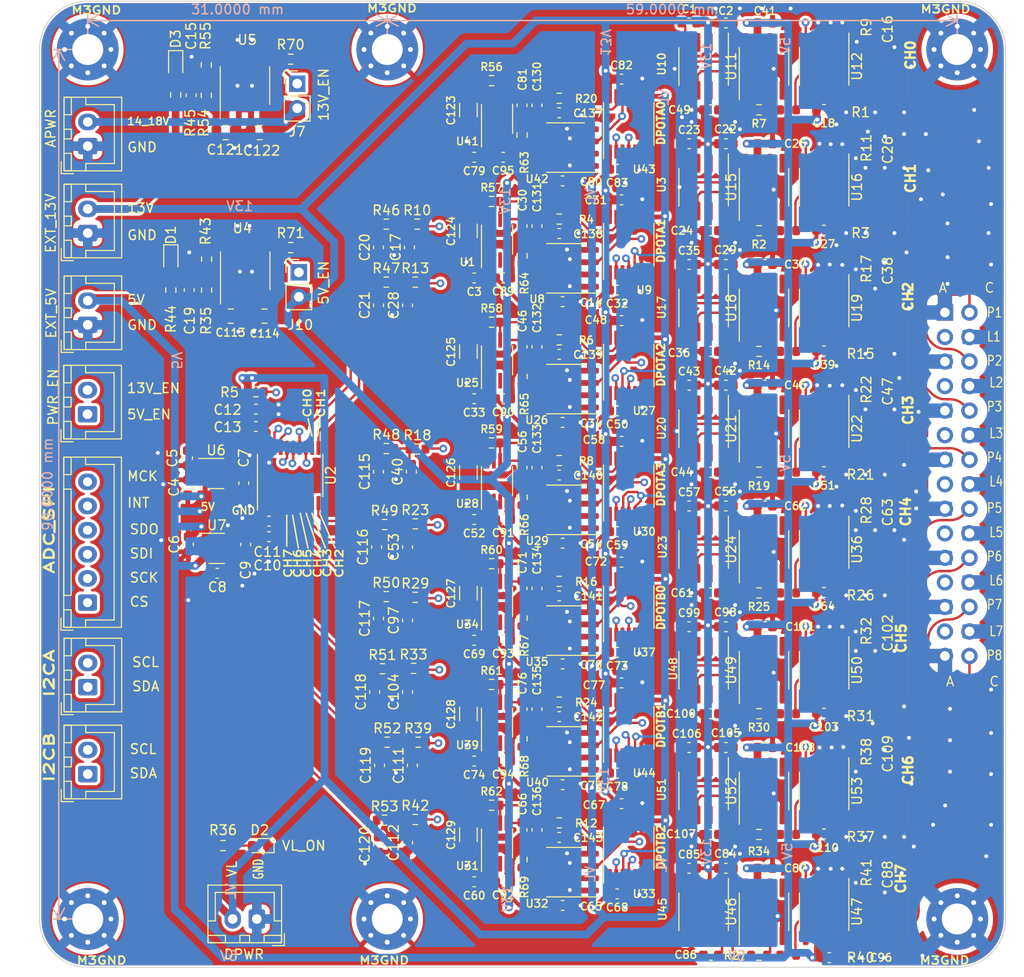
<source format=kicad_pcb>
(kicad_pcb (version 20221018) (generator pcbnew)
  (layers (0 "F.Cu" signal) (1 "In1.Cu" signal) (2 "In2.Cu" signal) (31 "B.Cu" signal) (34 "B.Paste" user) (35 "F.Paste" user) (36 "B.SilkS" user "B.Silkscreen") (37 "F.SilkS" user "F.Silkscreen") (38 "B.Mask" user) (39 "F.Mask" user) (44 "Edge.Cuts" user))
  (net 0 "")
  (net 1 "ADC_CH0")
  (net 2 "5V")
  (net 3 "Net-(U6-FILTER)")
  (net 4 "Net-(U7-BP)")
  (net 5 "/ADC_AVDD")
  (net 6 "VL")
  (net 7 "ADC_CH1")
  (net 8 "ADC_CH2")
  (net 9 "Net-(U10-NR)")
  (net 10 "/amp1/REFGND_0.5V")
  (net 11 "GND")
  (net 12 "ADC_CH3")
  (net 13 "ADC_CH4")
  (net 14 "ADC_CH5")
  (net 15 "ADC_CS")
  (net 16 "ADC_SCK")
  (net 17 "ADC_SDI")
  (net 18 "ADC_SDO")
  (net 19 "ADC_INT")
  (net 20 "ADC_MCK")
  (net 21 "Net-(D2-A)")
  (net 22 "ADC_CH6")
  (net 23 "/amp2/REFGND_0.5V")
  (net 32 "Net-(U1-Trim{slash}NR)")
  (net 33 "/ADC_REFIN+")
  (net 34 "Net-(U3-NR)")
  (net 35 "Net-(U17-NR)")
  (net 36 "Net-(U20-NR)")
  (net 37 "/OLED_driver2/RELATIVE_2.048V_ABSOLTE_10V")
  (net 38 "Net-(U9-P0A)")
  (net 39 "Net-(U23-NR)")
  (net 41 "Net-(U45-NR)")
  (net 42 "Net-(U48-NR)")
  (net 43 "Net-(U51-NR)")
  (net 44 "ADC_CH7")
  (net 50 "OLED2")
  (net 53 "DPOT_A_SCL")
  (net 54 "DPOT_A_SDA")
  (net 57 "OLED3")
  (net 58 "OLED4")
  (net 59 "OLED7")
  (net 60 "DPOT_B_SCL")
  (net 61 "DPOT_B_SDA")
  (net 62 "OLED5")
  (net 63 "OLED6")
  (net 64 "OLED1")
  (net 68 "/OLED_driver2/OLED_8V_BUFFERED")
  (net 69 "13V")
  (net 70 "BATT_14V_24V")
  (net 71 "/amp3/REFGND_0.5V")
  (net 72 "/amp4/REFGND_0.5V")
  (net 73 "/amp5/REFGND_0.5V")
  (net 74 "/amp8/REFGND_0.5V")
  (net 75 "/amp6/REFGND_0.5V")
  (net 76 "/amp7/REFGND_0.5V")
  (net 77 "/amp1/ISRC_+IN_0.5V")
  (net 78 "/amp2/ISRC_+IN_0.5V")
  (net 79 "/amp2/REF_10.5V")
  (net 80 "/amp1/REF_10.5V")
  (net 81 "/amp3/ISRC_+IN_0.5V")
  (net 82 "/amp3/REF_10.5V")
  (net 83 "/amp4/ISRC_+IN_0.5V")
  (net 84 "/amp4/REF_10.5V")
  (net 117 "OPD1_CATHODE")
  (net 118 "OPD2_CATHODE")
  (net 119 "OPD3_CATHODE")
  (net 120 "OPD4_CATHODE")
  (net 121 "OPD5_CATHODE")
  (net 122 "OPD6_CATHODE")
  (net 123 "OPD7_CATHODE")
  (net 124 "OPD8_CATHODE")
  (net 145 "/amp5/ISRC_+IN_0.5V")
  (net 146 "/amp5/REF_10.5V")
  (net 147 "/amp8/ISRC_+IN_0.5V")
  (net 148 "/amp8/REF_10.5V")
  (net 149 "/amp6/ISRC_+IN_0.5V")
  (net 150 "/amp6/REF_10.5V")
  (net 151 "/amp7/ISRC_+IN_0.5V")
  (net 152 "/amp7/REF_10.5V")
  (net 153 "Net-(U25-Trim{slash}NR)")
  (net 154 "Net-(U28-Trim{slash}NR)")
  (net 155 "Net-(U31-Trim{slash}NR)")
  (net 156 "Net-(U34-Trim{slash}NR)")
  (net 157 "Net-(U39-Trim{slash}NR)")
  (net 158 "Net-(U41-Trim{slash}NR)")
  (net 159 "/OLED_driver3/OLED_8V_BUFFERED")
  (net 160 "/OLED_driver4/OLED_8V_BUFFERED")
  (net 161 "/OLED_driver7/OLED_8V_BUFFERED")
  (net 162 "/OLED_driver5/OLED_8V_BUFFERED")
  (net 163 "/OLED_driver6/OLED_8V_BUFFERED")
  (net 164 "/OLED_driver1/OLED_8V_BUFFERED")
  (net 165 "/OLED_driver3/RELATIVE_2.048V_ABSOLTE_10V")
  (net 166 "Net-(U27-P0A)")
  (net 167 "/OLED_driver4/RELATIVE_2.048V_ABSOLTE_10V")
  (net 168 "Net-(U30-P0A)")
  (net 169 "/OLED_driver7/RELATIVE_2.048V_ABSOLTE_10V")
  (net 170 "Net-(U33-P0A)")
  (net 171 "/OLED_driver5/RELATIVE_2.048V_ABSOLTE_10V")
  (net 172 "Net-(U37-P0A)")
  (net 173 "/OLED_driver1/RELATIVE_2.048V_ABSOLTE_10V")
  (net 174 "Net-(U43-P0A)")
  (net 175 "/OLED_driver6/RELATIVE_2.048V_ABSOLTE_10V")
  (net 176 "Net-(U44-P0A)")
  (net 231 "Net-(C17-Pad2)")
  (net 232 "Net-(C28-Pad2)")
  (net 233 "Net-(C40-Pad2)")
  (net 234 "Net-(C53-Pad2)")
  (net 235 "Net-(C97-Pad2)")
  (net 236 "Net-(C104-Pad2)")
  (net 237 "Net-(C111-Pad2)")
  (net 238 "Net-(C112-Pad2)")
  (net 239 "/amp1/AMPO")
  (net 240 "/amp2/AMPO")
  (net 241 "/amp3/AMPO")
  (net 242 "/amp4/AMPO")
  (net 243 "/amp5/AMPO")
  (net 244 "/amp8/AMPO")
  (net 245 "/amp6/AMPO")
  (net 246 "/amp7/AMPO")
  (net 247 "Net-(U5-ADJ)")
  (net 248 "Net-(D1-A)")
  (net 249 "Net-(D3-A)")
  (net 250 "Net-(C123-Pad1)")
  (net 251 "Net-(C124-Pad1)")
  (net 252 "Net-(C125-Pad1)")
  (net 253 "Net-(C126-Pad1)")
  (net 254 "Net-(C127-Pad1)")
  (net 255 "Net-(C128-Pad1)")
  (net 256 "Net-(C129-Pad1)")
  (net 257 "Net-(U42--IN)")
  (net 258 "Net-(U8--IN)")
  (net 259 "Net-(U26--IN)")
  (net 260 "Net-(U29--IN)")
  (net 261 "Net-(U35--IN)")
  (net 262 "Net-(U40--IN)")
  (net 263 "Net-(U32--IN)")
  (net 264 "Net-(U4-ADJ)")
  (net 265 "13V_EN")
  (net 266 "5V_EN")
  (footprint "Capacitor_SMD:C_0603_1608Metric" (layer "F.Cu") (at 125.25 33.0625)
    (fp_text reference "C82")
    (fp_text value "0.1μF")
  )
  (footprint "Resistor_SMD:R_0603_1608Metric" (layer "F.Cu") (at 91 50.5 180)
    (fp_text reference "R71")
    (fp_text value "R")
  )
  (footprint "Capacitor_SMD:C_0603_1608Metric" (layer "F.Cu") (at 86.15 74.889 -90)
    (fp_text reference "C7")
    (fp_text value "0.1µF")
  )
  (footprint "Package_SO:SOIC-8_3.9x4.9mm_P1.27mm" (layer "F.Cu") (at 133.75 44.25 -90)
    (fp_text reference "U3")
    (fp_text value "REF102CU")
  )
  (footprint "tiabt:FB_R_1206_3216Metric" (layer "F.Cu") (at 150.5 32.75 90)
    (fp_text reference "R9")
    (fp_text value "R")
  )
  (footprint "Capacitor_SMD:C_0603_1608Metric" (layer "F.Cu") (at 103.1 112.1 90)
    (fp_text reference "C112")
    (fp_text value "2.2uF")
  )
  (footprint "Capacitor_SMD:C_0603_1608Metric" (layer "F.Cu") (at 80.7 34.73 90)
    (fp_text reference "C15")
    (fp_text value "1nF")
  )
  (footprint "Capacitor_SMD:C_0603_1608Metric" (layer "F.Cu") (at 134.5 123.75)
    (fp_text reference "C86")
    (fp_text value "1uF")
  )
  (footprint "Capacitor_SMD:C_0603_1608Metric" (layer "F.Cu") (at 118.8 36.55)
    (fp_text reference "C137")
    (fp_text value "1µF")
  )
  (footprint "Capacitor_SMD:C_0603_1608Metric" (layer "F.Cu") (at 125.25 108.0625)
    (fp_text reference "C67")
    (fp_text value "0.1μF")
  )
  (footprint "Capacitor_SMD:C_0603_1608Metric" (layer "F.Cu") (at 136.05 64.75 180)
    (fp_text reference "C42")
    (fp_text value "1uF")
  )
  (footprint "Package_SO:SOIC-8_3.9x4.9mm_P1.27mm" (layer "F.Cu") (at 140 56.75 90)
    (fp_text reference "U18")
    (fp_text value "OPA277UA")
  )
  (footprint "MountingHole:MountingHole_3.2mm_M3_Pad_Via" (layer "F.Cu") (at 70 120)
    (fp_text reference "H3" hide)
    (fp_text value "MountingHole_Pad")
  )
  (footprint "Resistor_SMD:R_0603_1608Metric" (layer "F.Cu") (at 103.9 54.075)
    (fp_text reference "R13")
    (fp_text value "2.2K")
  )
  (footprint "Package_SO:SOIC-8_3.9x4.9mm_P1.27mm" (layer "F.Cu") (at 119.45 102.65 180)
    (fp_text reference "U40")
    (fp_text value "OPA277UA")
  )
  (footprint "Package_SO:SOIC-8_3.9x4.9mm_P1.27mm" (layer "F.Cu") (at 119.45 52.65 180)
    (fp_text reference "U8")
    (fp_text value "OPA277UA")
  )
  (footprint "Capacitor_SMD:C_0603_1608Metric" (layer "F.Cu") (at 103.3 50.475 90)
    (fp_text reference "C17")
    (fp_text value "2.2uF")
  )
  (footprint "tiabt:OLED_Driver_Outline" (layer "F.Cu") (at 117.01 98.9995 180)
    (fp_text reference "U59" hide)
    (fp_text value "~" hide)
  )
  (footprint "Capacitor_SMD:C_0603_1608Metric" (layer "F.Cu") (at 100.1 88.9 90)
    (fp_text reference "C117")
    (fp_text value "2.2uF")
  )
  (footprint "Resistor_SMD:R_0603_1608Metric" (layer "F.Cu") (at 114.95 38.85 -90)
    (fp_text reference "R63")
    (fp_text value "1")
  )
  (footprint "Capacitor_SMD:C_0603_1608Metric" (layer "F.Cu") (at 110 103.65 180)
    (fp_text reference "C74")
    (fp_text value "1µF")
  )
  (footprint "tiabt:FB_R_1206_3216Metric" (layer "F.Cu") (at 150.5 120.25 90)
    (fp_text reference "R41")
    (fp_text value "R")
  )
  (footprint "Connector_JST:JST_XH_B6B-XH-A_1x06_P2.50mm_Vertical" (layer "F.Cu") (at 69.975 87.25 90)
    (fp_text reference "J2" hide)
    (fp_text value "Conn_01x06_Pin")
  )
  (footprint "Capacitor_SMD:C_0603_1608Metric" (layer "F.Cu") (at 114.95 60.775 -90)
    (fp_text reference "C46")
    (fp_text value "1µF")
  )
  (footprint "Capacitor_SMD:C_1206_3216Metric" (layer "F.Cu") (at 109.4 111.275 -90)
    (fp_text reference "C129")
    (fp_text value "10µF")
  )
  (footprint "Capacitor_SMD:C_0603_1608Metric" (layer "F.Cu") (at 136.05 89.75 180)
    (fp_text reference "C98")
    (fp_text value "1uF")
  )
  (footprint "Capacitor_SMD:C_0603_1608Metric" (layer "F.Cu") (at 125.25 95.5625)
    (fp_text reference "C77")
    (fp_text value "0.1μF")
  )
  (footprint "tiabt:OPD_TIA_Outline" (layer "F.Cu") (at 140 31.25)
    (fp_text reference "U61" hide)
    (fp_text value "~" hide)
  )
  (footprint "tiabt:FB_C_0603_1608Metric" (layer "F.Cu") (at 152.75 33 90)
    (fp_text reference "C16")
    (fp_text value "270pF")
  )
  (footprint "tiabt:OPM_Sensor_PinHeader_2x15_P2.54mm_Vertical" (layer "F.Cu") (at 158.725 57.22)
    (fp_text reference "U38" hide)
    (fp_text value "~")
  )
  (footprint "Capacitor_SMD:C_0603_1608Metric" (layer "F.Cu") (at 100.1 50.475 90)
    (fp_text reference "C20")
    (fp_text value "2.2uF")
  )
  (footprint "Capacitor_SMD:C_0603_1608Metric" (layer "F.Cu") (at 119.15 118.6)
    (fp_text reference "C65")
    (fp_text value "0.1μF")
  )
  (footprint "Package_SO:MSOP-8_3x3mm_P0.65mm" (layer "F.Cu") (at 112.3625 99.675001 90)
    (fp_text reference "U39")
    (fp_text value "REF5020IDGK")
  )
  (footprint "tiabt:FB_R_1206_3216Metric" (layer "F.Cu") (at 150.5 82.75 90)
    (fp_text reference "R28")
    (fp_text value "R")
  )
  (footprint "Resistor_SMD:R_0603_1608Metric" (layer "F.Cu") (at 114.95 113.85 -90)
    (fp_text reference "R69")
    (fp_text value "1")
  )
  (footprint "Resistor_SMD:R_0603_1608Metric" (layer "F.Cu") (at 100.9 86.63)
    (fp_text reference "R50")
    (fp_text value "2.2K")
  )
  (footprint "Capacitor_SMD:C_0603_1608Metric" (layer "F.Cu") (at 113 116.15)
    (fp_text reference "C92")
    (fp_text value "1µF")
  )
  (footprint "Capacitor_SMD:C_0603_1608Metric" (layer "F.Cu") (at 114.95 110.775 -90)
    (fp_text reference "C66")
    (fp_text value "1µF")
  )
  (footprint "Capacitor_SMD:C_0603_1608Metric" (layer "F.Cu") (at 124.8 79.9)
    (fp_text reference "C59")
    (fp_text value "0.1μF")
  )
  (footprint "Capacitor_SMD:C_0603_1608Metric" (layer "F.Cu") (at 119.15 106.1)
    (fp_text reference "C75")
    (fp_text value "0.1μF")
  )
  (footprint "Capacitor_SMD:C_0603_1608Metric" (layer "F.Cu") (at 103.1 89.1 90)
    (fp_text reference "C97")
    (fp_text value "2.2uF")
  )
  (footprint "Capacitor_SMD:C_0603_1608Metric" (layer "F.Cu") (at 80.35 75.314 90)
    (fp_text reference "C4")
    (fp_text value "0.1µF")
  )
  (footprint "Capacitor_SMD:C_0603_1608Metric" (layer "F.Cu") (at 146.2 111.2 180)
    (fp_text reference "C110")
    (fp_text value "1µF")
  )
  (footprint "Capacitor_SMD:C_0603_1608Metric" (layer "F.Cu") (at 136.05 52.25 180)
    (fp_text reference "C29")
    (fp_text value "1uF")
  )
  (footprint "Capacitor_SMD:C_0603_1608Metric" (layer "F.Cu") (at 116.5 85.775 -90)
    (fp_text reference "C134")
    (fp_text value "1µF")
  )
  (footprint "Package_SO:SOIC-8_3.9x4.9mm_P1.27mm" (layer "F.Cu") (at 140 81.75 90)
    (fp_text reference "U24")
    (fp_text value "OPA277UA")
  )
  (footprint "LED_SMD:LED_0603_1608Metric" (layer "F.Cu") (at 87.8 112.4 180)
    (fp_text reference "D2")
    (fp_text value "LED")
  )
  (footprint "Capacitor_SMD:C_0603_1608Metric" (layer "F.Cu") (at 134.5 111.25)
    (fp_text reference "C107")
    (fp_text value "1uF")
  )
  (footprint "Capacitor_SMD:C_0603_1608Metric" (layer "F.Cu") (at 113 78.65)
    (fp_text reference "C91")
    (fp_text value "1µF")
  )
  (footprint "tiabt:FB_C_0603_1608Metric" (layer "F.Cu") (at 152.75 108 90)
    (fp_text reference "C109")
    (fp_text value "270pF")
  )
  (footprint "Capacitor_SMD:C_0603_1608Metric" (layer "F.Cu") (at 132.25 89.75)
    (fp_text reference "C99")
    (fp_text value "1uF")
  )
  (footprint "Package_TO_SOT_SMD:SOT-23-6" (layer "F.Cu") (at 83.2875 73.889)
    (fp_text reference "U6")
    (fp_text value "MAX6070AAUT12+T")
  )
  (footprint "Capacitor_SMD:C_0603_1608Metric" (layer "F.Cu") (at 118.8 86.55)
    (fp_text reference "C141")
    (fp_text value "1µF")
  )
  (footprint "Capacitor_SMD:C_0805_2012Metric" (layer "F.Cu") (at 84.8 57.6)
    (fp_text reference "C114")
    (fp_text value "4.7uF")
  )
  (footprint "Capacitor_SMD:C_0603_1608Metric" (layer "F.Cu") (at 116.5 35.775 -90)
    (fp_text reference "C130")
    (fp_text value "1µF")
  )
  (footprint "Package_SO:MSOP-8_3x3mm_P0.65mm" (layer "F.Cu") (at 112.3625 87.175001 90)
    (fp_text reference "U34")
    (fp_text value "REF5020IDGK")
  )
  (footprint "Resistor_SMD:R_0603_1608Metric" (layer "F.Cu") (at 139.475 48.75 180)
    (fp_text reference "R2")
    (fp_text value "10M")
  )
  (footprint "Capacitor_SMD:C_0603_1608Metric" (layer "F.Cu") (at 116.5 73.275 -90)
    (fp_text reference "C133")
    (fp_text value "1µF")
  )
  (footprint "Package_SO:SOIC-8_3.9x4.9mm_P1.27mm" (layer "F.Cu") (at 133.75 69.25 -90)
    (fp_text reference "U20")
    (fp_text value "REF102CU")
  )
  (footprint "Resistor_SMD:R_0603_1608Metric" (layer "F.Cu") (at 139.475 86.25 180)
    (fp_text reference "R25")
    (fp_text value "10M")
  )
  (footprint "Capacitor_SMD:C_0603_1608Metric" (layer "F.Cu") (at 113 53.65)
    (fp_text reference "C89")
    (fp_text value "1µF")
  )
  (footprint "tiabt:OPD_TIA_Outline" (layer "F.Cu") (at 140 81.25)
    (fp_text reference "U65" hide)
    (fp_text value "~" hide)
  )
  (footprint "Resistor_SMD:R_0603_1608Metric" (layer "F.Cu") (at 118.8 110.05)
    (fp_text reference "R12")
    (fp_text value "1K")
  )
  (footprint "Capacitor_SMD:C_0603_1608Metric" (layer "F.Cu") (at 118.8 99.05)
    (fp_text reference "C142")
    (fp_text value "1µF")
  )
  (footprint "Resistor_SMD:R_0603_1608Metric" (layer "F.Cu") (at 100.9 71.3)
    (fp_text reference "R48")
    (fp_text value "2.2K")
  )
  (footprint "Package_SO:SOIC-8_3.9x4.9mm_P1.27mm" (layer "F.Cu") (at 86.27 33.73 90)
    (fp_text reference "U5")
    (fp_text value "~")
  )
  (footprint "Capacitor_SMD:C_0603_1608Metric" (layer "F.Cu") (at 140.1 27.25 180)
    (fp_text reference "C41")
    (fp_text value "1uF")
  )
  (footprint "Capacitor_SMD:C_0603_1608Metric" (layer "F.Cu") (at 110 53.65 180)
    (fp_text reference "C3")
    (fp_text value "1µF")
  )
  (footprint "Capacitor_SMD:C_0603_1608Metric" (layer "F.Cu") (at 114.95 85.775 -90)
    (fp_text reference "C71")
    (fp_text value "1µF")
  )
  (footprint "Capacitor_SMD:C_0603_1608Metric" (layer "F.Cu") (at 103.6 104.1 90)
    (fp_text reference "C111")
    (fp_text value "2.2uF")
  )
  (footprint "Package_SO:TSSOP-20_4.4x6.5mm_P0.65mm" (layer "F.Cu") (at 90.95 74.089 90)
    (fp_text reference "U2")
    (fp_text value "MCP3564-E/ST")
  )
  (footprint "tiabt:FB_R_1206_3216Metric" (layer "F.Cu") (at 150.5 70.25 90)
    (fp_text reference "R22")
    (fp_text value "R")
  )
  (footprint "tiabt:OPD_TIA_Outline" (layer "F.Cu") (at 140 106.25)
    (fp_text reference "U67" hide)
    (fp_text value "~" hide)
  )
  (footprint "Resistor_SMD:R_0603_1608Metric" (layer "F.Cu") (at 139.475 36.25 180)
    (fp_text reference "R7")
    (fp_text value "10M")
  )
  (footprint "Resistor_SMD:R_0603_1608Metric" (layer "F.Cu") (at 118.8 97.55)
    (fp_text reference "R24")
    (fp_text value "1K")
  )
  (footprint "Capacitor_SMD:C_0603_1608Metric" (layer "F.Cu") (at 146.2 61.2 180)
    (fp_text reference "C39")
    (fp_text value "1µF")
  )
  (footprint "Capacitor_SMD:C_0603_1608Metric" (layer "F.Cu") (at 124.8 67.4)
    (fp_text reference "C50")
    (fp_text value "0.1μF")
  )
  (footprint "Resistor_SMD:R_0603_1608Metric" (layer "F.Cu") (at 87.4 65.4265)
    (fp_text reference "R5")
    (fp_text value "10k")
  )
  (footprint "Connector_PinHeader_2.54mm:PinHeader_1x02_P2.54mm_Vertical" (layer "F.Cu") (at 91.85 53.065)
    (fp_text reference "J10")
    (fp_text value "Conn_01x02_Pin")
  )
  (footprint "Capacitor_SMD:C_0603_1608Metric" (layer "F.Cu") (at 114.95 48.275 -90)
    (fp_text reference "C30")
    (fp_text value "1µF")
  )
  (footprint "Resistor_SMD:R_0603_1608Metric" (layer "F.Cu") (at 111.8 83.225 180)
    (fp_text reference "R60")
    (fp_text value "1")
  )
  (footprint "Capacitor_SMD:C_0603_1608Metric" (layer "F.Cu") (at 80.5 54.9 90)
    (fp_text reference "C19")
    (fp_text value "1nF")
  )
  (footprint "tiabt:OPD_TIA_Outline" (layer "F.Cu") (at 140 68.75)
    (fp_text reference "U64" hide)
    (fp_text value "~" hide)
  )
  (footprint "MountingHole:MountingHole_3.2mm_M3_Pad_Via" (layer "F.Cu") (at 160 120)
    (fp_text reference "H4" hide)
    (fp_text value "MountingHole_Pad")
  )
  (footprint "Resistor_SMD:R_0603_1608Metric" (layer "F.Cu") (at 114.95 63.85 -90)
    (fp_text reference "R65")
    (fp_text value "1")
  )
  (footprint "Package_SO:SOIC-8_3.9x4.9mm_P1.27mm" (layer "F.Cu") (at 133.75 56.75 -90)
    (fp_text reference "U17")
    (fp_text value "REF102CU")
  )
  (footprint "Resistor_SMD:R_0603_1608Metric" (layer "F.Cu") (at 114.95 76.35 -90)
    (fp_text reference "R66")
    (fp_text value "1")
  )
  (footprint "Resistor_SMD:R_0603_1608Metric" (layer "F.Cu") (at 100.725 109.77)
    (fp_text reference "R53")
    (fp_text value "2.2K")
  )
  (footprint "LED_SMD:LED_0603_1608Metric" (layer "F.Cu") (at 79.1 31.6 -90)
    (fp_text reference "D3")
    (fp_text value "LED")
  )
  (footprint "tiabt:FB_C_0603_1608Metric" (layer "F.Cu") (at 152.75 120.5 90)
    (fp_text reference "C88")
    (fp_text value "270pF")
  )
  (footprint "Capacitor_SMD:C_0603_1608Metric" (layer "F.Cu") (at 116.5 110.775 -90)
    (fp_text reference "C136")
    (fp_text value "1µF")
  )
  (footprint "Capacitor_SMD:C_0603_1608Metric" (layer "F.Cu") (at 134.5 86.25)
    (fp_text reference "C61")
    (fp_text value "1uF")
  )
  (footprint "Capacitor_SMD:C_0603_1608Metric" (layer "F.Cu") (at 146.2 73.7 180)
    (fp_text reference "C51")
    (fp_text value "1µF")
  )
  (footprint "Resistor_SMD:R_0603_1608Metric" (layer "F.Cu") (at 118.8 47.55)
    (fp_text reference "R4")
    (fp_text value "1K")
  )
  (footprint "Resistor_SMD:R_0603_1608Metric" (layer "F.Cu") (at 100.9 54.075)
    (fp_text reference "R47")
    (fp_text value "2.2K")
  )
  (footprint "Capacitor_SMD:C_0603_1608Metric" (layer "F.Cu") (at 132.25 64.75)
    (fp_text reference "C43")
    (fp_text value "1uF")
  )
  (footprint "Capacitor_SMD:C_0603_1608Metric" (layer "F.Cu") (at 83.4125 84.214 180)
    (fp_text reference "C8")
    (fp_text value "10nF")
  )
  (footprint "MountingHole:MountingHole_3.2mm_M3_Pad_Via" (layer "F.Cu") (at 160 30)
    (fp_text reference "H1" hide)
    (fp_text value "MountingHole_Pad")
  )
  (footprint "Capacitor_SMD:C_1206_3216Metric" (layer "F.Cu") (at 109.4 73.775 -90)
    (fp_text reference "C126")
    (fp_text value "10µF")
  )
  (footprint "Capacitor_SMD:C_0603_1608Metric" (layer "F.Cu") (at 134.5 48.75)
    (fp_text reference "C24")
    (fp_text value "1uF")
  )
  (footprint "Package_SO:MSOP-8_3x3mm_P0.65mm" (layer "F.Cu") (at 112.3625 112.175001 90)
    (fp_text reference "U31")
    (fp_text value "REF5020IDGK")
  )
  (footprint "Package_SO:TSSOP-14_4.4x5mm_P0.65mm" (layer "F.Cu") (at 126 37.7 90)
    (fp_text reference "U43")
    (fp_text value "MCP45HV31-ST")
  )
  (footprint "Package_SO:TSSOP-14_4.4x5mm_P0.65mm" (layer "F.Cu") (at 126 87.7 90)
    (fp_text reference "U37")
    (fp_text value "MCP45HV31-ST")
  )
  (footprint "tiabt:OLED_Driver_Outline" (layer "F.Cu") (at 117.01 111.4995 180)
    (fp_text reference "U60" hide)
    (fp_text value "~" hide)
  )
  (footprint "Capacitor_SMD:C_0805_2012Metric" (layer "F.Cu") (at 84.27 38.6)
    (fp_text reference "C122")
    (fp_text value "4.7uF")
  )
  (footprint "Capacitor_SMD:C_0805_2012Metric" (layer "F.Cu") (at 87.8 38.6 180)
    (fp_text reference "C121")
    (fp_text value "1uF")
  )
  (footprint "Capacitor_SMD:C_0603_1608Metric" (layer "F.Cu") (at 110 41.15 180)
    (fp_text reference "C79")
    (fp_text value "1µF")
  )
  (footprint "Package_SO:SOIC-8_3.9x4.9mm_P1.27mm" (layer "F.Cu") (at 133.75 119.25 -90)
    (fp_text reference "U45")
    (fp_text value "REF102CU")
  )
  (footprint "Resistor_SMD:R_0603_1608Metric" (layer "F.Cu") (at 79.1 34.7 90)
    (fp_text reference "R45")
    (fp_text value "R")
  )
  (footprint "Connector_PinHeader_2.54mm:PinHeader_1x02_P2.54mm_Vertical" (layer "F.Cu") (at 91.68 33.535)
    (fp_text reference "J7")
    (fp_text value "Conn_01x02_Pin")
  )
  (footprint "tiabt:OPD_TIA_Outline" (layer "F.Cu") (at 140 93.75)
    (fp_text reference "U66" hide)
    (fp_text value "~" hide)
  )
  (footprint "Package_SO:MSOP-8_3x3mm_P0.65mm" (layer "F.Cu") (at 112.3625 37.175001 90)
    (fp_text reference "U41")
    (fp_text value "REF5020IDGK")
  )
  (footprint "Resistor_SMD:R_0603_1608Metric" (layer "F.Cu") (at 114.95 88.85 -90)
    (fp_text reference "R67")
    (fp_text value "1")
  )
  (footprint "tiabt:TIA_R_0603_1608Metric" (layer "F.Cu") (at 142.5 123.75 180)
    (fp_text reference "R40")
    (fp_text value "500K")
  )
  (footprint "Package_SO:SOIC-8_3.9x4.9mm_P1.27mm" (layer "F.Cu") (at 140 94.25 90)
    (fp_text reference "U49")
    (fp_text value "OPA277UA")
  )
  (footprint "Package_SO:TSSOP-14_4.4x5mm_P0.65mm" (layer "F.Cu") (at 126 50.2 90)
    (fp_text reference "U9")
    (fp_text value "MCP45HV31-ST")
  )
  (footprint "Connector_JST:JST_XH_B2B-XH-A_1x02_P2.50mm_Vertical" (layer "F.Cu") (at 70 105 90)
    (fp_text reference "J9" hide)
    (fp_text value "Conn_01x02_Pin")
  )
  (footprint "Package_SO:TSSOP-14_4.4x5mm_P0.65mm" (layer "F.Cu") (at 126 112.7 90)
    (fp_text reference "U33")
    (fp_text value "MCP45HV31-ST")
  )
  (footprint "Resistor_SMD:R_0603_1608Metric" (layer "F.Cu") (at 78.6 54.9 90)
    (fp_text reference "R44")
    (fp_text value "R")
  )
  (footprint "Package_SO:MSOP-8_3x3mm_P0.65mm" (layer "F.Cu") (at 112.3625 74.675001 90)
    (fp_text reference "U28")
    (fp_text value "REF5020IDGK")
  )
  (footprint "Resistor_SMD:R_0603_1608Metric" (layer "F.Cu") (at 91 31 180)
    (fp_text reference "R70")
    (fp_text value "200k")
  )
  (footprint "Connector_JST:JST_XH_B2B-XH-A_1x02_P2.50mm_Vertical" (layer "F.Cu") (at 70 58.5 90)
    (fp_text reference "J4" hide)
    (fp_text value "Conn_01x02_Pin")
  )
  (footprint "Capacitor_SMD:C_0603_1608Metric" (layer "F.Cu") (at 140.1 102.25 180)
    (fp_text reference "C108")
    (fp_text value "1uF")
  )
  (footprint "Package_SO:SOIC-8_3.9x4.9mm_P1.27mm" (layer "F.Cu") (at 140 31.75 90)
    (fp_text reference "U11")
    (fp_text value "OPA277UA")
  )
  (footprint "Capacitor_SMD:C_0603_1608Metric" (layer "F.Cu") (at 140.1 77.25 180)
    (fp_text reference "C62")
    (fp_text value "1uF")
  )
  (footprint "Capacitor_SMD:C_0603_1608Metric" (layer "F.Cu") (at 86.35 81.239 -90)
    (fp_text reference "C9")
    (fp_text value "2.2uF")
  )
  (footprint "Capacitor_SMD:C_0603_1608Metric" (layer "F.Cu") (at 134.5 73.75)
    (fp_text reference "C44")
    (fp_text value "1uF")
  )
  (footprint "Capacitor_SMD:C_0603_1608Metric" (layer "F.Cu") (at 125.25 58.0625)
    (fp_text reference "C48")
    (fp_text value "0.1μF")
  )
  (footprint "Capacitor_SMD:C_0603_1608Metric" (layer "F.Cu") (at 146.2 36.2 180)
    (fp_text reference "C18")
    (fp_text value "1µF")
  )
  (footprint "tiabt:TIA_R_0603_1608Metric" (layer "F.Cu") (at 142.5 48.75 180)
    (fp_text reference "R3")
    (fp_text value "500K")
  )
  (footprint "Capacitor_SMD:C_0603_1608Metric" (layer "F.Cu") (at 88.75 80.4265 180)
    (fp_text reference "C10")
    (fp_text value "1µF")
  )
  (footprint "Package_SO:SOIC-8_3.9x4.9mm_P1.27mm" (layer "F.Cu") (at 119.45 77.65 180)
    (fp_text reference "U29")
    (fp_text value "OPA277UA")
  )
  (footprint "Capacitor_SMD:C_0603_1608Metric" (layer "F.Cu") (at 134.5 98.75)
    (fp_text reference "C100")
    (fp_text value "1uF")
  )
  (footprint "Resistor_SMD:R_0603_1608Metric" (layer "F.Cu") (at 100.725 79.17)
    (fp_text reference "R49")
    (fp_text value "2.2K")
  )
  (footprint "Capacitor_SMD:C_0603_1608Metric" (layer "F.Cu") (at 118.8 111.55)
    (fp_text reference "C143")
    (fp_text value "1µF")
  )
  (footprint "Capacitor_SMD:C_0603_1608Metric" (layer "F.Cu") (at 110 66.15 180)
    (fp_text reference "C33")
    (fp_text value "1µF")
  )
  (footprint "Package_SO:SOIC-8_3.9x4.9mm_P1.27mm" (layer "F.Cu") (at 119.45 90.15 180)
    (fp_text reference "U35")
    (fp_text value "OPA277UA")
  )
  (footprint "tiabt:OLED_Driver_Outline" (layer "F.Cu") (at 117.01 86.4995 180)
    (fp_text reference "U58" hide)
    (fp_text value "~" hide)
  )
  (footprint "tiabt:TIA_R_0603_1608Metric" (layer "F.Cu") (at 142.5 73.75 180)
    (fp_text reference "R21")
    (fp_text value "500K")
  )
  (footprint "Capacitor_SMD:C_0603_1608Metric" (layer "F.Cu") (at 103.1 56.475 90)
    (fp_text reference "C28")
    (fp_text value "2.2uF")
  )
  (footprint "Capacitor_SMD:C_0603_1608Metric" (layer "F.Cu") (at 132.25 114.75)
    (fp_text reference "C85")
    (fp_text value "1uF")
  )
  (footprint "Resistor_SMD:R_0603_1608Metric" (layer "F.Cu") (at 111.8 108.225 180)
    (fp_text reference "R62")
    (fp_text value "1")
  )
  (footprint "Resistor_SMD:R_0603_1608Metric" (layer "F.Cu") (at 82.3 51.7 90)
    (fp_text reference "R43")
    (fp_text value "91k")
  )
  (footprint "Package_SO:SOIC-8_3.9x4.9mm_P1.27mm" (layer "F.Cu") (at 140 69.25 90)
    (fp_text reference "U21")
    (fp_text value "OPA277UA")
  )
  (footprint "Capacitor_SMD:C_0603_1608Metric" (layer "F.Cu") (at 118.8 74.05)
    (fp_text reference "C140")
    (fp_text value "1µF")
  )
  (footprint "Capacitor_SMD:C_0603_1608Metric" (layer "F.Cu") (at 103.1 81.5 90)
    (fp_text reference "C53")
    (fp_text value "2.2uF")
  )
  (footprint "Capacitor_SMD:C_0603_1608Metric" (layer "F.Cu") (at 113 103.65)
    (fp_text reference "C94")
    (fp_text value "1µF")
  )
  (footprint "MountingHole:MountingHole_3.2mm_M3_Pad_Via" (layer "F.Cu") (at 101 30)
    (fp_text reference "H5" hide)
    (fp_text value "MountingHole_Pad")
  )
  (footprint "Package_TO_SOT_SMD:SOT-23-5" (layer "F.Cu") (at 83.35 81.639)
    (fp_text reference "U7")
    (fp_text value "LP2985-3.3")
  )
  (footprint "Capacitor_SMD:C_0603_1608Metric" (layer "F.Cu") (at 88.75 78.8265 180)
    (fp_text reference "C11")
    (fp_text value "0.1µF")
  )
  (footprint "Capacitor_SMD:C_0603_1608Metric" (layer "F.Cu") (at 124.8 54.9)
    (fp_text reference "C32")
    (fp_text value "0.1μF")
  )
  (footprint "Package_SO:SOIC-8_3.9x4.9mm_P1.27mm" (layer "F.Cu") (at 133.75 31.75 -90)
    (fp_text reference "U10")
    (fp_text value "REF102CU")
  )
  (footprint "Resistor_SMD:R_0603_1608Metric" (layer "F.Cu") (at 139.475 123.75 180)
    (fp_text reference "R27")
    (fp_text value "10M")
  )
  (footprint "Connector_JST:JST_XH_B2B-XH-A_1x02_P2.50mm_Vertical" (layer "F.Cu") (at 70 40 90)
    (fp_text reference "J1" hide)
    (fp_text value "Conn_01x02_Pin")
  )
  (footprint "Capacitor_SMD:C_0603_1608Metric" (layer "F.Cu") (at 132.25 27.25)
    (fp_text reference "C1")
    (fp_text value "1uF")
  )
  (footprint "Resistor_SMD:R_0603_1608Metric" (layer "F.Cu") (at 82.27 34.73 90)
    (fp_text reference "R54")
    (fp_text value "360k")
  )
  (footprint "tiabt:OLED_Driver_Outline" (layer "F.Cu") (at 117.01 61.4995 180)
    (fp_text reference "U56" hide)
    (fp_text value "~" hide)
  )
  (footprint "tiabt:TIA_R_0603_1608Metric" (layer "F.Cu") (at 142.5 86.25 180)
    (fp_text reference "R26")
    (fp_text value "500K")
  )
  (footprint "Resistor_SMD:R_0603_1608Metric" (layer "F.Cu") (at 139.475 61.25 180)
    (fp_text reference "R14")
    (fp_text value "10M")
  )
  (footprint "Capacitor_SMD:C_0603_1608Metric" (layer "F.Cu") (at 132.25 77.25)
    (fp_text reference "C57")
    (fp_text value "1uF")
  )
  (footprint "Connector_JST:JST_XH_B2B-XH-A_1x02_P2.50mm_Vertical" (layer "F.Cu") (at 87.5 120 180)
    (fp_text reference "J3" hide)
    (fp_text value "Conn_01x02_Pin")
  )
  (footprint "tiabt:FB_C_0603_1608Metric" (layer "F.Cu") (at 152.75 58 90)
    (fp_text reference "C38")
    (fp_text value "270pF")
  )
  (footprint "Package_SO:SOIC-8_3.9x4.9mm_P1.27mm" (layer "F.Cu") (at 119.45 115.15 180)
    (fp_text reference "U32")
    (fp_text value "OPA277UA")
  )
  (footprint "Capacitor_SMD:C_0603_1608Metric" (layer "F.Cu") (at 110 116.15 180)
    (fp_text reference "C60")
    (fp_text value "1µF")
  )
  (footprint "Capacitor_SMD:C_0603_1608Metric" (layer "F.Cu") (at 146.2 48.7 180)
    (fp_text reference "C27")
    (fp_text value "1µF")
  )
  (footprint "Capacitor_SMD:C_0603_1608Metric" (layer "F.Cu") (at 87.4 69.0265)
    (fp_text reference "C13")
    (fp_text value "0.1µF")
  )
  (footprint "tiabt:FB_C_0603_1608Metric" (layer "F.Cu") (at 152.75 83 90)
    (fp_text reference "C63")
    (fp_text value "270pF")
  )
  (footprint "Resistor_SMD:R_0603_1608Metric" (layer "F.Cu") (at 100.9 48.075)
    (fp_text reference "R46")
    (fp_text value "2.2K")
  )
  (footprint "Resistor_SMD:R_0603_1608Metric" (layer "F.Cu") (at 118.8 60.05)
    (fp_text reference "R6")
    (fp_text value "1K")
  )
  (footprint "Package_SO:SOIC-8_3.9x4.9mm_P1.27mm" (layer "F.Cu") (at 133.75 94.25 -90)
    (fp_text reference "U48")
    (fp_text value "REF102CU")
  )
  (footprint "Package_SO:SOIC-8_3.9x4.9mm_P1.27mm" (layer "F.Cu") (at 146.225 94.25 -90)
    (fp_text reference "U50")
    (fp_text value "LMP7721MA")
  )
  (footprint "tiabt:TIA_R_0603_1608Metric" (layer "F.Cu") (at 142.5 98.75 180)
    (fp_text reference "R31")
    (fp_text value "500K")
  )
  (footprint "Capacitor_SMD:C_0603_1608Metric" (layer "F.Cu") (at 116.5 48.275 -90)
    (fp_text reference "C131")
    (fp_text value "1µF")
  )
  (footprint "Resistor_SMD:R_0603_1608Metric" (layer "F.Cu") (at 118.8 72.55)
    (fp_text reference "R8")
    (fp_text value "1K")
  )
  (footprint "Capacitor_SMD:C_0603_1608Metric" (layer "F.Cu") (at 124.8 117.4)
    (fp_text reference "C68")
    (fp_text value "0.1μF")
  )
  (footprint "Resistor_SMD:R_0603_1608Metric" (layer "F.Cu") (at 101 101.7)
    (fp_text reference "R52")
    (fp_text value "2.2K")
  )
  (footprint "tiabt:TIA_R_0603_1608Metric" (layer "F.Cu") (at 142.5 61.25 180)
    (fp_text reference "R15")
    (fp_text value "500K")
  )
  (footprint "Capacitor_SMD:C_0603_1608Metric" (layer "F.Cu") (at 134.5 61.25)
    (fp_text reference "C36")
    (fp_text value "1uF")
  )
  (footprint "Package_SO:SOIC-8_3.9x4.9mm_P1.27mm" (layer "F.Cu") (at 140 44.25 90)
    (fp_text reference "U15")
    (fp_text value "OPA277UA")
  )
  (footprint "Resistor_SMD:R_0603_1608Metric" (layer "F.Cu") (at 111.8 95.725 180)
    (fp_text reference "R61")
    (fp_text value "1")
  )
  (footprint "Resistor_SMD:R_0603_1608Metric" (layer "F.Cu") (at 104.1 48.075)
    (fp_text reference "R10")
    (fp_text value "2.2K")
  )
  (footprint "Package_SO:SOIC-8_3.9x4.9mm_P1.27mm" (layer "F.Cu") (at 133.75 106.75 -90)
    (fp_text reference "U51")
    (fp_text value "REF102CU")
  )
  (footprint "Capacitor_SMD:C_0603_1608Metric" (layer "F.Cu") (at 119.15 56.1)
    (fp_text reference "C14")
    (fp_text value "0.1μF")
  )
  (footprint "Capacitor_SMD:C_0603_1608Metric" (layer "F.Cu") (at 100.1 112.3 90)
    (fp_text reference "C120")
    (fp_text value "2.2uF")
  )
  (footprint "tiabt:OLED_Driver_Outline" (layer "F.Cu") (at 117.01 73.9995 180)
    (fp_text reference "U57" hide)
    (fp_text value "~" hide)
  )
  (footprint "Capacitor_SMD:C_0603_1608Metric" (layer "F.Cu") (at 99.9 81.5 90)
    (fp_text reference "C116")
    (fp_text value "2.2uF")
  )
  (footprint "Capacitor_SMD:C_0603_1608Metric" (layer "F.Cu") (at 124.8 104.9)
    (fp_text reference "C78")
    (fp_text value "0.1μF")
  )
  (footprint "Capacitor_SMD:C_0603_1608Metric" (layer "F.Cu") (at 125.25 45.5625)
    (fp_text reference "C31")
    (fp_text value "0.1μF")
  )
  (footprint "Capacitor_SMD:C_0603_1608Metric" (layer "F.Cu") (at 116.5 60.775 -90)
    (fp_text reference "C132")
    (fp_text value "1µF")
  )
  (footprint "Package_SO:SOIC-8_3.9x4.9mm_P1.27mm" (layer "F.Cu") (at 146.225 69.25 -90)
    (fp_text reference "U22")
    (fp_text value "LMP7721MA")
  )
  (footprint "Package_SO:SOIC-8_3.9x4.9mm_P1.27mm" (layer "F.Cu") (at 133.75 81.75 -90)
    (fp_text reference "U23")
    (fp_text value "REF102CU")
  )
  (footprint "Resistor_SMD:R_0603_1608Metric" (layer "F.Cu") (at 82.27 31.6 90)
    (fp_text reference "R55")
    (fp_text value "30k")
  )
  (footprint "Capacitor_SMD:C_0603_1608Metric" (layer "F.Cu") (at 110 91.15 180)
    (fp_text reference "C69")
    (fp_text value "1µF")
  )
  (footprint "Package_SO:SOIC-8_3.9x4.9mm_P1.27mm" (layer "F.Cu") (at 146.225 106.75 -90)
    (fp_text reference "U53")
    (fp_text value "LMP7721MA")
  )
  (footprint "Capacitor_SMD:C_0603_1608Metric" (layer "F.Cu") (at 125.25 70.5625)
    (fp_text reference "C58")
    (fp_text value "0.1μF")
  )
  (footprint "Resistor_SMD:R_0603_1608Metric" (layer "F.Cu") (at 114.95 51.35 -90)
    (fp_text reference "R64")
    (fp_text value "1")
  )
  (footprint "Package_SO:SOIC-8_3.9x4.9mm_P1.27mm" (layer "F.Cu") (at 119.45 40.15 180)
    (fp_text reference "U42")
    (fp_text value "OPA277UA")
  )
  (footprint "Capacitor_SMD:C_0603_1608Metric" (layer "F.Cu") (at 134.5 36.25)
    (fp_text reference "C49")
    (fp_text value "1uF")
  )
  (footprint "tiabt:OLED_Driver_Outline" (layer "F.Cu") (at 117.01 48.9995 180)
    (fp_text reference "U55" hide)
    (fp_text value "~" hide)
  )
  (footprint "Capacitor_SMD:C_0603_1608Metric" (layer "F.Cu") (at 100.2 104.1 90)
    (fp_text reference "C119")
    (fp_text value "2.2uF")
  )
  (footprint "tiabt:FB_R_1206_3216Metric" (layer "F.Cu") (at 150.5 57.75 90)
    (fp_text reference "R17")
    (fp_text value "R")
  )
  (footprint "Resistor_SMD:R_0603_1608Metric" (layer "F.Cu") (at 111.8 58.225 180)
    (fp_text reference "R58")
    (fp_text value "1")
  )
  (footprint "tiabt:FB_C_0603_1608Metric" (layer "F.Cu") (at 152.75 70.5 90)
    (fp_text reference "C47")
    (fp_text value "270pF")
  )
  (footprint "Capacitor_SMD:C_0603_1608Metric" (layer "F.Cu") (at 87.4 67.2265)
    (fp_text reference "C12")
    (fp_text value "1µF")
  )
  (footprint "Capacitor_SMD:C_0603_1608Metric" (layer "F.Cu") (at 113 66.15)
    (fp_text reference "C90")
    (fp_text value "1µF")
  )
  (footprint "Package_SO:SOIC-8_3.9x4.9mm_P1.27mm" (layer "F.Cu") (at 146.225 31.75 -90)
    (fp_text reference "U12")
    (fp_text value "LMP7721MA")
  )
  (footprint "Capacitor_SMD:C_0603_1608Metric" (layer "F.Cu") (at 146.75 124 180)
    (fp_text reference "C96")
    (fp_text value "1µF")
  )
  (footprint "Package_SO:SOIC-8_3.9x4.9mm_P1.27mm" (layer "F.Cu") (at 140 106.75 90)
    (fp_text reference "U52")
    (fp_text value "OPA277UA")
  )
  (footprint "Resistor_SMD:R_0603_1608Metric" (layer "F.Cu") (at 100.5 94.1)
    (fp_text reference "R51")
    (fp_text value "2.2K")
  )
  (footprint "Capacitor_SMD:C_0603_1608Metric" (layer "F.Cu") (at 116.5 98.275 -90)
    (fp_text reference "C135")
    (fp_text value "1µF")
  )
  (footprint "Capacitor_SMD:C_0603_1608Metric" (layer "F.Cu") (at 80.325 72.289 -90)
    (fp_text reference "C5")
    (fp_text value "0.1µF")
  )
  (footprint "Capacitor_SMD:C_0805_2012Metric" (layer "F.Cu") (at 88.3 57.6 180)
    (fp_text reference "C113")
    (fp_text value "1uF")
  )
  (footprint "Package_SO:SOIC-8_3.9x4.9mm_P1.27mm" (layer "F.Cu") (at 146.225 119.25 -90)
    (fp_text reference "U47")
    (fp_text value "LMP7721MA")
  )
  (footprint "Capacitor_SMD:C_0603_1608Metric" (layer "F.Cu") (at 80.4125 81.214 -90)
    (fp_text reference "C6")
    (fp_text value "1uF")
  )
  (footprint "Capacitor_SMD:C_0603_1608Metric" (layer "F.Cu") (at 114.95 35.775 -90)
    (fp_text reference "C81")
    (fp_text value "1µF")
  )
  (footprint "Capacitor_SMD:C_0603_1608Metric" (layer "F.Cu") (at 114.95 73.275 -90)
    (fp_text reference "C56")
    (fp_text value "1µF")
  )
  (footprint "Capacitor_SMD:C_0603_1608Metric" (layer "F.Cu") (at 124.8 42.4)
    (fp_text reference "C83")
    (fp_text value "0.1μF")
  )
  (footprint "Package_SO:TSSOP-14_4.4x5mm_P0.65mm" (layer "F.Cu") (at 126 75.2 90)
    (fp_text reference "U30")
    (fp_text value "MCP45HV31-ST")
  )
  (footprint "Capacitor_SMD:C_0603_1608Metric" (layer "F.Cu") (at 118.8 49.05)
    (fp_text reference "C138")
    (fp_text value "1µF")
  )
  (footprint "Capacitor_SMD:C_0603_1608Metric" (layer "F.Cu") (at 124.8 92.4)
    (fp_text reference "C73")
    (fp_text value "0.1μF")
  )
  (footprint "Capacitor_SMD:C_0603_1608Metric" (layer "F.Cu") (at 118.8 61.55)
    (fp_text reference "C139")
    (fp_text value "1µF")
  )
  (footprint "Resistor_SMD:R_0603_1608Metric" (layer "F.Cu") (at 111.8 33.225 180)
    (fp_text reference "R56")
    (fp_text value "1")
  )
  (footprint "tiabt:FB_R_1206_3216Metric" (layer "F.Cu") (at 150.5 45.25 90)
    (fp_text reference "R11")
    (fp_text value "R")
  )
  (footprint "Resistor_SMD:R_0603_1608Metric" (layer "F.Cu") (at 104.2 101.7)
    (fp_text reference "R39")
    (fp_text value "2.2K")
  )
  (footprint "Capacitor_SMD:C_1206_3216Metric" (layer "F.Cu") (at 109.4 86.275 -90)
    (fp_text reference "C127")
    (fp_text value "10µF")
  )
  (footprint "Package_SO:MSOP-8_3x3mm_P0.65mm" (layer "F.Cu") (at 112.3625 62.175001 90)
    (fp_text reference "U25")
    (fp_text value "REF5020IDGK")
  )
  (footprint "Capacitor_SMD:C_0603_1608Metric" (layer "F.Cu") (at 140.1 89.75 180)
    (fp_text reference "C101")
    (fp_text value "1uF")
  )
  (footprint "Capacitor_SMD:C_0603_1608Metric" (layer "F.Cu") (at 125.25 83.0625)
    (fp_text reference "C72")
    (fp_text value "0.1μF")
  )
  (footprint "Resistor_SMD:R_0603_1608Metric" (layer "F.Cu") (at 82.3 54.9 90)
    (fp_text reference "R35")
    (fp_text value "300k")
  )
  (footprint "Capacitor_SMD:C_0603_1608Metric" (layer "F.Cu") (at 119.15 93.6)
    (fp_text reference "C70")
    (fp_text value "0.1μF")
  )
  (footprint "Capacitor_SMD:C_0603_1608Metric" (layer "F.Cu") (at 146.2 98.7 180)
    (fp_text reference "C103")
    (fp_text value "1µF")
  )
  (footprint "tiabt:FB_R_1206_3216Metric" (layer "F.Cu") (at 150.5 107.75 90)
    (fp_text reference "R38")
    (fp_text value "R")
  )
  (footprint "Resistor_SMD:R_0603_1608Metric" (layer "F.Cu") (at 139.475 98.75 180)
    (fp_text reference "R30")
    (fp_text value "10M")
  )
  (footprint "Capacitor_SMD:C_0603_1608Metric" (layer "F.Cu") (at 100.1 56.475 90)
    (fp_text reference "C21")
    (fp_text value "2.2uF")
  )
  (footprint "Capacitor_SMD:C_0603_1608Metric" (layer "F.Cu") (at 113 91.15)
    (fp_text reference "C93")
    (fp_text value "1µF")
  )
  (footprint "Resistor_SMD:R_0603_1608Metric" (layer "F.Cu") (at 104.125 71.36)
    (fp_text reference "R18")
    (fp_text value "2.2K")
  )
  (footprint "Capacitor_SMD:C_1206_3216Metric" (layer "F.Cu") (at 109.4 98.775 -90)
    (fp_text reference "C128")
    (fp_text value "10µF")
  )
  (footprint "tiabt:FB_C_0603_1608Metric" (layer "F.Cu") (at 152.75 45.5 90)
    (fp_text reference "C26")
    (fp_text value "270pF")
  )
  (footprint "Capacitor_SMD:C_0603_1608Metric" (layer "F.Cu") (at 136.05 77.25 180)
    (fp_text reference "C55")
    (fp_text value "1uF")
  )
  (footprint "Resistor_SMD:R_0603_1608Metric" (layer "F.Cu") (at 103.9 109.7)
    (fp_text reference "R42")
    (fp_text value "2.2K")
  )
  (footprint "Resistor_SMD:R_0603_1608Metric" (layer "F.Cu") (at 103.725 94.06)
    (fp_text reference "R33")
    (fp_text value "2.2K")
  )
  (footprint "Resistor_SMD:R_0603_1608Metric" (layer "F.Cu") (at 111.8 45.725 180)
    (fp_text reference "R57")
    (fp_text value "1")
  )
  (footprint "Capacitor_SMD:C_0603_1608Metric" (layer "F.Cu") (at 132.25 52.25)
    (fp_text reference "C35")
    (fp_text value "1uF")
  )
  (footprint "Package_SO:SOIC-8_3.9x4.9mm_P1.27mm" (layer "F.Cu") (at 146.225 44.25 -90)
    (fp_text reference "U16")
    (fp_text value "LMP7721MA")
  )
  (footprint "Capacitor_SMD:C_0603_1608Metric" (layer "F.Cu") (at 140.1 52.25 180)
    (fp_text reference "C37")
    (fp_text value "1uF")
  )
  (footprint "Capacitor_SMD:C_0603_1608Metric" (layer "F.Cu") (at 119.15 68.6)
    (fp_text reference "C34")
    (fp_text value "0.1μF")
  )
  (footprint "Capacitor_SMD:C_1206_3216Metric" (layer "F.Cu") (at 109.4 48.775 -90)
    (fp_text reference "C124")
    (fp_text value "10µF")
  )
  (footprint "Resistor_SMD:R_0603_1608Metric" (layer "F.Cu") (at 118.8 35.05)
    (fp_text reference "R20")
    (fp_text value "1K")
  )
  (footprint "Package_SO:TSSOP-14_4.4x5mm_P0.65mm" (layer "F.Cu") (at 126 62.7 90)
    (fp_text reference "U27")
    (fp_text value "MCP45HV31-ST")
  )
  (footprint "Capacitor_SMD:C_0603_1608Metric" (layer "F.Cu") (at 136.05 39.75 180)
    (fp_text reference "C22")
    (fp_text value "1uF")
  )
  (footprint "tiabt:OPD_TIA_Outline" (layer "F.Cu") (at 140 43.75)
    (fp_text reference "U62" hide)
    (fp_text value "~" hide)
  )
  (footprint "Capacitor_SMD:C_1206_3216Metric" (layer "F.Cu") (at 109.4 61.275 -90)
    (fp_text reference "C125")
    (fp_text value "10µF")
  )
  (footprint "tiabt:OLED_Driver_Outline" (layer "F.Cu") (at 117.01 36.4995 180)
    (fp_text reference "U54" hide)
    (fp_text value "~" hide)
  )
  (footprint "Capacitor_SMD:C_0603_1608Metric" (layer "F.Cu") (at 140.1 114.75 180)
    (fp_text reference "C87")
    (fp_text value "1uF")
  )
  (footprint "Connector_JST:JST_XH_B2B-XH-A_1x02_P2.50mm_Vertical" (layer "F.Cu") (at 70 96 90)
    (fp_text reference "J8" hide)
    (fp_text value "Conn_01x02_Pin")
  )
  (footprint "Package_SO:SOIC-8_3.9x4.9mm_P1.27mm" (layer "F.Cu") (at 119.45 65.15 180)
    (fp_text reference "U26")
    (fp_text value "OPA277UA")
  )
  (footprint "Resistor_SMD:R_0603_1608Metric" (layer "F.Cu") (at 139.475 73.75 180)
    (fp_text reference "R19")
    (fp_text value "10M")
  )
  (footprint "Resistor_SMD:R_0603_1608Metric" (layer "F.Cu") (at 114.95 101.35 -90)
    (fp_text reference "R68")
    (fp_text value "1")
  )
  (footprint "Connector_JST:JST_XH_B2B-XH-A_1x02_P2.50mm_Vertical" (layer "F.Cu") (at 70 49 90)
    (fp_text reference "J5" hide)
    (fp_text value "Conn_01x02_Pin")
  )
  (footprint "MountingHole:MountingHole_3.2mm_M3_Pad_Via" (layer "F.Cu") (at 101 120)
    (fp_text reference "H6" hide)
    (fp_text value "MountingHole_Pad")
  )
  (footprint "Connector_JST:JST_XH_B2B-XH-A_1x02_P2.50mm_Vertical" (layer "F.Cu") (at 69.975 67.75 90)
    (fp_text reference "J6" hide)
    (fp_text value "Conn_01x02_Pin")
  )
  (footprint "Capacitor_SMD:C_0603_1608Metric" (layer "F.Cu") (at 119.15 81.1)
    (fp_text reference "C54")
    (fp_text value "0.1μF")
  )
  (footprint "Capacitor_SMD:C_0603_1608Metric" (layer "F.Cu") (at 136.05 114.75 180)
    (fp_text reference "C84")
    (fp_text value "1uF")
  )
  (footprint "Package_SO:MSOP-8_3x3mm_P0.65mm" (layer "F.Cu") (at 112.3625 49.675001 90)
    (fp_text reference "U1")
    (fp_text value "REF5020IDGK")
  )
  (footprint "tiabt:TIA_R_0603_1608Metric" (layer "F.Cu") (at 142.5 111.25 180)
    (fp_text reference "R37")
    (fp_text value "500K")
  )
  (footprint "Resistor_SMD:R_0603_1608Metric" (layer "F.Cu") (at 103.9 79.1)
    (fp_text reference "R23")
    (fp_text value "2.2K")
  )
  (footprint "Capacitor_SMD:C_0603_1608Metric" (layer "F.Cu") (at 136.05 102.25 180)
    (fp_text reference "C105")
    (fp_text value "1uF")
  )
  (footprint "Package_SO:SOIC-8_3.9x4.9mm_P1.27mm" (layer "F.Cu") (at 146.225 56.75 -90)
    (fp_text reference "U19")
    (fp_text value "LMP7721MA")
  )
  (footprint "Resistor_SMD:R_0603_1608Metric" (layer "F.Cu") (at 118.8 85.05)
    (fp_text reference "R16")
    (fp_text value "1K")
  )
  (footprint "Capacitor_SMD:C_0603_1608Metric" (layer "F.Cu") (at 100.1 73.7 90)
    (fp_text reference "C115")
    (fp_text value "2.2uF")
  )
  (footprint "Capacitor_SMD:C_0603_1608Metric" (layer "F.Cu") (at 132.25 39.75)
    (fp_text reference "C23")
    (fp_text value "1uF")
  )
  (footprint "MountingHole:MountingHole_3.2mm_M3_Pad_Via" (layer "F.Cu") (at 70 30)
    (fp_text reference "H2" hide)
    (fp_text value "MountingHole_Pad")
  )
  (footprint "Package_SO:TSSOP-14_4.4x5mm_P0.65mm" (layer "F.Cu") (at 126 100.2 90)
    (fp_text reference "U44")
    (fp_text value "MCP45HV31-ST")
  )
  (footprint "Capacitor_SMD:C_0603_1608Metric" (layer "F.Cu") (at 140.1 39.75 180)
    (fp_text reference "C25")
    (fp_text value "1uF")
  )
  (footprint "Resistor_SMD:R_0603_1608Metric" (layer "F.Cu") (at 139.475 111.25 180)
    (fp_text reference "R34")
    (fp_text value "10M")
  )
  (footprint "Capacitor_SMD:C_0603_1608Metric" (layer "F.Cu") (at 136.05 27.25 180)
    (fp_text reference "C2")
    (fp_text value "1uF")
  )
  (footprint "Capacitor_SMD:C_0603_1608Metric" (layer "F.Cu") (at 110 78.65 180)
    (fp_text reference "C52")
    (fp_text value "1µF")
  )
  (footprint "Capacitor_SMD:C_0603_1608Metric" (layer "F.Cu") (at 119.15 43.6)
    (fp_text reference "C80")
    (fp_text value "0.1μF")
  )
  (footprint "Resistor_SMD:R_0603_1608Metric" (layer "F.Cu") (at 103.9 86.7)
    (fp_text reference "R29")
    (fp_text value "2.2K")
  )
  (footprint "Package_SO:SOIC-8_3.9x4.9mm_P1.27mm" (layer "F.Cu") (at 140 119.25 90)
    (fp_text reference "U46")
    (fp_text value "OPA277UA")
  )
  (footprint "tiabt:OPD_TIA_Outline" (layer "F.Cu") (at 140 56.25)
    (fp_text reference "U63" hide)
    (fp_text value "~" hide)
  )
  (footprint "Capacitor_SMD:C_0603_1608Metric" (layer "F.Cu") (at 103.1 96.5 90)
    (fp_text reference "C104")
    (fp_text value "2.2uF")
  )
  (footprint "Capacitor_SMD:C_0603_1608Metric" (layer "F.Cu") (at 113 41.15)
    (fp_text reference "C95")
    (fp_text value "1µF")
  )
  (footprint "tiabt:FB_C_0603_1608Metric" (layer "F.Cu") (at 152.75 95.5 90)
    (fp_text reference "C102")
    (fp_text value "270pF")
  )
  (footprint "tiabt:FB_R_1206_3216Metric" (layer "F.Cu") (at 150.5 95.25 90)
    (fp_text reference "R32")
    (fp_text value "R")
  )
  (footprint "Capacitor_SMD:C_0603_1608Metric" (layer "F.Cu") (at 99.7 96.5 90)
    (fp_text reference "C118")
    (fp_text value "2.2uF")
  )
  (footprint "Capacitor_SMD:C_0603_1608Metric" (layer "F.Cu") (at 114.95 98.275 -90)
    (fp_text reference "C76")
    (fp_text value "1µF")
  )
  (footprint "Capacitor_SMD:C_0603_1608Metric" (layer "F.Cu") (at 132.25 102.25)
    (fp_text reference "C106")
    (fp_text value "1uF")
  )
  (footprint "Capacitor_SMD:C_0603_1608Metric" (layer "F.Cu") (at 140.1 64.75 180)
    (fp_text reference "C45")
    (fp_text value "1uF")
  )
  (footprint "Capacitor_SMD:C_0603_1608Metric" (layer "F.Cu") (at 146.2 86.2 180)
    (fp_text reference "C64")
    (fp_text value "1µF")
  )
  (footprint "tiabt:OPD_TIA_Outline" (layer "F.Cu") (at 140 118.75)
    (fp_text reference "U68" hide)
    (fp_text value "~" hide)
  )
  (footprint "Resistor_SMD:R_0603_1608Metric" (layer "F.Cu") (at 111.8 70.725 180)
    (fp_text reference "R59")
    (fp_text value "1")
  )
  (footprint "Package_SO:SOIC-8_3.9x4.9mm_P1.27mm" (layer "F.Cu") (at 86.3 52.9 90)
    (fp_text reference "U4")
    (fp_text value "~")
  )
  (footprint "Capacitor_SMD:C_1206_3216Metric" (layer "F.Cu") (at 109.4 36.275 -90)
    (fp_text reference "C123")
    (fp_text value "10µF")
  )
  (footprint "Capacitor_SMD:C_0603_1608Metric" (layer "F.Cu") (at 103.5 73.7 90)
    (fp_text reference "C40")
    (fp_text value "2.2uF")
  )
  (footprint "tiabt:TIA_R_0603_1608Metric" (layer "F.Cu") (at 142.5 36.25 180)
    (fp_text reference "R1")
    (fp_text value "500K")
  )
  (footprint "LED_SMD:LED_0603_1608Metric" (layer "F.Cu") (at 78.6 51.7 -90)
    (fp_text reference "D1")
    (fp_text value "LED")
  )
  (footprint "Resistor_SMD:R_0603_1608Metric" (layer "F.Cu") (at 84 112.4)
    (fp_text reference "R36")
    (fp_text value "R")
  )
  (footprint "Package_SO:SOIC-8_3.9x4.9mm_P1.27mm" (layer "F.Cu") (at 146.225 81.75 -90)
    (fp_text reference "U36")
    (fp_text value "LMP7721MA")
  )
  (gr_line (start 93.8 70) (end 94 68.2) (stroke (width 0.15)) (layer "F.SilkS"))
  (gr_line (start 92.6 78) (end 93.8 81.6) (stroke (width 0.15)) (layer "F.SilkS"))
  (gr_line (start 93.2 70) (end 92.8 68.2) (stroke (width 0.15)) (layer "F.SilkS"))
  (gr_line (start 92 78) (end 92.8 81.6) (stroke (width 0.15)) (layer "F.SilkS"))
  (gr_line (start 93.2 78) (end 94.6 81.6) (stroke (width 0.15)) (layer "F.SilkS"))
  (gr_line (start 91.2 78.2) (end 91.8 81.6) (stroke (width 0.15)) (layer "F.SilkS"))
  (gr_line (start 94 78) (end 95.6 81.6) (stroke (width 0.15)) (layer "F.SilkS"))
  (gr_line (start 90.6 78.2) (end 90.6 81.4) (stroke (width 0.15)) (layer "F.SilkS"))
  (gr_arc locked (start 70 125) (mid 66.464466 123.535534) (end 65 120) (stroke (width 0.1)) (layer "Edge.Cuts"))
  (gr_line locked (start 70 25) (end 160 25) (stroke (width 0.1)) (layer "Edge.Cuts"))
  (gr_arc locked (start 165 120) (mid 163.535534 123.535534) (end 160 125) (stroke (width 0.1)) (layer "Edge.Cuts"))
  (gr_line locked (start 160 125) (end 70 125) (stroke (width 0.1)) (layer "Edge.Cuts"))
  (gr_arc locked (start 160 25) (mid 163.535534 26.464466) (end 165 30) (stroke (width 0.1)) (layer "Edge.Cuts"))
  (gr_line locked (start 65 120) (end 65 30) (stroke (width 0.1)) (layer "Edge.Cuts"))
  (gr_line locked (start 165 30) (end 165 120) (stroke (width 0.1)) (layer "Edge.Cuts"))
  (gr_arc locked (start 65 30) (mid 66.464466 26.464466) (end 70 25) (stroke (width 0.1)) (layer "Edge.Cuts"))
  (gr_text "5V" (at 85.6 124.4) (layer "B.SilkS") (effects (font (size 1 1)) (justify left bottom mirror)))
  (gr_text "13V" (at 123 30.75 -90) (layer "B.SilkS") (effects (font (size 1 1)) (justify left bottom mirror)))
  (gr_text "VL" (at 130.2 34 90) (layer "B.SilkS") (effects (font (size 1 1)) (justify left bottom mirror)))
  (gr_text "13V" (at 114 116.4 90) (layer "B.SilkS") (effects (font (size 1 1)) (justify left bottom mirror)))
  (gr_text "13V" (at 134.6 29.2 90) (layer "B.SilkS") (effects (font (size 1 1)) (justify left bottom mirror)))
  (gr_text "5V" (at 142.8 71.8 90) (layer "B.SilkS") (effects (font (size 1 1)) (justify left bottom mirror)))
  (gr_text "VL" (at 130 113.4 90) (layer "B.SilkS") (effects (font (size 1 1)) (justify left bottom mirror)))
  (gr_text "13V" (at 124 104.2 90) (layer "B.SilkS") (effects (font (size 1 1)) (justify left bottom mirror)))
  (gr_text "5V" (at 138.2 124.4) (layer "B.SilkS") (effects (font (size 1 1)) (justify left bottom mirror)))
  (gr_text "5V" (at 142.8 28.6 90) (layer "B.SilkS") (effects (font (size 1 1)) (justify left bottom mirror)))
  (gr_text "5V" (at 143 112 90) (layer "B.SilkS") (effects (font (size 1 1)) (justify left bottom mirror)))
  (gr_text "VL" (at 85.4 116.2 90) (layer "B.SilkS") (effects (font (size 1 1)) (justify left bottom mirror)))
  (gr_text "13V" (at 113.8 44.2 90) (layer "B.SilkS") (effects (font (size 1 1)) (justify left bottom mirror)))
  (gr_text "VL" (at 122.6 114.4 90) (layer "B.SilkS") (effects (font (size 1 1)) (justify left bottom mirror)))
  (gr_text "13V" (at 134.6 111.6 90) (layer "B.SilkS") (effects (font (size 1 1)) (justify left bottom mirror)))
  (gr_text "13V" (at 87.2 46.8) (layer "B.SilkS") (effects (font (size 1 1)) (justify left bottom mirror)))
  (gr_text "VL" (at 122.6 44.2 90) (layer "B.SilkS") (effects (font (size 1 1)) (justify left bottom mirror)))
  (gr_text "5V" (at 78.6 63.2 -90) (layer "B.SilkS") (effects (font (size 1 1)) (justify left bottom mirror)))
  (gr_text "CH0" (at 155.75 32.25 90) (layer "F.SilkS") (effects (font (size 1 1) (thickness 0.25) bold) (justify left bottom)))
  (gr_text "DPOTA2" (at 129.8 65 90) (layer "F.SilkS") (effects (font (size 0.8 0.8) (thickness 0.25) bold) (justify left bottom)))
  (gr_text "M3GND" (at 98.8 26.2) (layer "F.SilkS") (effects (font (size 0.8 1) (thickness 0.175) bold) (justify left bottom)))
  (gr_text "M3GND" (at 156 124.75) (layer "F.SilkS") (effects (font (size 0.8 1) (thickness 0.175) bold) (justify left bottom)))
  (gr_text "P5" (at 163 78.05) (layer "F.SilkS") (effects (font (size 1 0.8) (thickness 0.125)) (justify left bottom)))
  (gr_text "CH5" (at 154.8 92.6 90) (layer "F.SilkS") (effects (font (size 1 1) (thickness 0.25) bold) (justify left bottom)))
  (gr_text "DPOTA1" (at 129.8 52.2 90) (layer "F.SilkS") (effects (font (size 0.8 0.8) (thickness 0.25) bold) (justify left bottom)))
  (gr_text "13V_EN" (at 73.97 65.64) (layer "F.SilkS") (effects (font (size 1 1)) (justify left bottom)))
  (gr_text "L4" (at 163.25 75.3) (layer "F.SilkS") (effects (font (size 1 0.8) (thickness 0.125)) (justify left bottom)))
  (gr_text "I2CA" (at 66.6 97.2 90) (layer "F.SilkS") (effects (font (size 1 1.5) (thickness 0.25) bold) (justify left bottom)))
  (gr_text "SCL" (at 74.5 94) (layer "F.SilkS") (effects (font (size 1 1)) (justify left bottom)))
  (gr_text "APWR" (at 66.75 40.25 90) (layer "F.SilkS") (effects (font (size 1 1)) (justify left bottom)))
  (gr_text "GND" (at 74 40.7) (layer "F.SilkS") (effects (font (size 1 1)) (justify left bottom)))
  (gr_text "CH3" (at 155.5 69 90) (layer "F.SilkS") (effects (font (size 1 1) (thickness 0.25) bold) (justify left bottom)))
  (gr_text "ADC_SPI" (at 66.6 84.4 90) (layer "F.SilkS") (effects (font (size 1 1.5) (thickness 0.25) bold) (justify left bottom)))
  (gr_text "13V" (at 74 47) (layer "F.SilkS") (effects (font (size 1 1)) (justify left bottom)))
  (gr_text "CH7" (at 91.2 84.8 90) (layer "F.SilkS") (effects (font (size 0.8 1) (thickness 0.175) bold) (justify left bottom)))
  (gr_text "GND" (at 84.8 78.2) (layer "F.SilkS") (effects (font (size 0.8 0.8)) (justify left bottom)))
  (gr_text "CH4" (at 155.25 79.5 90) (layer "F.SilkS") (effects (font (size 1 1) (thickness 0.25) bold) (justify left bottom)))
  (gr_text "DPOTB0" (at 129.8 90.2 90) (layer "F.SilkS") (effects (font (size 0.8 0.8) (thickness 0.25) bold) (justify left bottom)))
  (gr_text "P1" (at 163 57.8) (layer "F.SilkS") (effects (font (size 1 0.8) (thickness 0.125)) (justify left bottom)))
  (gr_text "CH6" (at 155.5 106.25 90) (layer "F.SilkS") (effects (font (size 1 1) (thickness 0.25) bold) (justify left bottom)))
  (gr_text "5V" (at 74 56.5) (layer "F.SilkS") (effects (font (size 1 1)) (justify left bottom)))
  (gr_text "DPWR" (at 84 124.25) (layer "F.SilkS") (effects (font (size 1 1)) (justify left bottom)))
  (gr_text "CH5" (at 93.2 84.8 90) (layer "F.SilkS") (effects (font (size 0.8 1) (thickness 0.175) bold) (justify left bottom)))
  (gr_text "5V" (at 81.6 77.8) (layer "F.SilkS") (effects (font (size 0.8 0.8)) (justify left bottom)))
  (gr_text "M3GND" (at 156.1 26.3) (layer "F.SilkS") (effects (font (size 0.8 1) (thickness 0.175) bold) (justify left bottom)))
  (gr_text "PWR_EN" (at 67 69 90) (layer "F.SilkS") (effects (font (size 1 1)) (justify left bottom)))
  (gr_text "DPOTB1" (at 129.8 102.4 90) (layer "F.SilkS") (effects (font (size 0.8 0.8) (thickness 0.25) bold) (justify left bottom)))
  (gr_text "P6" (at 163 83.05) (layer "F.SilkS") (effects (font (size 1 0.8) (thickness 0.125)) (justify left bottom)))
  (gr_text "14_18V" (at 74 37.9) (layer "F.SilkS") (effects (font (size 0.8 0.8)) (justify left bottom)))
  (gr_text "CH4" (at 94.25 84.8 90) (layer "F.SilkS") (effects (font (size 0.8 1) (thickness 0.175) bold) (justify left bottom)))
  (gr_text "SCK" (at 74.25 85.25) (layer "F.SilkS") (effects (font (size 1 1)) (justify left bottom)))
  (gr_text "P3" (at 163 67.55) (layer "F.SilkS") (effects (font (size 1 0.8) (thickness 0.125)) (justify left bottom)))
  (gr_text "MCK" (at 74 74.75) (layer "F.SilkS") (effects (font (size 1 1)) (justify left bottom)))
  (gr_text "C" (at 163.25 96) (layer "F.SilkS") (effects (font (size 1 1) (thickness 0.125)) (justify left bottom)))
  (gr_text "VL_ON" (at 90 113) (layer "F.SilkS") (effects (font (size 1 1)) (justify left bottom)))
  (gr_text "GND" (at 74 59.1) (layer "F.SilkS") (effects (font (size 1 1)) (justify left bottom)))
  (gr_text "VL" (at 85.5 115.75 90) (layer "F.SilkS") (effects (font (size 1 1)) (justify left bottom)))
  (gr_text "GND" (at 74 49.8) (layer "F.SilkS") (effects (font (size 1 1)) (justify left bottom)))
  (gr_text "CH6" (at 92.2 84.8 90) (layer "F.SilkS") (effects (font (size 0.8 1) (thickness 0.175) bold) (justify left bottom)))
  (gr_text "SDO" (at 74.25 80.25) (layer "F.SilkS") (effects (font (size 1 1)) (justify left bottom)))
  (gr_text "P8" (at 163 93.3) (layer "F.SilkS") (effects (font (size 1 0.8) (thickness 0.125)) (justify left bottom)))
  (gr_text "CH1" (at 94.6 68.2 90) (layer "F.SilkS") (effects (font (size 0.8 1) (thickness 0.175) bold) (justify left bottom)))
  (gr_text "13V_EN" (at 95 37.5 90) (layer "F.SilkS") (effects (font (size 1 1)) (justify left bottom)))
  (gr_text "CH3" (at 95.25 84.75 90) (layer "F.SilkS") (effects (font (size 0.8 1) (thickness 0.175) bold) (justify left bottom)))
  (gr_text "5V_EN" (at 73.98 68.36) (layer "F.SilkS") (effects (font (size 1 1)) (justify left bottom)))
  (gr_text "M3GND" (at 98 124.75) (layer "F.SilkS") (effects (font (size 0.8 1) (thickness 0.175) bold) (justify left bottom)))
  (gr_text "I2CB" (at 66.6 106 90) (layer "F.SilkS") (effects (font (size 1 1.5) (thickness 0.25) bold) (justify left bottom)))
  (gr_text "CH0" (at 93.2 68.2 90) (layer "F.SilkS") (effects (font (size 0.8 1) (thickness 0.175) bold) (justify left bottom)))
  (gr_text "CH1" (at 155.75 45 90) (layer "F.SilkS") (effects (font (size 1 1) (thickness 0.25) bold) (justify left bottom)))
  (gr_text "5V_EN" (at 95 56.5 90) (layer "F.SilkS") (effects (font (size 1 1)) (justify left bottom)))
  (gr_text "INT" (at 74 77.5) (layer "F.SilkS") (effects (font (size 1 1)) (justify left bottom)))
  (gr_text "L1" (at 163 60.3) (layer "F.SilkS") (effects (font (size 1 0.8) (thickness 0.125)) (justify left bottom)))
  (gr_text "GND" (at 88.25 116 90) (layer "F.SilkS") (effects (font (size 1 0.7)) (justify left bottom)))
  (gr_text "L6" (at 163.25 85.55) (layer "F.SilkS") (effects (font (size 1 0.8) (thickness 0.125)) (justify left bottom)))
  (gr_text "EXT_5V" (at 66.8 60 90) (layer "F.SilkS") (effects (font (size 1 1)) (justify left bottom)))
  (gr_text "L2" (at 163.25 65.05) (layer "F.SilkS") (effects (font (size 1 0.8) (thickness 0.125)) (justify left bottom)))
  (gr_text "EXT_13V" (at 66.75 51.15 90) (layer "F.SilkS") (effects (font (size 1 1)) (justify left bottom)))
  (gr_text "A" (at 158 55.25) (layer "F.SilkS") (effects (font (size 1 1) (thickness 0.125)) (justify left bottom)))
  (gr_text "L7" (at 163.25 90.8) (layer "F.SilkS") (effects (font (size 1 0.8) (thickness 0.125)) (justify left bottom)))
  (gr_text "P2" (at 163 62.8) (layer "F.SilkS") (effects (font (size 1 0.8) (thickness 0.125)) (justify left bottom)))
  (gr_text "L3" (at 163.25 70.3) (layer "F.SilkS") (effects (font (size 1 0.8) (thickness 0.125)) (justify left bottom)))
  (gr_text "P4" (at 163 72.8) (layer "F.SilkS") (effects (font (size 1 0.8) (thickness 0.125)) (justify left bottom)))
  (gr_text "L5" (at 163.25 80.55) (layer "F.SilkS") (effects (font (size 1 0.8) (thickness 0.125)) (justify left bottom)))
  (gr_text "CH2" (at 155.5 57.25 90) (layer "F.SilkS") (effects (font (size 1 1) (thickness 0.25) bold) (justify left bottom)))
  (gr_text "CH7" (at 154.75 117.5 90) (layer "F.SilkS") (effects (font (size 1 1) (thickness 0.25) bold) (justify left bottom)))
  (gr_text "SDA" (at 74.5 96.5) (layer "F.SilkS") (effects (font (size 1 1)) (justify left bottom)))
  (gr_text "A" (at 158.75 96) (layer "F.SilkS") (effects (font (size 1 1) (thickness 0.125)) (justify left bottom)))
  (gr_text "M3GND" (at 68.75 124.75) (layer "F.SilkS") (effects (font (size 0.8 1) (thickness 0.175) bold) (justify left bottom)))
  (gr_text "DPOTA0" (at 129.8 40 90) (layer "F.SilkS") (effects (font (size 0.8 0.8) (thickness 0.25) bold) (justify left bottom)))
  (gr_text "M3GND" (at 68.2 26.4) (layer "F.SilkS") (effects (font (size 0.8 1) (thickness 0.175) bold) (justify left bottom)))
  (gr_text "DPOTB2" (at 129.8 115 90) (layer "F.SilkS") (effects (font (size 0.8 0.8) (thickness 0.25) bold) (justify left bottom)))
  (gr_text "CH2" (at 96.5 84.8 90) (layer "F.SilkS") (effects (font (size 0.8 1) (thickness 0.175) bold) (justify left bottom)))
  (gr_text "SCL" (at 74.25 103) (layer "F.SilkS") (effects (font (size 1 1)) (justify left bottom)))
  (gr_text "C" (at 162.75 55.25) (layer "F.SilkS") (effects (font (size 1 1) (thickness 0.125)) (justify left bottom)))
  (gr_text "DPOTA3" (at 129.8 77.4 90) (layer "F.SilkS") (effects (font (size 0.8 0.8) (thickness 0.25) bold) (justify left bottom)))
  (gr_text "CS" (at 74.25 87.75) (layer "F.SilkS") (effects (font (size 1 1)) (justify left bottom)))
  (gr_text "SDI" (at 74.25 82.75) (layer "F.SilkS") (effects (font (size 1 1)) (justify left bottom)))
  (gr_text "SDA" (at 74.25 105.5) (layer "F.SilkS") (effects (font (size 1 1)) (justify left bottom)))
  (gr_text "P7" (at 163 88.05) (layer "F.SilkS") (effects (font (size 1 0.8) (thickness 0.125)) (justify left bottom)))
  (dimension (type aligned) (layer "B.SilkS") (pts (xy 160 30) (xy 101 30)) (height 3) (gr_text "59,0000 mm" (at 130.5 25.85) (layer "B.SilkS") (effects (font (size 1 1) (thickness 0.15)))) (format (prefix "") (suffix "") (units 3) (units_format 1) (precision 4)) (style (thickness 0.15) (arrow_length 1.27) (text_position_mode 0) (extension_height 0.58642) (extension_offset 0.5) keep_text_aligned))
  (dimension (type aligned) (layer "B.SilkS") (pts (xy 70 30) (xy 70 120)) (height 3) (gr_text "90,0000 mm" (at 65.85 75 90) (layer "B.SilkS") (effects (font (size 1 1) (thickness 0.15)))) (format (prefix "") (suffix "") (units 3) (units_format 1) (precision 4)) (style (thickness 0.15) (arrow_length 1.27) (text_position_mode 0) (extension_height 0.58642) (extension_offset 0.5) keep_text_aligned))
  (dimension (type aligned) (layer "B.SilkS") (pts (xy 70 30) (xy 101 30)) (height -3) (gr_text "31,0000 mm" (at 85.5 25.85) (layer "B.SilkS") (effects (font (size 1 1) (thickness 0.15)))) (format (prefix "") (suffix "") (units 3) (units_format 1) (precision 4)) (style (thickness 0.15) (arrow_length 1.27) (text_position_mode 0) (extension_height 0.58642) (extension_offset 0.5) keep_text_aligned))
  (segment (start 97.22 52.58) (end 100.1 49.7) (width 0.25) (layer "F.Cu") (net 1))
  (segment (start 100.075 49.675) (end 100.1 49.7) (width 0.25) (layer "F.Cu") (net 1))
  (segment (start 93.225 71.2265) (end 93.225 68.575094) (width 0.25) (layer "F.Cu") (net 1))
  (segment (start 93.225 68.575094) (end 97.22 64.580094) (width 0.25) (layer "F.Cu") (net 1))
  (segment (start 97.22 64.580094) (end 97.22 52.58) (width 0.25) (layer "F.Cu") (net 1))
  (segment (start 100.075 48.075) (end 100.075 49.675) (width 0.25) (layer "F.Cu") (net 1))
  (segment (start 139.325 41.735) (end 139.365 41.775) (width 0.8) (layer "F.Cu") (net 2))
  (segment (start 145.59 36.035) (end 145.425 36.2) (width 0.8) (layer "F.Cu") (net 2))
  (segment (start 139.325 89.75) (end 139.325 91.735) (width 0.8) (layer "F.Cu") (net 2))
  (segment (start 139.325 116.735) (end 139.365 116.775) (width 0.8) (layer "F.Cu") (net 2))
  (segment (start 82.2125 79.8385) (end 81.75 79.376) (width 0.8) (layer "F.Cu") (net 2))
  (segment (start 82.3 55.725) (end 84.045 55.725) (width 0.8) (layer "F.Cu") (net 2))
  (segment (start 80.4125 80.439) (end 80.687 80.439) (width 0.8) (layer "F.Cu") (net 2))
  (segment (start 83.85 57.6) (end 83.85 55.92) (width 0.8) (layer "F.Cu") (net 2))
  (segment (start 145.425 61.975) (end 145.425 61.2) (width 0.4) (layer "F.Cu") (net 2))
  (segment (start 145.59 48.535) (end 145.425 48.7) (width 0.4) (layer "F.Cu") (net 2))
  (segment (start 82.2125 80.689) (end 82.2125 79.8385) (width 0.8) (layer "F.Cu") (net 2))
  (segment (start 139.325 27.25) (end 139.325 29.235) (width 0.8) (layer "F.Cu") (net 2))
  (segment (start 145.425 86.975) (end 145.425 86.2) (width 0.4) (layer "F.Cu") (net 2))
  (segment (start 145.59 109.225) (end 145.59 111.035) (width 0.4) (layer "F.Cu") (net 2))
  (segment (start 83.85 55.92) (end 84.395 55.375) (width 0.8) (layer "F.Cu") (net 2))
  (segment (start 145.59 86.035) (end 145.425 86.2) (width 0.4) (layer "F.Cu") (net 2))
  (segment (start 145.59 59.225) (end 145.59 61.035) (width 0.4) (layer "F.Cu") (net 2))
  (segment (start 138.2 89.75) (end 139.325 89.75) (width 0.8) (layer "F.Cu") (net 2))
  (segment (start 145.425 49.475) (end 145.425 48.7) (width 0.4) (layer "F.Cu") (net 2))
  (segment (start 82.2125 82.589) (end 81.989 82.589) (width 0.8) (layer "F.Cu") (net 2))
  (segment (start 70.275 55.725) (end 70 56) (width 0.8) (layer "F.Cu") (net 2))
  (segment (start 139.325 64.75) (end 139.325 66.735) (width 0.8) (layer "F.Cu") (net 2))
  (segment (start 145.425 36.975) (end 145.425 36.2) (width 0.8) (layer "F.Cu") (net 2))
  (segment (start 145.301314 112.433772) (end 145.301314 112.098686) (width 0.4) (layer "F.Cu") (net 2))
  (segment (start 81.989 82.589) (end 81.138 83.44) (width 0.8) (layer "F.Cu") (net 2))
  (segment (start 139.325 54.235) (end 139.365 54.275) (width 0.8) (layer "F.Cu") (net 2))
  (segment (start 145.301314 49.933772) (end 145.301314 49.598686) (width 0.4) (layer "F.Cu") (net 2))
  (segment (start 139.325 39.75) (end 139.325 41.735) (width 0.8) (layer "F.Cu") (net 2))
  (segment (start 84.045 55.725) (end 84.395 55.375) (width 0.8) (layer "F.Cu") (net 2))
  (segment (start 139.325 104.235) (end 139.365 104.275) (width 0.8) (layer "F.Cu") (net 2))
  (segment (start 145.425 99.475) (end 145.425 98.7) (width 0.4) (layer "F.Cu") (net 2))
  (segment (start 145.425 111.975) (end 145.425 111.2) (width 0.4) (layer "F.Cu") (net 2))
  (segment (start 145.59 34.225) (end 145.59 36.035) (width 0.8) (layer "F.Cu") (net 2))
  (segment (start 78.6 55.725) (end 80.45 55.725) (width 0.8) (layer "F.Cu") (net 2))
  (segment (start 145.301314 112.098686) (end 145.425 111.975) (width 0.4) (layer "F.Cu") (net 2))
  (segment (start 145.59 111.035) (end 145.425 111.2) (width 0.4) (layer "F.Cu") (net 2))
  (segment (start 145.301314 99.598686) (end 145.425 99.475) (width 0.4) (layer "F.Cu") (net 2))
  (segment (start 78.6 55.725) (end 70.275 55.725) (width 0.8) (layer "F.Cu") (net 2))
  (segment (start 145.301314 49.598686) (end 145.425 49.475) (width 0.4) (layer "F.Cu") (net 2))
  (segment (start 145.292293 62.462246) (end 145.292293 62.107707) (width 0.4) (layer "F.Cu") (net 2))
  (segment (start 139.325 52.25) (end 139.325 54.235) (width 0.8) (layer "F.Cu") (net 2))
  (segment (start 139.325 91.735) (end 139.365 91.775) (width 0.8) (layer "F.Cu") (net 2))
  (segment (start 139.325 29.235) (end 139.365 29.275) (width 0.8) (layer "F.Cu") (net 2))
  (segment (start 138.2 64.75) (end 139.325 64.75) (width 0.8) (layer "F.Cu") (net 2))
  (segment (start 138.2 77.25) (end 139.325 77.25) (width 0.8) (layer "F.Cu") (net 2))
  (segment (start 145.301314 74.933771) (end 145.301314 74.598686) (width 0.4) (layer "F.Cu") (net 2))
  (segment (start 82.25 55.675) (end 82.3 55.725) (width 0.8) (layer "F.Cu") (net 2))
  (segment (start 145.5 37.05) (end 145.425 36.975) (width 0.8) (layer "F.Cu") (net 2))
  (segment (start 139.325 114.75) (end 139.325 116.735) (width 0.8) (layer "F.Cu") (net 2))
  (segment (start 145.292293 62.107707) (end 145.425 61.975) (width 0.4) (layer "F.Cu") (net 2))
  (segment (start 145.301314 87.433771) (end 145.301314 87.098686) (width 0.4) (layer "F.Cu") (net 2))
  (segment (start 83.85 57.6) (end 83.85 57.275) (width 0.8) (layer "F.Cu") (net 2))
  (segment (start 145.59 46.725) (end 145.59 48.535) (width 0.4) (layer "F.Cu") (net 2))
  (segment (start 80.5 55.675) (end 82.25 55.675) (width 0.8) (layer "F.Cu") (net 2))
  (segment (start 145.301314 99.933771) (end 145.301314 99.598686) (width 0.4) (layer "F.Cu") (net 2))
  (segment (start 139.325 66.735) (end 139.365 66.775) (width 0.8) (layer "F.Cu") (net 2))
  (segment (start 83.85 57.275) (end 82.3 55.725) (width 0.8) (layer "F.Cu") (net 2))
  (segment (start 145.301314 87.098686) (end 145.425 86.975) (width 0.4) (layer "F.Cu") (net 2))
  (segment (start 138.2 39.75) (end 139.325 39.75) (width 0.8) (layer "F.Cu") (net 2))
  (segment (start 145.59 84.225) (end 145.59 86.035) (width 0.4) (layer "F.Cu") (net 2))
  (segment (start 145.59 61.035) (end 145.425 61.2) (width 0.4) (layer "F.Cu") (net 2))
  (segment (start 145.425 74.475) (end 145.425 73.7) (width 0.4) (layer "F.Cu") (net 2))
  (segment (start 138.2 114.75) (end 139.325 114.75) (width 0.8) (layer "F.Cu") (net 2))
  (segment (start 138.2 27.25) (end 139.325 27.25) (width 0.8) (layer "F.Cu") (net 2))
  (segment (start 139.325 77.25) (end 139.325 79.235) (width 0.8) (layer "F.Cu") (net 2))
  (segment (start 145.5 37.25) (end 145.5 37.05) (width 0.8) (layer "F.Cu") (net 2))
  (segment (start 145.59 71.725) (end 145.59 73.535) (width 0.4) (layer "F.Cu") (net 2))
  (segment (start 145.59 123.615) (end 145.975 124) (width 0.8) (layer "F.Cu") (net 2))
  (segment (start 139.325 79.235) (end 139.365 79.275) (width 0.8) (layer "F.Cu") (net 2))
  (segment (start 145.59 121.725) (end 145.59 123.615) (width 0.8) (layer "F.Cu") (net 2))
  (segment (start 145.59 96.725) (end 145.59 98.535) (width 0.4) (layer "F.Cu") (net 2))
  (segment (start 80.45 55.725) (end 80.5 55.675) (width 0.8) (layer "F.Cu") (net 2))
  (segment (start 80.687 80.439) (end 81.75 79.376) (width 0.8) (layer "F.Cu") (net 2))
  (segment (start 138.2 102.25) (end 139.325 102.25) (width 0.8) (layer "F.Cu") (net 2))
  (segment (start 145.59 98.535) (end 145.425 98.7) (width 0.4) (layer "F.Cu") (net 2))
  (segment (start 145.301314 74.598686) (end 145.425 74.475) (width 0.4) (layer "F.Cu") (net 2))
  (segment (start 138.2 52.25) (end 139.325 52.25) (width 0.8) (layer "F.Cu") (net 2))
  (segment (start 145.975 124) (end 145 124) (width 0.8) (layer "F.Cu") (net 2))
  (segment (start 139.325 102.25) (end 139.325 104.235) (width 0.8) (layer "F.Cu") (net 2))
  (segment (start 145.59 73.535) (end 145.425 73.7) (width 0.4) (layer "F.Cu") (net 2))
  (via (at 145.301314 99.933771) (size 0.8) (drill 0.4) (layers "F.Cu" "B.Cu") (net 2))
  (via (at 138.2 52.25) (size 0.8) (drill 0.4) (layers "F.Cu" "B.Cu") (net 2))
  (via (at 138.2 102.25) (size 0.8) (drill 0.4) (layers "F.Cu" "B.Cu") (net 2))
  (via (at 145.5 37.25) (size 0.8) (drill 0.4) (layers "F.Cu" "B.Cu") (net 2))
  (via (at 145.301314 112.433772) (size 0.8) (drill 0.4) (layers "F.Cu" "B.Cu") (net 2))
  (via (at 81.138 83.44) (size 0.8) (drill 0.4) (layers "F.Cu" "B.Cu") (net 2))
  (via (at 138.2 89.75) (size 0.8) (drill 0.4) (layers "F.Cu" "B.Cu") (net 2))
  (via (at 138.2 39.75) (size 0.8) (drill 0.4) (layers "F.Cu" "B.Cu") (net 2))
  (via (at 145.292293 62.462246) (size 0.8) (drill 0.4) (layers "F.Cu" "B.Cu") (net 2))
  (via (at 138.2 77.25) (size 0.8) (drill 0.4) (layers "F.Cu" "B.Cu") (net 2))
  (via (at 145.301314 74.933771) (size 0.8) (drill 0.4) (layers "F.Cu" "B.Cu") (net 2))
  (via (at 138.2 27.25) (size 0.8) (drill 0.4) (layers "F.Cu" "B.Cu") (net 2))
  (via (at 138.2 64.75) (size 0.8) (drill 0.4) (layers "F.Cu" "B.Cu") (net 2))
  (via (at 81.75 79.376) (size 0.8) (drill 0.4) (layers "F.Cu" "B.Cu") (net 2))
  (via (at 81.6 77.8) (size 0.8) (drill 0.4) (layers "F.Cu" "B.Cu") (net 2))
  (via (at 81.75 76.25) (size 0.8) (drill 0.4) (layers "F.Cu" "B.Cu") (net 2))
  (via (at 145.301314 87.433771) (size 0.8) (drill 0.4) (layers "F.Cu" "B.Cu") (net 2))
  (via (at 145.301314 49.933772) (size 0.8) (drill 0.4) (layers "F.Cu" "B.Cu") (net 2))
  (via (at 145 124) (size 0.8) (drill 0.4) (layers "F.Cu" "B.Cu") (net 2))
  (via (at 138.2 114.75) (size 0.8) (drill 0.4) (layers "F.Cu" "B.Cu") (net 2))
  (segment (start 145.15 87.294365) (end 145.15 87.433771) (width 0.8) (layer "B.Cu") (net 2))
  (segment (start 142.5 112.25) (end 145.105635 112.25) (width 0.8) (layer "B.Cu") (net 2))
  (segment (start 145.15 112.294365) (end 145.15 112.433772) (width 0.8) (layer "B.Cu") (net 2))
  (segment (start 145.105635 87.25) (end 145.15 87.294365) (width 0.8) (layer "B.Cu") (net 2))
  (segment (start 142.5 74.75) (end 142.5 64.5) (width 0.8) (layer "B.Cu") (net 2))
  (segment (start 142.5 123.5) (end 142.5 114.75) (width 0.8) (layer "B.Cu") (net 2))
  (segment (start 142.5 64.5) (end 142.5 62.5) (width 0.8) (layer "B.Cu") (net 2))
  (segment (start 142.5 39.75) (end 142.5 37.25) (width 0.8) (layer "B.Cu") (net 2))
  (segment (start 142.5 37.25) (end 145.5 37.25) (width 0.8) (layer "B.Cu") (net 2))
  (segment (start 142.5 101.75) (end 142.5 99.75) (width 0.8) (layer "B.Cu") (net 2))
  (segment (start 142.5 77) (end 138.45 77) (width 0.8) (layer "B.Cu") (net 2))
  (segment (start 145.15 50) (end 145.15 49.933772) (width 0.8) (layer "B.Cu") (net 2))
  (segment (start 142.5 112.25) (end 142.5 101.75) (width 0.8) (layer "B.Cu") (net 2))
  (segment (start 79.126 79.376) (end 79 79.25) (width 0.8) (layer "B.Cu") (net 2))
  (segment (start 79 77.8) (end 79 76.25) (width 0.8) (layer "B.Cu") (net 2))
  (segment (start 142.5 50) (end 145.15 50) (width 0.8) (layer "B.Cu") (net 2))
  (segment (start 142.5 52) (end 138.45 52) (width 0.8) (layer "B.Cu") (net 2))
  (segment (start 145.15 74.794365) (end 145.15 74.933771) (width 0.8) (layer "B.Cu") (net 2))
  (segment (start 70 56) (end 73.5 56) (width 0.8) (layer "B.Cu") (net 2))
  (segment (start 145.105635 112.25) (end 145.15 112.294365) (width 0.8) (layer "B.Cu") (net 2))
  (segment (start 142.5 27.25) (end 138.2 27.25) (width 0.8) (layer "B.Cu") (net 2))
  (segment (start 142.5 101.75) (end 142 102.25) (width 0.8) (layer "B.Cu") (net 2))
  (segment (start 142.5 52) (end 142.5 50) (width 0.8) (layer "B.Cu") (net 2))
  (segment (start 79 79.25) (end 79 77.8) (width 0.8) (layer "B.Cu") (net 2))
  (segment (start 142.5 39.75) (end 138.2 39.75) (width 0.8) (layer "B.Cu") (net 2))
  (segment (start 142.5 123.5) (end 144.5 123.5) (width 0.8) (layer "B.Cu") (net 2))
  (segment (start 142.5 99.75) (end 145.105635 99.75) (width 0.8) (layer "B.Cu") (net 2))
  (segment (start 144.5 123.5) (end 145 124) (width 0.8) (layer "B.Cu") (net 2))
  (segment (start 81.75 79.376) (end 79.126 79.376) (width 0.8) (layer "B.Cu") (net 2))
  (segment (start 79 83.25) (end 79 119) (width 0.8) (layer "B.Cu") (net 2))
  (segment (start 142.5 74.75) (end 145.105635 74.75) (width 0.8) (layer "B.Cu") (net 2))
  (segment (start 145.15 99.794365) (end 145.15 99.933771) (width 0.8) (layer "B.Cu") (net 2))
  (segment (start 142.5 114.75) (end 138.2 114.75) (width 0.8) (layer "B.Cu") (net 2))
  (segment (start 138.45 77) (end 138.2 77.25) (width 0.8) (layer "B.Cu") (net 2))
  (segment (start 79 76.25) (end 79 61.5) (width 0.8) (layer "B.Cu") (net 2))
  (segment (start 84 124) (end 142 124) (width 0.8) (layer "B.Cu") (net 2))
  (segment (start 79.19 83.44) (end 79 83.25) (width 0.8) (layer "B.Cu") (net 2))
  (segment (start 142.5 37.25) (end 142.5 27.25) (width 0.8) (layer "B.Cu") (net 2))
  (segment (start 142.5 114.75) (end 142.5 112.25) (width 0.8) (layer "B.Cu") (net 2))
  (segment (start 145.15 62.5) (end 145.15 62.462246) (width 0.8) (layer "B.Cu") (net 2))
  (segment (start 142.5 99.75) (end 142.5 89.5) (width 0.8) (layer "B.Cu") (net 2))
  (segment (start 138.45 89.5) (end 138.2 89.75) (width 0.8) (layer "B.Cu") (net 2))
  (segment (start 142.5 87.25) (end 145.105635 87.25) (width 0.8) (layer "B.Cu") (net 2))
  (segment (start 79 61.5) (end 78.75 61.25) (width 0.8) (layer "B.Cu") (net 2))
  (segment (start 142.5 77) (end 142.5 74.75) (width 0.8) (layer "B.Cu") (net 2))
  (segment (start 142 124) (end 142.5 123.5) (width 0.8) (layer "B.Cu") (net 2))
  (segment (start 145.105635 99.75) (end 145.15 99.794365) (width 0.8) (layer "B.Cu") (net 2))
  (segment (start 138.45 64.5) (end 138.2 64.75) (width 0.8) (layer "B.Cu") (net 2))
  (segment (start 81.138 83.44) (end 79.19 83.44) (width 0.8) (layer "B.Cu") (net 2))
  (segment (start 142.5 50) (end 142.5 39.75) (width 0.8) (layer "B.Cu") (net 2))
  (segment (start 142.5 89.5) (end 138.45 89.5) (width 0.8) (layer "B.Cu") (net 2))
  (segment (start 142.5 87.25) (end 142.5 77) (width 0.8) (layer "B.Cu") (net 2))
  (segment (start 73.5 56) (end 78.75 61.25) (width 0.8) (layer "B.Cu") (net 2))
  (segment (start 142 102.25) (end 138.2 102.25) (width 0.8) (layer "B.Cu") (net 2))
  (segment (start 142.5 89.5) (end 142.5 87.25) (width 0.8) (layer "B.Cu") (net 2))
  (segment (start 79 119) (end 84 124) (width 0.8) (layer "B.Cu") (net 2))
  (segment (start 142.5 62.5) (end 142.5 52) (width 0.8) (layer "B.Cu") (net 2))
  (segment (start 79 77.8) (end 81.6 77.8) (width 0.8) (layer "B.Cu") (net 2))
  (segment (start 142.5 64.5) (end 138.45 64.5) (width 0.8) (layer "B.Cu") (net 2))
  (segment (start 79 83.25) (end 79 79.25) (width 0.8) (layer "B.Cu") (net 2))
  (segment (start 142.5 62.5) (end 145.15 62.5) (width 0.8) (layer "B.Cu") (net 2))
  (segment (start 138.45 52) (end 138.2 52.25) (width 0.8) (layer "B.Cu") (net 2))
  (segment (start 81.75 76.25) (end 79 76.25) (width 0.8) (layer "B.Cu") (net 2))
  (segment (start 145.105635 74.75) (end 145.15 74.794365) (width 0.8) (layer "B.Cu") (net 2))
  (segment (start 81.614 71.514) (end 82.15 72.05) (width 0.4) (layer "F.Cu") (net 3))
  (segment (start 82.15 72.05) (end 82.15 72.939) (width 0.4) (layer "F.Cu") (net 3))
  (segment (start 80.325 71.514) (end 81.614 71.514) (width 0.4) (layer "F.Cu") (net 3))
  (segment (start 84.4875 82.589) (end 84.4875 83.914) (width 0.25) (layer "F.Cu") (net 4))
  (segment (start 84.4875 83.914) (end 84.1875 84.214) (width 0.25) (layer "F.Cu") (net 4))
  (segment (start 87.9375 80.464) (end 87.975 80.4265) (width 0.4) (layer "F.Cu") (net 5))
  (segment (start 84.7125 80.464) (end 84.4875 80.689) (width 0.4) (layer "F.Cu") (net 5))
  (segment (start 86.35 80.464) (end 84.7125 80.464) (width 0.4) (layer "F.Cu") (net 5))
  (segment (start 87.975 78.8265) (end 87.975 77.0015) (width 0.4) (layer "F.Cu") (net 5))
  (segment (start 87.975 80.4265) (end 87.975 78.8265) (width 0.4) (layer "F.Cu") (net 5))
  (segment (start 86.35 80.464) (end 87.9375 80.464) (width 0.4) (layer "F.Cu") (net 5))
  (segment (start 87.975 77.0015) (end 88.025 76.9515) (width 0.4) (layer "F.Cu") (net 5))
  (segment (start 126.865 75.805) (end 127.24 76.18) (width 0.25) (layer "F.Cu") (net 6))
  (segment (start 124.025 67.4) (end 123.8 67.4) (width 0.4) (layer "F.Cu") (net 6))
  (segment (start 129.7625 84.8375) (end 129.8 84.8) (width 0.5) (layer "F.Cu") (net 6))
  (segment (start 124.025 92.4) (end 123.6 92.4) (width 0.4) (layer "F.Cu") (net 6))
  (segment (start 129.7625 109.8375) (end 129.8 109.8) (width 0.5) (layer "F.Cu") (net 6))
  (segment (start 124.05 42.375) (end 124.025 42.4) (width 0.4) (layer "F.Cu") (net 6))
  (segment (start 124.05 79.875) (end 124.025 79.9) (width 0.4) (layer "F.Cu") (net 6))
  (segment (start 86.625 67.2265) (end 86.625 69.0265) (width 0.8) (layer "F.Cu") (net 6))
  (segment (start 125.425 113.325) (end 125.52 113.23) (width 0.25) (layer "F.Cu") (net 6))
  (segment (start 125.35 65.5625) (end 125.35 63.42) (width 0.25) (layer "F.Cu") (net 6))
  (segment (start 124.025 117.4) (end 123.8 117.4) (width 0.4) (layer "F.Cu") (net 6))
  (segment (start 124.05 104.875) (end 124.025 104.9) (width 0.4) (layer "F.Cu") (net 6))
  (segment (start 124.05 78.0625) (end 124.05 79.875) (width 0.4) (layer "F.Cu") (net 6))
  (segment (start 126.61 52.285001) (end 126.65 52.325001) (width 0.25) (layer "F.Cu") (net 6))
  (segment (start 129.6625 34.8375) (end 129.75 34.75) (width 0.5) (layer "F.Cu") (net 6))
  (segment (start 83.175 112.4) (end 83.175 118.175) (width 0.8) (layer "F.Cu") (net 6))
  (segment (start 126.65 78.0625) (end 126.65 77.325001) (width 0.25) (layer "F.Cu") (net 6))
  (segment (start 86.575 65.4265) (end 86.625 65.4765) (width 0.8) (layer "F.Cu") (net 6))
  (segment (start 127.95 109.8375) (end 129.7625 109.8375) (width 0.5) (layer "F.Cu") (net 6))
  (segment (start 86.625 65.4765) (end 86.625 67.2265) (width 0.8) (layer "F.Cu") (net 6))
  (segment (start 124.05 103.0625) (end 124.05 104.875) (width 0.4) (layer "F.Cu") (net 6))
  (segment (start 125.425 115.4875) (end 125.425 113.325) (width 0.25) (layer "F.Cu") (net 6))
  (segment (start 124.05 117.375) (end 124.025 117.4) (width 0.4) (layer "F.Cu") (net 6))
  (segment (start 124.05 92.375) (end 124.025 92.4) (width 0.4) (layer "F.Cu") (net 6))
  (segment (start 129.5875 59.8375) (end 129.75 60) (width 0.5) (layer "F.Cu") (net 6))
  (segment (start 124.025 104.9) (end 123.7 104.9) (width 0.4) (layer "F.Cu") (net 6))
  (segment (start 124.05 115.5625) (end 124.05 117.375) (width 0.4) (layer "F.Cu") (net 6))
  (segment (start 123.8 67.4) (end 122.2 69) (width 0.4) (layer "F.Cu") (net 6))
  (segment (start 127.95 59.8375) (end 129.5875 59.8375) (width 0.5) (layer "F.Cu") (net 6))
  (segment (start 126.65 77.325001) (end 127.24 76.735001) (width 0.25) (layer "F.Cu") (net 6))
  (segment (start 124.05 67.375) (end 124.025 67.4) (width 0.4) (layer "F.Cu") (net 6))
  (segment (start 127.95 97.3375) (end 129.7375 97.3375) (width 0.5) (layer "F.Cu") (net 6))
  (segment (start 124.025 79.9) (end 123.7 79.9) (width 0.4) (layer "F.Cu") (net 6))
  (segment (start 86.575 64.575) (end 86.4 64.4) (width 0.8) (layer "F.Cu") (net 6))
  (segment (start 124.05 90.5625) (end 124.05 92.375) (width 0.4) (layer "F.Cu") (net 6))
  (segment (start 124 42.4) (end 122.2 44.2) (width 0.4) (layer "F.Cu") (net 6))
  (segment (start 123.8 117.4) (end 122.4 118.8) (width 0.4) (layer "F.Cu") (net 6))
  (segment (start 125.425 76.255) (end 125.875 75.805) (width 0.25) (layer "F.Cu") (net 6))
  (segment (start 127.95 47.3375) (end 129.6625 47.3375) (width 0.5) (layer "F.Cu") (net 6))
  (segment (start 86.4 64.4) (end 86.8 64) (width 0.8) (layer "F.Cu") (net 6))
  (segment (start 123.7 104.9) (end 122.2 106.4) (width 0.4) (layer "F.Cu") (net 6))
  (segment (start 127.95 84.8375) (end 129.7625 84.8375) (width 0.5) (layer "F.Cu") (net 6))
  (segment (start 124.05 40.5625) (end 124.05 42.375) (width 0.4) (layer "F.Cu") (net 6))
  (segment (start 125.35 63.42) (end 125.5 63.27) (width 0.25) (layer "F.Cu") (net 6))
  (segment (start 125.35 115.5625) (end 125.425 115.4875) (width 0.25) (layer "F.Cu") (net 6))
  (segment (start 127.95 34.8375) (end 129.6625 34.8375) (width 0.5) (layer "F.Cu") (net 6))
  (segment (start 127.24 76.735001) (end 127.24 76.18) (width 0.25) (layer "F.Cu") (net 6))
  (segment (start 129.6625 47.3375) (end 129.75 47.25) (width 0.5) (layer "F.Cu") (net 6))
  (segment (start 86.4 64.4) (end 86 64) (width 0.8) (layer "F.Cu") (net 6))
  (segment (start 86.625 70.0265) (end 87.825 71.2265) (width 0.8) (layer "F.Cu") (net 6))
  (segment (start 124.025 42.4) (end 124 42.4) (width 0.4) (layer "F.Cu") (net 6))
  (segment (start 126.61 50.85) (end 126.61 52.285001) (width 0.25) (layer "F.Cu") (net 6))
  (segment (start 129.7375 72.3375) (end 127.95 72.3375) (width 0.5) (layer "F.Cu") (net 6))
  (segment (start 126.65 52.325001) (end 126.65 53.0625) (width 0.25) (layer "F.Cu") (net 6))
  (segment (start 125.35 78.0625) (end 125.425 77.9875) (width 0.25) (layer "F.Cu") (net 6))
  (segment (start 124.025 54.9) (end 123.7 54.9) (width 0.4) (layer "F.Cu") (net 6))
  (segment (start 124.05 53.0625) (end 124.05 54.875) (width 0.4) (layer "F.Cu") (net 6))
  (segment (start 125.425 77.9875) (end 125.425 76.255) (width 0.25) (layer "F.Cu") (net 6))
  (segment (start 86.625 69.0265) (end 86.625 70.0265) (width 0.8) (layer "F.Cu") (net 6))
  (segment (start 123.7 54.9) (end 122.2 56.4) (width 0.4) (layer "F.Cu") (net 6))
  (segment (start 124.05 65.5625) (end 124.05 67.375) (width 0.4) (layer "F.Cu") (net 6))
  (segment (start 86.575 65.4265) (end 86.575 64.575) (width 0.8) (layer "F.Cu") (net 6))
  (segment (start 129.8 72.4) (end 129.7375 72.3375) (width 0.5) (layer "F.Cu") (net 6))
  (segment (start 129.7375 97.3375) (end 129.8 97.4) (width 0.5) (layer "F.Cu") (net 6))
  (segment (start 125.875 75.805) (end 126.865 75.805) (width 0.25) (layer "F.Cu") (net 6))
  (segment (start 126.65 101.2) (end 126.74 101.11) (width 0.25) (layer "F.Cu") (net 6))
  (segment (start 123.6 92.4) (end 122.2 93.8) (width 0.4) (layer "F.Cu") (net 6))
  (segment (start 123.7 79.9) (end 122.2 81.4) (width 0.4) (layer "F.Cu") (net 6))
  (segment (start 83.175 118.175) (end 85 120) (width 0.8) (layer "F.Cu") (net 6))
  (segment (start 86.8 64) (end 87 64) (width 0.8) (layer "F.Cu") (net 6))
  (segment (start 124.05 54.875) (end 124.025 54.9) (width 0.4) (layer "F.Cu") (net 6))
  (segment (start 126.65 103.0625) (end 126.65 101.2) (width 0.25) (layer "F.Cu") (net 6))
  (via (at 127.24 76.18) (size 0.8) (drill 0.4) (layers "F.Cu" "B.Cu") (net 6))
  (via (at 125.5 63.27) (size 0.8) (drill 0.4) (layers "F.Cu" "B.Cu") (net 6))
  (via (at 87 64) (size 0.8) (drill 0.4) (layers "F.Cu" "B.Cu") (net 6))
  (via (at 125.52 113.23) (size 0.8) (drill 0.4) (layers "F.Cu" "B.Cu") (net 6))
  (via (at 122.4 118.8) (size 0.8) (drill 0.4) (layers "F.Cu" "B.Cu") (net 6))
  (via (at 122.2 93.8) (size 0.8) (drill 0.4) (layers "F.Cu" "B.Cu") (net 6))
  (via (at 129.75 34.75) (size 0.8) (drill 0.4) (layers "F.Cu" "B.Cu") (net 6))
  (via (at 129.75 60) (size 0.8) (drill 0.4) (layers "F.Cu" "B.Cu") (net 6))
  (via (at 122.2 69) (size 0.8) (drill 0.4) (layers "F.Cu" "B.Cu") (net 6))
  (via (at 129.8 97.4) (size 0.8) (drill 0.4) (layers "F.Cu" "B.Cu") (net 6))
  (via (at 129.8 72.4) (size 0.8) (drill 0.4) (layers "F.Cu" "B.Cu") (net 6))
  (via (at 126.74 101.11) (size 0.8) (drill 0.4) (layers "F.Cu" "B.Cu") (net 6))
  (via (at 126.61 50.85) (size 0.8) (drill 0.4) (layers "F.Cu" "B.Cu") (net 6))
  (via (at 122.2 81.4) (size 0.8) (drill 0.4) (layers "F.Cu" "B.Cu") (net 6))
  (via (at 129.75 47.25) (size 0.8) (drill 0.4) (layers "F.Cu" "B.Cu") (net 6))
  (via (at 86 64) (size 0.8) (drill 0.4) (layers "F.Cu" "B.Cu") (net 6))
  (via (at 122.2 106.4) (size 0.8) (drill 0.4) (layers "F.Cu" "B.Cu") (net 6))
  (via (at 122.2 44.2) (size 0.8) (drill 0.4) (layers "F.Cu" "B.Cu") (net 6))
  (via (at 129.8 84.8) (size 0.8) (drill 0.4) (layers "F.Cu" "B.Cu") (net 6))
  (via (at 129.8 109.8) (size 0.8) (drill 0.4) (layers "F.Cu" "B.Cu") (net 6))
  (via (at 122.2 56.4) (size 0.8) (drill 0.4) (layers "F.Cu" "B.Cu") (net 6))
  (segment (start 127.24 76.18) (end 129.67 76.18) (width 0.25) (layer "B.Cu") (net 6))
  (segment (start 128.95 119.8) (end 129.75 119) (width 0.8) (layer "B.Cu") (net 6))
  (segment (start 123.5 119.75) (end 123.55 119.8) (width 0.8) (layer "B.Cu") (net 6))
  (segment (start 86 64) (end 87 64) (width 0.8) (layer "B.Cu") (net 6))
  (segment (start 123.5 119.75) (end 122.2 118.45) (width 0.8) (layer "B.Cu") (net 6))
  (segment (start 85 120) (end 85 115) (width 0.8) (layer "B.Cu") (net 6))
  (segment (start 94.5 105.5) (end 110.6 121.6) (width 0.8) (layer "B.Cu") (net 6))
  (segment (start 85 115) (end 94.5 105.5) (width 0.8) (layer "B.Cu") (net 6))
  (segment (start 129.75 112.97) (end 129.75 101.04) (width 0.8) (layer "B.Cu") (net 6))
  (segment (start 123.55 119.8) (end 128.95 119.8) (width 0.8) (layer "B.Cu") (net 6))
  (segment (start 129.75 76.1) (end 129.75 63.52) (width 0.8) (layer "B.Cu") (net 6))
  (segment (start 129.75 119) (end 129.75 112.97) (width 0.8) (layer "B.Cu") (net 6))
  (segment (start 129.75 63.52) (end 129.75 51.28) (width 0.8) (layer "B.Cu") (net 6))
  (segment (start 129.68 101.11) (end 129.75 101.04) (width 0.25) (layer "B.Cu") (net 6))
  (segment (start 125.78 112.97) (end 129.75 112.97) (width 0.25) (layer "B.Cu") (net 6))
  (segment (start 127.04 51.28) (end 129.75 51.28) (width 0.25) (layer "B.Cu") (net 6))
  (segment (start 129.75 51.28) (end 129.75 34.75) (width 0.8) (layer "B.Cu") (net 6))
  (segment (start 125.5 63.27) (end 129.5 63.27) (width 0.25) (layer "B.Cu") (net 6))
  (segment (start 125.52 113.23) (end 125.78 112.97) (width 0.25) (layer "B.Cu") (net 6))
  (segment (start 94.5 105.5) (end 94.5 64) (width 0.8) (layer "B.Cu") (net 6))
  (segment (start 122.2 118.45) (end 122.2 44.2) (width 0.8) (layer "B.Cu") (net 6))
  (segment (start 129.67 76.18) (end 129.75 76.1) (width 0.25) (layer "B.Cu") (net 6))
  (segment (start 110.6 121.6) (end 121.65 121.6) (width 0.8) (layer "B.Cu") (net 6))
  (segment (start 129.5 63.27) (end 129.75 63.52) (width 0.25) (layer "B.Cu") (net 6))
  (segment (start 126.61 50.85) (end 127.04 51.28) (width 0.25) (layer "B.Cu") (net 6))
  (segment (start 129.75 101.04) (end 129.75 76.1) (width 0.8) (layer "B.Cu") (net 6))
  (segment (start 126.74 101.11) (end 129.68 101.11) (width 0.25) (layer "B.Cu") (net 6))
  (segment (start 121.65 121.6) (end 123.5 119.75) (width 0.8) (layer "B.Cu") (net 6))
  (segment (start 94.5 64) (end 87 64) (width 0.8) (layer "B.Cu") (net 6))
  (segment (start 98.08 65.32) (end 93.875 69.525) (width 0.25) (layer "F.Cu") (net 7))
  (segment (start 100.1 54.1) (end 100.075 54.075) (width 0.25) (layer "F.Cu") (net 7))
  (segment (start 98.08 56.63) (end 98.08 65.32) (width 0.25) (layer "F.Cu") (net 7))
  (segment (start 93.875 69.525) (end 93.875 71.2265) (width 0.25) (layer "F.Cu") (net 7))
  (segment (start 99.01 55.7) (end 98.08 56.63) (width 0.25) (layer "F.Cu") (net 7))
  (segment (start 100.1 55.7) (end 100.1 54.1) (width 0.25) (layer "F.Cu") (net 7))
  (segment (start 100.1 55.7) (end 99.01 55.7) (width 0.25) (layer "F.Cu") (net 7))
  (segment (start 98 75.025) (end 100.1 72.925) (width 0.25) (layer "F.Cu") (net 8))
  (segment (start 93.875 78.275) (end 94.4 78.8) (width 0.25) (layer "F.Cu") (net 8))
  (segment (start 100.075 72.9) (end 100.1 72.925) (width 0.25) (layer "F.Cu") (net 8))
  (segment (start 98 77.9) (end 98 75.025) (width 0.25) (layer "F.Cu") (net 8))
  (segment (start 97.1 78.8) (end 98 77.9) (width 0.25) (layer "F.Cu") (net 8))
  (segment (start 94.4 78.8) (end 97.1 78.8) (width 0.25) (layer "F.Cu") (net 8))
  (segment (start 93.875 76.9515) (end 93.875 78.275) (width 0.25) (layer "F.Cu") (net 8))
  (segment (start 100.075 71.3) (end 100.075 72.9) (width 0.25) (layer "F.Cu") (net 8))
  (segment (start 135.655 34.225) (end 135.655 35.87) (width 0.25) (layer "F.Cu") (net 9))
  (segment (start 135.655 35.87) (end 135.275 36.25) (width 0.25) (layer "F.Cu") (net 9))
  (segment (start 135.655 34.225) (end 135.655 33.445) (width 0.25) (layer "F.Cu") (net 9))
  (segment (start 139.365 31.385) (end 139.365 34.225) (width 0.25) (layer "F.Cu") (net 10))
  (segment (start 131.845 30.345) (end 132.75 31.25) (width 0.25) (layer "F.Cu") (net 10))
  (segment (start 140.635 29.275) (end 140.635 30.115) (width 0.25) (layer "F.Cu") (net 10))
  (segment (start 131.845 29.275) (end 131.845 27.62) (width 0.25) (layer "F.Cu") (net 10))
  (segment (start 132.75 31.25) (end 139.25 31.25) (width 0.25) (layer "F.Cu") (net 10))
  (segment (start 131.845 29.275) (end 131.845 30.345) (width 0.25) (layer "F.Cu") (net 10))
  (segment (start 140.635 30.115) (end 139.375 31.375) (width 0.25) (layer "F.Cu") (net 10))
  (segment (start 139.375 31.375) (end 139.365 31.385) (width 0.25) (layer "F.Cu") (net 10))
  (segment (start 131.845 27.62) (end 131.475 27.25) (width 0.25) (layer "F.Cu") (net 10))
  (segment (start 139.25 31.25) (end 139.375 31.375) (width 0.25) (layer "F.Cu") (net 10))
  (segment (start 80.325 74.514) (end 80.35 74.539) (width 0.5) (layer "F.Cu") (net 11))
  (segment (start 126.65 83.6875) (end 126.025 83.0625) (width 0.5) (layer "F.Cu") (net 11))
  (segment (start 141.905 95.405) (end 141 94.5) (width 0.5) (layer "F.Cu") (net 11))
  (segment (start 145.59 54.275) (end 145.59 52.31) (width 0.5) (layer "F.Cu") (net 11))
  (segment (start 85.75 55.46) (end 85.665 55.375) (width 0.5) (layer "F.Cu") (net 11))
  (segment (start 141.905 57.655) (end 141.25 57) (width 0.5) (layer "F.Cu") (net 11))
  (segment (start 141.905 59.225) (end 141.905 57.655) (width 0.5) (layer "F.Cu") (net 11))
  (segment (start 146.975 47.625) (end 146.975 48.7) (width 0.5) (layer "F.Cu") (net 11))
  (segment (start 148.13 41.775) (end 148.13 39.83) (width 0.5) (layer "F.Cu") (net 11))
  (segment (start 145.59 29.275) (end 145.59 27.21) (width 0.5) (layer "F.Cu") (net 11))
  (segment (start 148.13 79.275) (end 148.13 77.23) (width 0.5) (layer "F.Cu") (net 11))
  (segment (start 119.925 81.1) (end 119.925 79.525) (width 0.5) (layer "F.Cu") (net 11))
  (segment (start 148.13 54.275) (end 148.13 52.33) (width 0.5) (layer "F.Cu") (net 11))
  (segment (start 148.13 89.78) (end 148.1 89.75) (width 0.5) (layer "F.Cu") (net 11))
  (segment (start 119.925 92.025) (end 119.9 92) (width 0.5) (layer "F.Cu") (net 11))
  (segment (start 121.925 75.745) (end 119.645 75.745) (width 0.5) (layer "F.Cu") (net 11))
  (segment (start 82.2125 81.639) (end 80.7625 81.639) (width 0.5) (layer "F.Cu") (net 11))
  (segment (start 141.905 121.725) (end 141.905 120.205) (width 0.5) (layer "F.Cu") (net 11))
  (segment (start 119.645 113.245) (end 119.6 113.2) (width 0.5) (layer "F.Cu") (net 11))
  (segment (start 81.65 85.05) (end 80.15 85.05) (width 0.5) (layer "F.Cu") (net 11))
  (segment (start 146.975 110.125) (end 146.975 111.2) (width 0.5) (layer "F.Cu") (net 11))
  (segment (start 82.6375 84.214) (end 82.486 84.214) (width 0.5) (layer "F.Cu") (net 11))
  (segment (start 146.86 47.51) (end 146.975 47.625) (width 0.5) (layer "F.Cu") (net 11))
  (segment (start 146.86 110.01) (end 146.975 110.125) (width 0.5) (layer "F.Cu") (net 11))
  (segment (start 85.635 38.185) (end 85.22 38.6) (width 0.5) (layer "F.Cu") (net 11))
  (segment (start 126.65 33.6875) (end 126.025 33.0625) (width 0.5) (layer "F.Cu") (net 11))
  (segment (start 121.925 38.245) (end 119.645 38.245) (width 0.5) (layer "F.Cu") (net 11))
  (segment (start 121.925 50.745) (end 119.645 50.745) (width 0.5) (layer "F.Cu") (net 11))
  (segment (start 126.65 109.8375) (end 126.65 108.6875) (width 0.5) (layer "F.Cu") (net 11))
  (segment (start 119.645 38.245) (end 119.6 38.2) (width 0.5) (layer "F.Cu") (net 11))
  (segment (start 146.975 97.625) (end 146.975 98.7) (width 0.5) (layer "F.Cu") (net 11))
  (segment (start 126.65 84.8375) (end 126.65 83.6875) (width 0.5) (layer "F.Cu") (net 11))
  (segment (start 145.59 89.76) (end 145.6 89.75) (width 0.5) (layer "F.Cu") (net 11))
  (segment (start 119.925 42.025) (end 119.9 42) (width 0.5) (layer "F.Cu") (net 11))
  (segment (start 146.86 27.24) (end 146.9 27.2) (width 0.5) (layer "F.Cu") (net 11))
  (segment (start 148.13 104.275) (end 148.13 102.27) (width 0.5) (layer "F.Cu") (net 11))
  (segment (start 126.65 108.6875) (end 126.025 108.0625) (width 0.5) (layer "F.Cu") (net 11))
  (segment (start 119.645 63.245) (end 119.6 63.2) (width 0.5) (layer "F.Cu") (net 11))
  (segment (start 119.925 79.525) (end 119.9 79.5) (width 0.5) (layer "F.Cu") (net 11))
  (segment (start 148.13 64.78) (end 148.1 64.75) (width 0.5) (layer "F.Cu") (net 11))
  (segment (start 88.764999 72.765) (end 87.515 72.765) (width 0.5) (layer "F.Cu") (net 11))
  (segment (start 80.325 73.8) (end 80.325 74.514) (width 0.5) (layer "F.Cu") (net 11))
  (segment (start 141.905 70.405) (end 141.25 69.75) (width 0.5) (layer "F.Cu") (net 11))
  (segment (start 89.525 80.925) (end 89.525 80.4265) (width 0.5) (layer "F.Cu") (net 11))
  (segment (start 82.15 73.889) (end 80.414 73.889) (width 0.5) (layer "F.Cu") (net 11))
  (segment (start 80.7625 81.639) (end 80.4125 81.989) (width 0.5) (layer "F.Cu") (net 11))
  (segment (start 145.59 52.31) (end 145.6 52.3) (width 0.5) (layer "F.Cu") (net 11))
  (segment (start 141.905 71.725) (end 141.905 70.405) (width 0.5) (layer "F.Cu") (net 11))
  (segment (start 80.414 73.889) (end 80.325 73.8) (width 0.5) (layer "F.Cu") (net 11))
  (segment (start 85.75 57.6) (end 85.75 55.46) (width 0.5) (layer "F.Cu") (net 11))
  (segment (start 86.935 57.185) (end 87.35 57.6) (width 0.5) (layer "F.Cu") (net 11))
  (segment (start 145.59 27.21) (end 145.6 27.2) (width 0.5) (layer "F.Cu") (net 11))
  (segment (start 121.925 88.245) (end 119.645 88.245) (width 0.5) (layer "F.Cu") (net 11))
  (segment (start 126.65 58.6875) (end 126.025 58.0625) (width 0.5) (layer "F.Cu") (net 11))
  (segment (start 147.525 123.6125) (end 147.525 124) (width 0.5) (layer "F.Cu") (net 11))
  (segment (start 119.645 100.745) (end 119.6 100.7) (width 0.5) (layer "F.Cu") (net 11))
  (segment (start 146.86 116.775) (end 146.86 114.84) (width 0.5) (layer "F.Cu") (net 11))
  (segment (start 119.645 88.245) (end 119.6 88.2) (width 0.5) (layer "F.Cu") (net 11))
  (segment (start 146.86 66.775) (end 146.86 64.86) (width 0.5) (layer "F.Cu") (net 11))
  (segment (start 146.86 29.275) (end 146.86 27.24) (width 0.5) (layer "F.Cu") (net 11))
  (segment (start 88.175 69.0265) (end 88.4735 69.0265) (width 0.5) (layer "F.Cu") (net 11))
  (segment (start 86.15 75.664) (end 88.509794 75.664) (width 0.5) (layer "F.Cu") (net 11))
  (segment (start 145.59 79.275) (end 145.59 77.26) (width 0.5) (layer "F.Cu") (net 11))
  (segment (start 146.86 54.275) (end 146.86 52.31) (width 0.5) (layer "F.Cu") (net 11))
  (segment (start 85.975 81.639) (end 86.35 82.014) (width 0.5) (layer "F.Cu") (net 11))
  (segment (start 119.925 104.525) (end 119.9 104.5) (width 0.5) (layer "F.Cu") (net 11))
  (segment (start 141.905 46.725) (end 141.905 45.405) (width 0.5) (layer "F.Cu") (net 11))
  (segment (start 119.645 50.745) (end 119.6 50.7) (width 0.5) (layer "F.Cu") (net 11))
  (segment (start 148.13 39.83) (end 148.1 39.8) (width 0.5) (layer "F.Cu") (net 11))
  (segment (start 141.905 96.725) (end 141.905 95.405) (width 0.5) (layer "F.Cu") (net 11))
  (segment (start 145.59 91.775) (end 145.59 89.76) (width 0.5) (layer "F.Cu") (net 11))
  (segment (start 146.86 102.39) (end 147 102.25) (width 0.5) (layer "F.Cu") (net 11))
  (segment (start 121.925 113.245) (end 119.645 113.245) (width 0.5) (layer "F.Cu") (net 11))
  (segment (start 89.325 76.479206) (end 89.325 76.9515) (width 0.5) (layer "F.Cu") (net 11))
  (segment (start 146.86 114.84) (end 146.9 114.8) (width 0.5) (layer "F.Cu") (net 11))
  (segment (start 88.509794 75.664) (end 88.822897 75.977103) (width 0.5) (layer "F.Cu") (net 11))
  (segment (start 145.59 104.275) (end 145.59 102.41) (width 0.5) (layer "F.Cu") (net 11))
  (segment (start 126.65 59.8375) (end 126.65 58.6875) (width 0.5) (layer "F.Cu") (net 11))
  (segment (start 146.86 52.31) (end 146.8 52.25) (width 0.5) (layer "F.Cu") (net 11))
  (segment (start 80.15 85.05) (end 79.65 84.55) (width 0.5) (layer "F.Cu") (net 11))
  (segment (start 88.175 67.2265) (end 89.2265 67.2265) (width 0.5) (layer "F.Cu") (net 11))
  (segment (start 119.925 118.6) (end 119.925 117.025) (width 0.5) (layer "F.Cu") (net 11))
  (segment (start 119.925 106.1) (end 119.925 104.525) (width 0.5) (layer "F.Cu") (net 11))
  (segment (start 145.59 64.84) (end 145.5 64.75) (width 0.5) (layer "F.Cu") (net 11))
  (segment (start 89.325 78.6265) (end 89.525 78.8265) (width 0.5) (layer "F.Cu") (net 11))
  (segment (start 119.925 67.025) (end 119.9 67) (width 0.5) (layer "F.Cu") (net 11))
  (segment (start 141.905 82.905) (end 141 82) (width 0.5) (layer "F.Cu") (net 11))
  (segment (start 141.905 84.225) (end 141.905 82.905) (width 0.5) (layer "F.Cu") (net 11))
  (segment (start 125.35 104.675) (end 125.575 104.9) (width 0.25) (layer "F.Cu") (net 11))
  (segment (start 119.925 54.525) (end 119.9 54.5) (width 0.5) (layer "F.Cu") (net 11))
  (segment (start 146.86 41.775) (end 146.86 39.84) (width 0.5) (layer "F.Cu") (net 11))
  (segment (start 121.925 63.245) (end 119.645 63.245) (width 0.5) (layer "F.Cu") (net 11))
  (segment (start 146.86 89.81) (end 146.8 89.75) (width 0.5) (layer "F.Cu") (net 11))
  (segment (start 148.13 29.275) (end 148.13 27.23) (width 0.5) (layer "F.Cu") (net 11))
  (segment (start 141.905 34.225) (end 141.905 32.905) (width 0.5) (layer "F.Cu") (net 11))
  (segment (start 148.13 77.23) (end 148.1 77.2) (width 0.5) (layer "F.Cu") (net 11))
  (segment (start 88.4735 69.0265) (end 89.75 67.75) (width 0.5) (layer "F.Cu") (net 11))
  (segment (start 88.436 82.014) (end 89.525 80.925) (width 0.5) (layer "F.Cu") (net 11))
  (segment (start 126.65 72.3375) (end 126.65 71.1875) (width 0.5) (layer "F.Cu") (net 11))
  (segment (start 146.86 79.275) (end 146.86 77.31) (width 0.5) (layer "F.Cu") (net 11))
  (segment (start 148.13 27.23) (end 148.1 27.2) (width 0.5) (layer "F.Cu") (net 11))
  (segment (start 86.35 82.014) (end 88.436 82.014) (width 0.5) (layer "F.Cu") (net 11))
  (segment (start 89.325 76.9515) (end 89.325 78.6265) (width 0.5) (layer "F.Cu") (net 11))
  (segment (start 141.905 107.905) (end 141 107) (width 0.5) (layer "F.Cu") (net 11))
  (segment (start 82.2125 81.639) (end 85.975 81.639) (width 0.5) (layer "F.Cu") (net 11))
  (segment (start 141.905 109.225) (end 141.905 107.905) (width 0.5) (layer "F.Cu") (net 11))
  (segment (start 125.35 90.5625) (end 125.35 92.175) (width 0.25) (layer "F.Cu") (net 11))
  (segment (start 119.925 68.6) (end 119.925 67.025) (width 0.5) (layer "F.Cu") (net 11))
  (segment (start 125.35 103.0625) (end 125.35 104.675) (width 0.25) (layer "F.Cu") (net 11))
  (segment (start 88.675 76.125) (end 88.822897 75.977103) (width 0.5) (layer "F.Cu") (net 11))
  (segment (start 146.86 77.31) (end 146.8 77.25) (width 0.5) (layer "F.Cu") (net 11))
  (segment (start 88.675 72.675001) (end 88.764999 72.765) (width 0.5) (layer "F.Cu") (net 11))
  (segment (start 88.175 67.2265) (end 88.175 69.0265) (width 0.5) (layer "F.Cu") (net 11))
  (segment (start 146.86 121.725) (end 146.86 122.9475) (width 0.5) (layer "F.Cu") (net 11))
  (segment (start 125.35 40.5625) (end 125.35 42.175) (width 0.25) (layer "F.Cu") (net 11))
  (segment (start 146.86 39.84) (end 146.9 39.8) (width 0.5) (layer "F.Cu") (net 11))
  (segment (start 119.925 93.6) (end 119.925 92.025) (width 0.5) (layer "F.Cu") (net 11))
  (segment (start 88.675 71.2265) (end 88.675 72.675001) (width 0.5) (layer "F.Cu") (net 11))
  (segment (start 85.635 36.205) (end 85.635 38.185) (width 0.5) (layer "F.Cu") (net 11))
  (segment (start 146.86 104.275) (end 146.86 102.39) (width 0.5) (layer "F.Cu") (net 11))
  (segment (start 89.325 77.6015) (end 89.325 78.6265) (width 0.5) (layer "F.Cu") (net 11))
  (segment (start 145.59 102.41) (end 145.75 102.25) (width 0.5) (layer "F.Cu") (net 11))
  (segment (start 148.13 91.775) (end 148.13 89.78) (width 0.5) (layer "F.Cu") (net 11))
  (segment (start 125.35 92.175) (end 125.575 92.4) (width 0.25) (layer "F.Cu") (net 11))
  (segment (start 148.13 52.33) (end 148.1 52.3) (width 0.5) (layer "F.Cu") (net 11))
  (segment (start 119.925 43.6) (end 119.925 42.025) (width 0.5) (layer "F.Cu") (net 11))
  (segment (start 119.645 75.745) (end 119.6 75.7) (width 0.5) (layer "F.Cu") (net 11))
  (segment (start 86.935 55.375) (end 86.935 57.185) (width 0.5) (layer "F.Cu") (net 11))
  (segment (start 121.925 100.745) (end 119.645 100.745) (width 0.5) (layer "F.Cu") (net 11))
  (segment (start 89.2735 67.2265) (end 89.75 66.75) (width 0.5) (layer "F.Cu") (net 11))
  (segment (start 145.59 41.775) (end 145.59 39.91) (width 0.5) (layer "F.Cu") (net 11))
  (segment (start 146.86 64.86) (end 146.8 64.8) (width 0.5) (layer "F.Cu") (net 11))
  (segment (start 79.65 82.7515) (end 80.4125 81.989) (width 0.5) (layer "F.Cu") (net 11))
  (segment (start 82.486 84.214) (end 81.65 85.05) (width 0.5) (layer "F.Cu") (net 11))
  (segment (start 88.675 69.5265) (end 88.175 69.0265) (width 0.5) (layer "F.Cu") (net 11))
  (segment (start 126.65 46.1875) (end 126.025 45.5625) (width 0.5) (layer "F.Cu") (net 11))
  (segment (start 119.925 117.025) (end 119.9 117) (width 0.5) (layer "F.Cu") (net 11))
  (segment (start 148.13 102.27) (end 148.2 102.2) (width 0.5) (layer "F.Cu") (net 11))
  (segment (start 146.86 46.725) (end 146.86 47.51) (width 0.5) (layer "F.Cu") (net 11))
  (segment (start 125.35 54.675) (end 125.575 54.9) (width 0.25) (layer "F.Cu") (net 11))
  (segment (start 88.675 71.2265) (end 88.675 69.5265) (width 0.5) (layer "F.Cu") (net 11))
  (segment (start 89.2265 67.2265) (end 89.75 67.75) (width 0.5) (layer "F.Cu") (net 11))
  (segment (start 145.59 114.81) (end 145.6 114.8) (width 0.5) (layer "F.Cu") (net 11))
  (segment (start 80.325 73.064) (end 80.325 73.8) (width 0.5) (layer "F.Cu") (net 11))
  (segment (start 89.325 76.9515) (end 88.675 76.9515) (width 0.5) (layer "F.Cu") (net 11))
  (segment (start 88.675 76.9515) (end 89.325 77.6015) (width 0.5) (layer "F.Cu") (net 11))
  (segment (start 146.86 97.51) (end 146.975 97.625) (width 0.5) (layer "F.Cu") (net 11))
  (segment (start 119.925 56.1) (end 119.925 54.525) (width 0.5) (layer "F.Cu") (net 11))
  (segment (start 125.35 53.0625) (end 125.35 54.675) (width 0.25) (layer "F.Cu") (net 11))
  (segment (start 126.65 97.3375) (end 126.65 96.1875) (width 0.5) (layer "F.Cu") (net 11))
  (segment (start 89.525 78.8265) (end 89.525 80.4265) (width 0.5) (layer "F.Cu") (net 11))
  (segment (start 86.905 38.545) (end 86.85 38.6) (width 0.5) (layer "F.Cu") (net 11))
  (segment (start 145.59 39.91) (end 145.75 39.75) (width 0.5) (layer "F.Cu") (net 11))
  (segment (start 88.175 67.2265) (end 89.2735 67.2265) (width 0.5) (layer "F.Cu") (net 11))
  (segment (start 126.65 71.1875) (end 126.025 70.5625) (width 0.5) (layer "F.Cu") (net 11))
  (segment (start 79.65 84.55) (end 79.65 82.7515) (width 0.5) (layer "F.Cu") (net 11))
  (segment (start 126.65 34.8375) (end 126.65 33.6875) (width 0.5) (layer "F.Cu") (net 11))
  (segment (start 148.13 116.775) (end 148.13 114.83) (width 0.5) (layer "F.Cu") (net 11))
  (segment (start 87.515 72.765) (end 86.75 72) (width 0.5) (layer "F.Cu") (net 11))
  (segment (start 145.59 77.26) (end 145.6 77.25) (width 0.5) (layer "F.Cu") (net 11))
  (segment (start 125.35 42.175) (end 125.575 42.4) (width 0.25) (layer "F.Cu") (net 11))
  (segment (start 141.905 45.405) (end 141 44.5) (width 0.5) (layer "F.Cu") (net 11))
  (segment (start 126.65 96.1875) (end 126.025 95.5625) (width 0.5) (layer "F.Cu") (net 11))
  (segment (start 88.822897 75.977103) (end 89.325 76.479206) (width 0.5) (layer "F.Cu") (net 11))
  (segment (start 141.905 32.905) (end 141 32) (width 0.5) (layer "F.Cu") (net 11))
  (segment (start 86.905 36.205) (end 86.905 38.545) (width 0.5) (layer "F.Cu") (net 11))
  (segment (start 146.86 91.775) (end 146.86 89.81) (width 0.5) (layer "F.Cu") (net 11))
  (segment (start 141.905 120.205) (end 141.4 119.7) (width 0.5) (layer "F.Cu") (net 11))
  (segment (start 126.65 47.3375) (end 126.65 46.1875) (width 0.5) (layer "F.Cu") (net 11))
  (segment (start 146.86 109.225) (end 146.86 110.01) (width 0.5) (layer "F.Cu") (net 11))
  (segment (start 146.86 122.9475) (end 147.525 123.6125) (width 0.5) (layer "F.Cu") (net 11))
  (segment (start 148.13 114.83) (end 148.1 114.8) (width 0.5) (layer "F.Cu") (net 11))
  (segment (start 145.59 116.775) (end 145.59 114.81) (width 0.5) (layer "F.Cu") (net 11))
  (segment (start 145.59 66.775) (end 145.59 64.84) (width 0.5) (layer "F.Cu") (net 11))
  (segment (start 148.13 66.775) (end 148.13 64.78) (width 0.5) (layer "F.Cu") (net 11))
  (segment (start 88.675 76.9515) (end 88.675 76.125) (width 0.5) (layer "F.Cu") (net 11))
  (segment (start 146.86 96.725) (end 146.86 97.51) (width 0.5) (layer "F.Cu") (net 11))
  (via (at 127.4 33) (size 0.8) (drill 0.4) (layers "F.Cu" "B.Cu") (net 11))
  (via (at 149 124) (size 0.8) (drill 0.4) (layers "F.Cu" "B.Cu") (net 11))
  (via (at 101.5 57.475) (size 0.8) (drill 0.4) (layers "F.Cu" "B.Cu") (net 11))
  (via (at 148.1 27.2) (size 0.8) (drill 0.4) (layers "F.Cu" "B.Cu") (net 11))
  (via (at 150.5 74) (size 0.8) (drill 0.4) (layers "F.Cu" "B.Cu") (net 11))
  (via (at 121.1 36.8) (size 0.8) (drill 0.4) (layers "F.Cu" "B.Cu") (net 11))
  (via (at 155 101.25) (size 0.8) (drill 0.4) (layers "F.Cu" "B.Cu") (net 11))
  (via (at 131 69.5) (size 0.8) (drill 0.4) (layers "F.Cu" "B.Cu") (net 11))
  (via (at 80.4 87) (size 0.8) (drill 0.4) (layers "F.Cu" "B.Cu") (net 11))
  (via (at 119.6 50.7) (size 0.8) (drill 0.4) (layers "F.Cu" "B.Cu") (net 11))
  (via (at 127.4 83) (size 0.8) (drill 0.4) (layers "F.Cu" "B.Cu") (net 11))
  (via (at 121.2 43.6) (size 0.8) (drill 0.4) (layers "F.Cu" "B.Cu") (net 11))
  (via (at 155.5 112.5) (size 0.8) (drill 0.4) (layers "F.Cu" "B.Cu") (net 11))
  (via (at 152.5 42.25) (size 0.8) (drill 0.4) (layers "F.Cu" "B.Cu") (net 11))
  (via (at 77.25 71.75) (size 0.8) (drill 0.4) (layers "F.Cu" "B.Cu") (net 11))
  (via (at 148.5 111.5) (size 0.8) (drill 0.4) (layers "F.Cu" "B.Cu") (net 11))
  (via (at 148.5 36.5) (size 0.8) (drill 0.4) (layers "F.Cu" "B.Cu") (net 11))
  (via (at 148.1 114.8) (size 0.8) (drill 0.4) (layers "F.Cu" "B.Cu") (net 11))
  (via (at 146.9 27.2) (size 0.8) (drill 0.4) (layers "F.Cu" "B.Cu") (net 11))
  (via (at 137 50) (size 0.8) (drill 0.4) (layers "F.Cu" "B.Cu") (net 11))
  (via (at 119.9 64.2) (size 0.8) (drill 0.4) (layers "F.Cu" "B.Cu") (net 11))
  (via (at 152.4 124) (size 0.8) (drill 0.4) (layers "F.Cu" "B.Cu") (net 11))
  (via (at 136.5 100.75) (size 0.8) (drill 0.4) (layers "F.Cu" "B.Cu") (net 11))
  (via (at 127.4 45.5) (size 0.8) (drill 0.4) (layers "F.Cu" "B.Cu") (net 11))
  (via (at 121 56.1) (size 0.8) (drill 0.4) (layers "F.Cu" "B.Cu") (net 11))
  (via (at 146.9 39.8) (size 0.8) (drill 0.4) (layers "F.Cu" "B.Cu") (net 11))
  (via (at 136.5 63.25) (size 0.8) (drill 0.4) (layers "F.Cu" "B.Cu") (net 11))
  (via (at 154.25 115.25) (size 0.8) (drill 0.4) (layers "F.Cu" "B.Cu") (net 11))
  (via (at 145.75 39.75) (size 0.8) (drill 0.4) (layers "F.Cu" "B.Cu") (net 11))
  (via (at 98.7 114.275) (size 0.8) (drill 0.4) (layers "F.Cu" "B.Cu") (net 11))
  (via (at 149.5 79.75) (size 0.8) (drill 0.4) (layers "F.Cu" "B.Cu") (net 11))
  (via (at 147 87.75) (size 0.8) (drill 0.4) (layers "F.Cu" "B.Cu") (net 11))
  (via (at 153.5 49) (size 0.8) (drill 0.4) (layers "F.Cu" "B.Cu") (net 11))
  (via (at 109.2 77) (size 0.8) (drill 0.4) (layers "F.Cu" "B.Cu") (net 11))
  (via (at 152.5 102.5) (size 0.8) (drill 0.4) (layers "F.Cu" "B.Cu") (net 11))
  (via (at 119.9 67) (size 0.8) (drill 0.4) (layers "F.Cu" "B.Cu") (net 11))
  (via (at 109.2 102) (size 0.8) (drill 0.4) (layers "F.Cu" "B.Cu") (net 11))
  (via (at 137 87.5) (size 0.8) (drill 0.4) (layers "F.Cu" "B.Cu") (net 11))
  (via (at 85.5 48.25) (size 0.8) (drill 0.4) (layers "F.Cu" "B.Cu") (net 11))
  (via (at 145.6 114.8) (size 0.8) (drill 0.4) (layers "F.Cu" "B.Cu") (net 11))
  (via (at 146.8 52.25) (size 0.8) (drill 0.4) (layers "F.Cu" "B.Cu") (net 11))
  (via (at 127.1 105) (size 0.8) (drill 0.4) (layers "F.Cu" "B.Cu") (net 11))
  (via (at 163.5 105) (size 0.8) (drill 0.4) (layers "F.Cu" "B.Cu") (net 11))
  (via (at 154.5 73) (size 0.8) (drill 0.4) (layers "F.Cu" "B.Cu") (net 11))
  (via (at 149.5 41.25) (size 0.8) (drill 0.4) (layers "F.Cu" "B.Cu") (net 11))
  (via (at 125.6 106.3) (size 0.8) (drill 0.4) (layers "F.Cu" "B.Cu") (net 11))
  (via (at 147.5 62.75) (size 0.8) (drill 0.4) (layers "F.Cu" "B.Cu") (net 11))
  (via (at 152.5 74) (size 0.8) (drill 0.4) (layers "F.Cu" "B.Cu") (net 11))
  (via (at 141.4 119.7) (size 0.8) (drill 0.4) (layers "F.Cu" "B.Cu") (net 11))
  (via (at 109.2 64.5) (size 0.8) (drill 0.4) (layers "F.Cu" "B.Cu") (net 11))
  (via (at 149.5 77.75) (size 0.8) (drill 0.4) (layers "F.Cu" "B.Cu") (net 11))
  (via (at 150.5 111.5) (size 0.8) (drill 0.4) (layers "F.Cu" "B.Cu") (net 11))
  (via (at 163.5 110.25) (size 0.8) (drill 0.4) (layers "F.Cu" "B.Cu") (net 11))
  (via (at 159.25 101.5) (size 0.8) (drill 0.4) (layers "F.Cu" "B.Cu") (net 11))
  (via (at 154.5 36.5) (size 0.8) (drill 0.4) (layers "F.Cu" "B.Cu") (net 11))
  (via (at 147.5 75.25) (size 0.8) (drill 0.4) (layers "F.Cu" "B.Cu") (net 11))
  (via (at 141.25 57) (size 0.8) (drill 0.4) (layers "F.Cu" "B.Cu") (net 11))
  (via (at 148.5 99) (size 0.8) (drill 0.4) (layers "F.Cu" "B.Cu") (net 11))
  (via (at 159 48) (size 0.8) (drill 0.4) (layers "F.Cu" "B.Cu") (net 11))
  (via (at 85.75 53) (size 0.8) (drill 0.4) (layers "F.Cu" "B.Cu") (net 11))
  (via (at 139.75 25.75) (size 0.8) (drill 0.4) (layers "F.Cu" "B.Cu") (net 11))
  (via (at 159 54.25) (size 0.8) (drill 0.4) (layers "F.Cu" "B.Cu") (net 11))
  (via (at 161.75 36.25) (size 0.8) (drill 0.4) (layers "F.Cu" "B.Cu") (net 11))
  (via (at 163 113.5) (size 0.8) (drill 0.4) (layers "F.Cu" "B.Cu") (net 11))
  (via (at 77.6 80.8) (size 0.8) (drill 0.4) (layers "F.Cu" "B.Cu") (net 11))
  (via (at 127.4 95.5) (size 0.8) (drill 0.4) (layers "F.Cu" "B.Cu") (net 11))
  (via (at 132.5 112.5) (size 0.8) (drill 0.4) (layers "F.Cu" "B.Cu") (net 11))
  (via (at 149.6 29.2) (size 0.8) (drill 0.4) (layers "F.Cu" "B.Cu") (net 11))
  (via (at 137 75) (size 0.8) (drill 0.4) (layers "F.Cu" "B.Cu") (net 11))
  (via (at 127.1 92.5) (size 0.8) (drill 0.4) (layers "F.Cu" "B.Cu") (net 11))
  (via (at 154.5 42.25) (size 0.8) (drill 0.4) (layers "F.Cu" "B.Cu") (net 11))
  (via (at 101.9 74.475) (size 0.8) (drill 0.4) (layers "F.Cu" "B.Cu") (net 11))
  (via (at 85.5 29) (size 0.8) (drill 0.4) (layers "F.Cu" "B.Cu") (net 11))
  (via (at 154 64) (size 0.8) (drill 0.4) (layers "F.Cu" "B.Cu") (net 11))
  (via (at 141 32) (size 0.8) (drill 0.4) (layers "F.Cu" "B.Cu") (net 11))
  (via (at 87.25 84.25) (size 0.8) (drill 0.4) (layers "F.Cu" "B.Cu") (net 11))
  (via (at 151.5 54.75) (size 0.8) (drill 0.4) (layers "F.Cu" "B.Cu") (net 11))
  (via (at 163.5 96.25) (size 0.8) (drill 0.4) (layers "F.Cu" "B.Cu") (net 11))
  (via (at 86.75 48.25) (size 0.8) (drill 0.4) (layers "F.Cu" "B.Cu") (net 11))
  (via (at 121 93.6) (size 0.8) (drill 0.4) (layers "F.Cu" "B.Cu") (net 11))
  (via (at 137.5 63.25) (size 0.8) (drill 0.4) (layers "F.Cu" "B.Cu") (net 11))
  (via (at 84.5 79.25) (size 0.8) (drill 0.4) (layers "F.Cu" "B.Cu") (net 11))
  (via (at 141 44.5) (size 0.8) (drill 0.4) (layers "F.Cu" "B.Cu") (net 11))
  (via (at 121.01138 81.094837) (size 0.8) (drill 0.4) (layers "F.Cu" "B.Cu") (net 11))
  (via (at 150.75 38.5) (size 0.8) (drill 0.4) (layers "F.Cu" "B.Cu") (net 11))
  (via (at 159.25 104.75) (size 0.8) (drill 0.4) (layers "F.Cu" "B.Cu") (net 11))
  (via (at 120.6 86.6) (size 0.8) (drill 0.4) (layers "F.Cu" "B.Cu") (net 11))
  (via (at 131.25 44.25) (size 0.8) (drill 0.4) (layers "F.Cu" "B.Cu") (net 11))
  (via (at 101.5 82.475) (size 0.8) (drill 0.4) (layers "F.Cu" "B.Cu") (net 11))
  (via (at 86.8 40) (size 0.8) (drill 0.4) (layers "F.Cu" "B.Cu") (net 11))
  (via (at 153.5 92.25) (size 0.8) (drill 0.4) (layers "F.Cu" "B.Cu") (net 11))
  (via (at 135 25.75) (size 0.8) (drill 0.4) (layers "F.Cu" "B.Cu") (net 11))
  (via (at 125.6 93.8) (size 0.8) (drill 0.4) (layers "F.Cu" "B.Cu") (net 11))
  (via (at 86.75 77.25) (size 0.8) (drill 0.4) (layers "F.Cu" "B.Cu") (net 11))
  (via (at 155.25 106) (size 0.8) (drill 0.4) (layers "F.Cu" "B.Cu") (net 11))
  (via (at 159 51.5) (size 0.8) (drill 0.4) (layers "F.Cu" "B.Cu") (net 11))
  (via (at 131.75 48.75) (size 0.8) (drill 0.4) (layers "F.Cu" "B.Cu") (net 11))
  (via (at 87 33.75) (size 0.8) (drill 0.4) (layers "F.Cu" "B.Cu") (net 11))
  (via (at 137.5 75.75) (size 0.8) (drill 0.4) (layers "F.Cu" "B.Cu") (net 11))
  (via (at 145.6 52.3) (size 0.8) (drill 0.4) (layers "F.Cu" "B.Cu") (net 11))
  (via (at 109.2 39.5) (size 0.8) (drill 0.4) (layers "F.Cu" "B.Cu") (net 11))
  (via (at 136.5 50.75) (size 0.8) (drill 0.4) (layers "F.Cu" "B.Cu") (net 11))
  (via (at 101.9 104.875) (size 0.8) (drill 0.4) (layers "F.Cu" "B.Cu") (net 11))
  (via (at 132.5 37.5) (size 0.8) (drill 0.4) (layers "F.Cu" "B.Cu") (net 11))
  (via (at 120.8 49) (size 0.8) (drill 0.4) (layers "F.Cu" "B.Cu") (net 11))
  (via (at 153.5 67.25) (size 0.8) (drill 0.4) (layers "F.Cu" "B.Cu") (net 11))
  (via (at 127.1 42.5) (size 0.8) (drill 0.4) (layers "F.Cu" "B.Cu") (net 11))
  (via (at 150.5 42.25) (size 0.8) (drill 0.4) (layers "F.Cu" "B.Cu") (net 11))
  (via (at 154.75 51) (size 0.8) (drill 0.4) (layers "F.Cu" "B.Cu") (net 11))
  (via (at 150.5 67.25) (size 0.8) (drill 0.4) (layers "F.Cu" "B.Cu") (net 11))
  (via (at 119.6 75.7) (size 0.8) (drill 0.4) (layers "F.Cu" "B.Cu") (net 11))
  (via (at 147.5 112.75) (size 0.8) (drill 0.4) (layers "F.Cu" "B.Cu") (net 11))
  (via (at 141.25 69.75) (size 0.8) (drill 0.4) (layers "F.Cu" "B.Cu") (net 11))
  (via (at 145.6 89.75) (size 0.8) (drill 0.4) (layers "F.Cu" "B.Cu") (net 11))
  (via (at 162.25 39.5) (size 0.8) (drill 0.4) (layers "F.Cu" "B.Cu") (net 11))
  (via (at 127.4 70.5) (size 0.8) (drill 0.4) (layers "F.Cu" "B.Cu") (net 11))
  (via (at 154.5 38.75) (size 0.8) (drill 0.4) (layers "F.Cu" "B.Cu") (net 11))
  (via (at 155.75 77.5) (size 0.8) (drill 0.4) (layers "F.Cu" "B.Cu") (net 11))
  (via (at 137.5 38.25) (size 0.8) (drill 0.4) (layers "F.Cu" "B.Cu") (net 11))
  (via (at 145.6 27.2) (size 0.8) (drill 0.4) (layers "F.Cu" "B.Cu") (net 11))
  (via (at 132.5 98.75) (size 0.8) (drill 0.4) (layers "F.Cu" "B.Cu") (net 11))
  (via (at 149.5 52.75) (size 0.8) (drill 0.4) (layers "F.Cu" "B.Cu") (net 11))
  (via (at 154.5 111.5) (size 0.8) (drill 0.4) (layers "F.Cu" "B.Cu") (net 11))
  (via (at 156.25 45.5) (size 0.8) (drill 0.4) (layers "F.Cu" "B.Cu") (net 11))
  (via (at 145.5 64.75) (size 0.8) (drill 0.4) (layers "F.Cu" "B.Cu") (net 11))
  (via (at 131.75 61.25) (size 0.8) (drill 0.4) (layers "F.Cu" "B.Cu") (net 11))
  (via (at 149.5 90.25) (size 0.8) (drill 0.4) (layers "F.Cu" "B.Cu") (net 11))
  (via (at 125.6 81.3) (size 0.8) (drill 0.4) (layers "F.Cu" "B.Cu") (net 11))
  (via (at 109.2 89.5) (size 0.8) (drill 0.4) (layers "F.Cu" "B.Cu") (net 11))
  (via (at 146.9 114.8) (size 0.8) (drill 0.4) (layers "F.Cu" "B.Cu") (net 11))
  (via (at 153.5 79.75) (size 0.8) (drill 0.4) (layers "F.Cu" "B.Cu") (net 11))
  (via (at 136.5 38.25) (size 0.8) (drill 0.4) (layers "F.Cu" "B.Cu") (net 11))
  (via (at 149.5 104.75) (size 0.8) (drill 0.4) (layers "F.Cu" "B.Cu") (net 11))
  (via (at 119.6 88.2) (size 0.8) (drill 0.4) (layers "F.Cu" "B.Cu") (net 11))
  (via (at 132.5 86.25) (size 0.8) (drill 0.4) (layers "F.Cu" "B.Cu") (net 11))
  (via (at 154.5 98) (size 0.8) (drill 0.4) (layers "F.Cu" "B.Cu") (net 11))
  (via (at 155.25 31.75) (size 0.8) (drill 0.4) (layers "F.Cu" "B.Cu") (net 11))
  (via (at 152.5 86.5) (size 0.8) (drill 0.4) (layers "F.Cu" "B.Cu") (net 11))
  (via (at 152.5 52) (size 0.8) (drill 0.4) (layers "F.Cu" "B.Cu") (net 11))
  (via (at 155 56.75) (size 0.8) (drill 0.4) (layers "F.Cu" "B.Cu") (net 11))
  (via (at 131.5 37) (size 0.8) (drill 0.4) (layers "F.Cu" "B.Cu") (net 11))
  (via (at 121 68.6) (size 0.8) (drill 0.4) (layers "F.Cu" "B.Cu") (net 11))
  (via (at 157.5 110.25) (size 0.8) (drill 0.4) (layers "F.Cu" "B.Cu") (net 11))
  (via (at 151.5 79.75) (size 0.8) (drill 0.4) (layers "F.Cu" "B.Cu") (net 11))
  (via (at 132.5 111.25) (size 0.8) (drill 0.4) (layers "F.Cu" "B.Cu") (net 11))
  (via (at 146.8 77.25) (size 0.8) (drill 0.4) (layers "F.Cu" "B.Cu") (net 11))
  (via (at 153.5 61.5) (size 0.8) (drill 0.4) (layers "F.Cu" "B.Cu") (net 11))
  (via (at 155.75 75.75) (size 0.8) (drill 0.4) (layers "F.Cu" "B.Cu") (net 11))
  (via (at 109.2 114.5) (size 0.8) (drill 0.4) (layers "F.Cu" "B.Cu") (net 11))
  (via (at 77.8 75) (size 0.8) (drill 0.4) (layers "F.Cu" "B.Cu") (net 11))
  (via (at 132.5 73.75) (size 0.8) (drill 0.4) (layers "F.Cu" "B.Cu") (net 11))
  (via (at 132.5 36.25) (size 0.8) (drill 0.4) (layers "F.Cu" "B.Cu") (net 11))
  (via (at 119.9 89.2) (size 0.8) (drill 0.4) (layers "F.Cu" "B.Cu") (net 11))
  (via (at 127.4 58) (size 0.8) (drill 0.4) (layers "F.Cu" "B.Cu") (net 11))
  (via (at 89.75 66.75) (size 0.8) (drill 0.4) (layers "F.Cu" "B.Cu") (net 11))
  (via (at 119.9 42) (size 0.8) (drill 0.4) (layers "F.Cu" "B.Cu") (net 11))
  (via (at 158.5 45) (size 0.8) (drill 0.4) (layers "F.Cu" "B.Cu") (net 11))
  (via (at 163.25 49) (size 0.8) (drill 0.4) (layers "F.Cu" "B.Cu") (net 11))
  (via (at 137.5 25.75) (size 0.8) (drill 0.4) (layers "F.Cu" "B.Cu") (net 11))
  (via (at 119.6 38.2) (size 0.8) (drill 0.4) (layers "F.Cu" "B.Cu") (net 11))
  (via (at 148.1 77.2) (size 0.8) (drill 0.4) (layers "F.Cu" "B.Cu") (net 11))
  (via (at 132.5 75) (size 0.8) (drill 0.4) (layers "F.Cu" "B.Cu") (net 11))
  (via (at 86 78.5) (size 0.8) (drill 0.4) (layers "F.Cu" "B.Cu") (net 11))
  (via (at 147 102.25) (size 0.8) (drill 0.4) (layers "F.Cu" "B.Cu") (net 11))
  (via (at 149.5 92.25) (size 0.8) (drill 0.4) (layers "F.Cu" "B.Cu") (net 11))
  (via (at 147.5 50.25) (size 0.8) (drill 0.4) (layers "F.Cu" "B.Cu") (net 11))
  (via (at 163.5 52.25) (size 0.8) (drill 0.4) (layers "F.Cu" "B.Cu") (net 11))
  (via (at 125.6 118.8) (size 0.8) (drill 0.4) (layers "F.Cu" "B.Cu") (net 11))
  (via (at 119.9 104.5) (size 0.8) (drill 0.4) (layers "F.Cu" "B.Cu") (net 11))
  (via (at 147.5 37.75) (size 0.8) (drill 0.4) (layers "F.Cu" "B.Cu") (net 11))
  (via (at 87.2 59.2) (size 0.8) (drill 0.4) (layers "F.Cu" "B.Cu") (net 11))
  (via (at 145.75 102.25) (size 0.8) (drill 0.4) (layers "F.Cu" "B.Cu") (net 11))
  (via (at 101.7 51.275) (size 0.8) (drill 0.4) (layers "F.Cu" "B.Cu") (net 11))
  (via (at 158.75 108.25) (size 0.8) (drill 0.4) (layers "F.Cu" "B.Cu") (net 11))
  (via (at 141 107) (size 0.8) (drill 0.4) (layers "F.Cu" "B.Cu") (net 11))
  (via (at 151.25 99.75) (size 0.8) (drill 0.4) (layers "F.Cu" "B.Cu") (net 11))
  (via (at 119.9 79.5) (size 0.8) (drill 0.4) (layers "F.Cu" "B.Cu") (net 11))
  (via (at 154.5 80.75) (size 0.8) (drill 0.4) (layers "F.Cu" "B.Cu") (net 11))
  (via (at 147.5 100.25) (size 0.8) (drill 0.4) (layers "F.Cu" "B.Cu") (net 11))
  (via (at 148.1 39.8) (size 0.8) (drill 0.4) (layers "F.Cu" "B.Cu") (net 11))
  (via (at 156.75 38.75) (size 0.8) (drill 0.4) (layers "F.Cu" "B.Cu") (net 11))
  (via (at 151.5 36.5) (size 0.8) (drill 0.4) (layers "F.Cu" "B.Cu") (net 11))
  (via (at 88.75 83) (size 0.8) (drill 0.4) (layers "F.Cu" "B.Cu") (net 11))
  (via (at 159.25 98.25) (size 0.8) (drill 0.4) (layers "F.Cu" "B.Cu") (net 11))
  (via (at 120.6 111.6) (size 0.8) (drill 0.4) (layers "F.Cu" "B.Cu") (net 11))
  (via (at 125.6 56.3) (size 0.8) (drill 0.4) (layers "F.Cu" "B.Cu") (net 11))
  (via (at 119.9 101.7) (size 0.8) (drill 0.4) (layers "F.Cu" "B.Cu") (net 11))
  (via (at 88.764999 72.765) (size 0.8) (drill 0.4) (layers "F.Cu" "B.Cu") (net 11))
  (via (at 148.5 74) (size 0.8) (drill 0.4) (layers "F.Cu" "B.Cu") (net 11))
  (via (at 137.5 113.25) (size 0.8) (drill 0.4) (layers "F.Cu" "B.Cu") (net 11))
  (via (at 121 118.6) (size 0.8) (drill 0.4) (layers "F.Cu" "B.Cu") (net 11))
  (via (at 137 37.5) (size 0.8) (drill 0.4) (layers "F.Cu" "B.Cu") (net 11))
  (via (at 132.5 87.5) (size 0.8) (drill 0.4) (layers "F.Cu" "B.Cu") (net 11))
  (via (at 109.2 52) (size 0.8) (drill 0.4) (layers "F.Cu" "B.Cu") (net 11))
  (via (at 85.5 33.75) (size 0.8) (drill 0.4) (layers "F.Cu" "B.Cu") (net 11))
  (via (at 121 106) (size 0.8) (drill 0.4) (layers "F.Cu" "B.Cu") (net 11))
  (via (at 101.5 97.275) (size 0.8) (drill 0.4) (layers "F.Cu" "B.Cu") (net 11))
  (via (at 163.5 100.75) (size 0.8) (drill 0.4) (layers "F.Cu" "B.Cu") (net 11))
  (via (at 119.6 100.7) (size 0.8) (drill 0.4) (layers "F.Cu" "B.Cu") (net 11))
  (via (at 150.5 49) (size 0.8) (drill 0.4) (layers "F.Cu" "B.Cu") (net 11))
  (via (at 152.5 117.25) (size 0.8) (drill 0.4) (layers "F.Cu" "B.Cu") (net 11))
  (via (at 155 55) (size 0.8) (drill 0.4) (layers "F.Cu" "B.Cu") (net 11))
  (via (at 86.75 72) (size 0.8) (drill 0.4) (layers "F.Cu" "B.Cu") (net 11))
  (via (at 152.5 39) (size 0.8) (drill 0.4) (layers "F.Cu" "B.Cu") (net 11))
  (via (at 80.75 30.75) (size 0.8) (drill 0.4) (layers "F.Cu" "B.Cu") (net 11))
  (via (at 149.5 116.25) (size 0.8) (drill 0.4) (layers "F.Cu" "B.Cu") (net 11))
  (via (at 137.5 88.25) (size 0.8) (drill 0.4) (layers "F.Cu" "B.Cu") (net 11))
  (via (at 146.8 89.75) (size 0.8) (drill 0.4) (layers "F.Cu" "B.Cu") (net 11))
  (via (at 156.4 123.8) (size 0.8) (drill 0.4) (layers "F.Cu" "B.Cu") (net 11))
  (via (at 150.5 61.5) (size 0.8) (drill 0.4) (layers "F.Cu" "B.Cu") (net 11))
  (via (at 119.9 54.5) (size 0.8) (drill 0.4) (layers "F.Cu" "B.Cu") (net 11))
  (via (at 119.9 76.7) (size 0.8) (drill 0.4) (layers "F.Cu" "B.Cu") (net 11))
  (via (at 87 53) (size 0.8) (drill 0.4) (layers "F.Cu" "B.Cu") (net 11))
  (via (at 136.5 75.75) (size 0.8) (drill 0.4) (layers "F.Cu" "B.Cu") (net 11))
  (via (at 119.6 113.2) (size 0.8) (drill 0.4) (layers "F.Cu" "B.Cu") (net 11))
  (via (at 151.5 92.25) (size 0.8) (drill 0.4) (layers "F.Cu" "B.Cu") (net 11))
  (via (at 137 100) (size 0.8) (drill 0.4) (layers "F.Cu" "B.Cu") (net 11))
  (via (at 125.51 68.55) (size 0.8) (drill 0.4) (layers "F.Cu" "B.Cu") (net 11))
  (via (at 136.5 88.25) (size 0.8) (drill 0.4) (layers "F.Cu" "B.Cu") (net 11))
  (via (at 137 112.5) (size 0.8) (drill 0.4) (layers "F.Cu" "B.Cu") (net 11))
  (via (at 119.9 117) (size 0.8) (drill 0.4) (layers "F.Cu" "B.Cu") (net 11))
  (via (at 119.6 63.2) (size 0.8) (drill 0.4) (layers "F.Cu" "B.Cu") (net 11))
  (via (at 119.9 51.7) (size 0.8) (drill 0.4) (layers "F.Cu" "B.Cu") (net 11))
  (via (at 145.6 77.25) (size 0.8) (drill 0.4) (layers "F.Cu" "B.Cu") (net 11))
  (via (at 85.6 59.2) (size 0.8) (drill 0.4) (layers "F.Cu" "B.Cu") (net 11))
  (via (at 137.5 100.75) (size 0.8) (drill 0.4) (layers "F.Cu" "B.Cu") (net 11))
  (via (at 87 29) (size 0.8) (drill 0.4) (layers "F.Cu" "B.Cu") (net 11))
  (via (at 130.75 32) (size 0.8) (drill 0.4) (layers "F.Cu" "B.Cu") (net 11))
  (via (at 141 94.5) (size 0.8) (drill 0.4) (layers "F.Cu" "B.Cu") (net 11))
  (via (at 80.5 51) (size 0.8) (drill 0.4) (layers "F.Cu" "B.Cu") (net 11))
  (via (at 86 85.5) (size 0.8) (drill 0.4) (layers "F.Cu" "B.Cu") (net 11))
  (via (at 148.2 102.2) (size 0.8) (drill 0.4) (layers "F.Cu" "B.Cu") (net 11))
  (via (at 142.75 25.75) (size 0.8) (drill 0.4) (layers "F.Cu" "B.Cu") (net 11))
  (via (at 148.5 49) (size 0.8) (drill 0.4) (layers "F.Cu" "B.Cu") (net 11))
  (via (at 127.39 67.05) (size 0.8) (drill 0.4) (layers "F.Cu" "B.Cu") (net 11))
  (via (at 125.6 43.8) (size 0.8) (drill 0.4) (layers "F.Cu" "B.Cu") (net 11))
  (via (at 137.5 50.75) (size 0.8) (drill 0.4) (layers "F.Cu" "B.Cu") (net 11))
  (via (at 163.25 42.25) (size 0.8) (drill 0.4) (layers "F.Cu" "B.Cu") (net 11))
  (via (at 127.1 55) (size 0.8) (drill 0.4) (layers "F.Cu" "B.Cu") (net 11))
  (via (at 149.5 65.25) (size 0.8) (drill 0.4) (layers "F.Cu" "B.Cu") (net 11))
  (via (at 89.75 67.75) (size 0.8) (drill 0.4) (layers "F.Cu" "B.Cu") (net 11))
  (via (at 85.2 40.2) (size 0.8) (drill 0.4) (layers "F.Cu" "B.Cu") (net 11))
  (via (at 148.1 89.75) (size 0.8) (drill 0.4) (layers "F.Cu" "B.Cu") (net 11))
  (via (at 127.1 80) (size 0.8) (drill 0.4) (layers "F.Cu" "B.Cu") (net 11))
  (via (at 153.5 29.75) (size 0.8) (drill 0.4) (layers "F.Cu" "B.Cu") (net 11))
  (via (at 132.5 50) (size 0.8) (drill 0.4) (layers "F.Cu" "B.Cu") (net 11))
  (via (at 120.8 74) (size 0.8) (drill 0.4) (layers "F.Cu" "B.Cu") (net 11))
  (via (at 146.8 64.8) (size 0.8) (drill 0.4) (layers "F.Cu" "B.Cu") (net 11))
  (via (at 148.5 86.5) (size 0.8) (drill 0.4) (layers "F.Cu" "B.Cu") (net 11))
  (via (at 150.1 124) (size 0.8) (drill 0.4) (layers "F.Cu" "B.Cu") (net 11))
  (via (at 127.1 117.5) (size 0.8) (drill 0.4) (layers "F.Cu" "B.Cu") (net 11))
  (via (at 121.1 61.8) (size 0.8) (drill 0.4) (layers "F.Cu" "B.Cu") (net 11))
  (via (at 136.5 113.25) (size 0.8) (drill 0.4) (layers "F.Cu" "B.Cu") (net 11))
  (via (at 127.4 108) (size 0.8) (drill 0.4) (layers "F.Cu" "B.Cu") (net 11))
  (via (at 163.5 46) (size 0.8) (drill 0.4) (layers "F.Cu" "B.Cu") (net 11))
  (via (at 85.75 77.25) (size 0.8) (drill 0.4) (layers "F.Cu" "B.Cu") (net 11))
  (via (at 137 62.5) (size 0.8) (drill 0.4) (layers "F.Cu" "B.Cu") (net 11))
  (via (at 141 82) (size 0.8) (drill 0.4) (layers "F.Cu" "B.Cu") (net 11))
  (via (at 148.1 52.3) (size 0.8) (drill 0.4) (layers "F.Cu" "B.Cu") (net 11))
  (via (at 120.6 99) (size 0.8) (drill 0.4) (layers "F.Cu" "B.Cu") (net 11))
  (via (at 150.5 86.5) (size 0.8) (drill 0.4) (layers "F.Cu" "B.Cu") (net 11))
  (via (at 156 67.5) (size 0.8) (drill 0.4) (layers "F.Cu" "B.Cu") (net 11))
  (via (at 119.9 39.2) (size 0.8) (drill 0.4) (layers "F.Cu" "B.Cu") (net 11))
  (via (at 152.5 111.5) (size 0.8) (drill 0.4) (layers "F.Cu" "B.Cu") (net 11))
  (via (at 148.1 64.75) (size 0.8) (drill 0.4) (layers "F.Cu" "B.Cu") (net 11))
  (via (at 119.9 114.2) (size 0.8) (drill 0.4) (layers "F.Cu" "B.Cu") (net 11))
  (via (at 157 42.5) (size 0.8) (drill 0.4) (layers "F.Cu" "B.Cu") (net 11))
  (via (at 119.9 92) (size 0.8) (drill 0.4) (layers "F.Cu" "B.Cu") (net 11))
  (segment (start 93.225 76.9515) (end 93.225 79.125) (width 0.25) (layer "F.Cu") (net 12))
  (segment (start 94.825 80.725) (end 99.9 80.725) (width 0.25) (layer "F.Cu") (net 12))
  (segment (start 93.225 79.125) (end 94.825 80.725) (width 0.25) (layer "F.Cu") (net 12))
  (segment (start 99.9 79.17) (end 99.9 80.725) (width 0.25) (layer "F.Cu") (net 12))
  (segment (start 100.075 86.63) (end 100.075 88.1) (width 0.25) (layer "F.Cu") (net 13))
  (segment (start 100.075 88.1) (end 100.1 88.125) (width 0.25) (layer "F.Cu") (net 13))
  (segment (start 92.575 80.6) (end 100.1 88.125) (width 0.25) (layer "F.Cu") (net 13))
  (segment (start 92.575 76.9515) (end 92.575 80.6) (width 0.25) (layer "F.Cu") (net 13))
  (segment (start 99.675 95.7) (end 99.7 95.725) (width 0.25) (layer "F.Cu") (net 14))
  (segment (start 99.675 94.1) (end 99.675 95.7) (width 0.25) (layer "F.Cu") (net 14))
  (segment (start 91.925 76.9515) (end 91.925 87.95) (width 0.25) (layer "F.Cu") (net 14))
  (segment (start 91.925 87.95) (end 99.7 95.725) (width 0.25) (layer "F.Cu") (net 14))
  (segment (start 92.65 72.8) (end 92.575 72.725) (width 0.25) (layer "F.Cu") (net 15))
  (segment (start 92.575 72.725) (end 92.575 71.2265) (width 0.25) (layer "F.Cu") (net 15))
  (via (at 92.65 72.8) (size 0.8) (drill 0.4) (layers "F.Cu" "B.Cu") (net 15))
  (segment (start 91.925 69.575) (end 91.925 71.2265) (width 0.25) (layer "F.Cu") (net 16))
  (segment (start 91.9 69.55) (end 91.925 69.575) (width 0.25) (layer "F.Cu") (net 16))
  (via (at 91.9 69.55) (size 0.8) (drill 0.4) (layers "F.Cu" "B.Cu") (net 16))
  (segment (start 91.175 72.847056) (end 91.275 72.747056) (width 0.25) (layer "F.Cu") (net 17))
  (segment (start 91.275 72.747056) (end 91.275 71.2265) (width 0.25) (layer "F.Cu") (net 17))
  (via (at 91.175 72.847056) (size 0.8) (drill 0.4) (layers "F.Cu" "B.Cu") (net 17))
  (segment (start 90.625 72.26491) (end 90.185177 72.704733) (width 0.25) (layer "F.Cu") (net 18))
  (segment (start 90.625 71.2265) (end 90.625 72.26491) (width 0.25) (layer "F.Cu") (net 18))
  (via (at 90.185177 72.704733) (size 0.8) (drill 0.4) (layers "F.Cu" "B.Cu") (net 18))
  (segment (start 89.975 70.275) (end 90.75 69.5) (width 0.25) (layer "F.Cu") (net 19))
  (segment (start 89.4265 65.4265) (end 88.225 65.4265) (width 0.25) (layer "F.Cu") (net 19))
  (segment (start 89.975 71.2265) (end 89.975 70.275) (width 0.25) (layer "F.Cu") (net 19))
  (segment (start 89.5 65.5) (end 89.4265 65.4265) (width 0.25) (layer "F.Cu") (net 19))
  (via (at 90.75 69.5) (size 0.8) (drill 0.4) (layers "F.Cu" "B.Cu") (net 19))
  (via (at 89.5 65.5) (size 0.8) (drill 0.4) (layers "F.Cu" "B.Cu") (net 19))
  (segment (start 89.325 69.649694) (end 89.325 71.2265) (width 0.25) (layer "F.Cu") (net 20))
  (segment (start 89.737347 69.237347) (end 89.325 69.649694) (width 0.25) (layer "F.Cu") (net 20))
  (via (at 89.737347 69.237347) (size 0.8) (drill 0.4) (layers "F.Cu" "B.Cu") (net 20))
  (segment (start 84.825 112.4) (end 87.0125 112.4) (width 0.25) (layer "F.Cu") (net 21))
  (segment (start 91.275 76.9515) (end 91.275 94.4) (width 0.25) (layer "F.Cu") (net 22))
  (segment (start 100.175 103.3) (end 100.2 103.325) (width 0.25) (layer "F.Cu") (net 22))
  (segment (start 91.275 94.4) (end 100.2 103.325) (width 0.25) (layer "F.Cu") (net 22))
  (segment (start 100.175 101.7) (end 100.175 103.3) (width 0.25) (layer "F.Cu") (net 22))
  (segment (start 139.365 43.885) (end 139.365 46.725) (width 0.25) (layer "F.Cu") (net 23))
  (segment (start 140.635 42.615) (end 139.375 43.875) (width 0.25) (layer "F.Cu") (net 23))
  (segment (start 132.75 43.75) (end 139.25 43.75) (width 0.25) (layer "F.Cu") (net 23))
  (segment (start 139.25 43.75) (end 139.375 43.875) (width 0.25) (layer "F.Cu") (net 23))
  (segment (start 131.845 41.775) (end 131.845 42.845) (width 0.25) (layer "F.Cu") (net 23))
  (segment (start 140.635 41.775) (end 140.635 42.615) (width 0.25) (layer "F.Cu") (net 23))
  (segment (start 131.845 40.12) (end 131.475 39.75) (width 0.25) (layer "F.Cu") (net 23))
  (segment (start 131.845 41.775) (end 131.845 40.12) (width 0.25) (layer "F.Cu") (net 23))
  (segment (start 131.845 42.845) (end 132.75 43.75) (width 0.25) (layer "F.Cu") (net 23))
  (segment (start 139.375 43.875) (end 139.365 43.885) (width 0.25) (layer "F.Cu") (net 23))
  (segment (start 113.3375 47.562501) (end 114.887499 47.562501) (width 0.25) (layer "F.Cu") (net 32))
  (segment (start 114.887499 47.562501) (end 114.95 47.5) (width 0.25) (layer "F.Cu") (net 32))
  (segment (start 89.975 75.975) (end 88.114 74.114) (width 0.25) (layer "F.Cu") (net 33))
  (segment (start 88.114 74.114) (end 86.15 74.114) (width 0.25) (layer "F.Cu") (net 33))
  (segment (start 84.425 72.939) (end 86.4015 72.939) (width 0.25) (layer "F.Cu") (net 33))
  (segment (start 89.975 76.9515) (end 89.975 75.975) (width 0.25) (layer "F.Cu") (net 33))
  (segment (start 85.925 73.889) (end 86.15 74.114) (width 0.25) (layer "F.Cu") (net 33))
  (segment (start 86.4015 72.939) (end 87.5 74.0375) (width 0.25) (layer "F.Cu") (net 33))
  (segment (start 84.425 73.889) (end 85.925 73.889) (width 0.25) (layer "F.Cu") (net 33))
  (segment (start 135.655 48.37) (end 135.275 48.75) (width 0.25) (layer "F.Cu") (net 34))
  (segment (start 135.655 46.725) (end 135.655 48.37) (width 0.25) (layer "F.Cu") (net 34))
  (segment (start 135.655 46.725) (end 135.655 45.945) (width 0.25) (layer "F.Cu") (net 34))
  (segment (start 135.655 60.87) (end 135.275 61.25) (width 0.25) (layer "F.Cu") (net 35))
  (segment (start 135.655 59.225) (end 135.655 60.87) (width 0.25) (layer "F.Cu") (net 35))
  (segment (start 135.655 59.225) (end 135.655 58.445) (width 0.25) (layer "F.Cu") (net 35))
  (segment (start 135.655 73.37) (end 135.275 73.75) (width 0.25) (layer "F.Cu") (net 36))
  (segment (start 135.655 71.725) (end 135.655 73.37) (width 0.25) (layer "F.Cu") (net 36))
  (segment (start 135.655 71.725) (end 135.655 70.945) (width 0.25) (layer "F.Cu") (net 36))
  (segment (start 116.5 46.475) (end 116.5 47.5) (width 0.25) (layer "F.Cu") (net 37))
  (segment (start 115.75 45.725) (end 116.5 46.475) (width 0.25) (layer "F.Cu") (net 37))
  (segment (start 112.625 45.725) (end 115.75 45.725) (width 0.25) (layer "F.Cu") (net 37))
  (segment (start 112.6875 45.7875) (end 112.625 45.725) (width 0.25) (layer "F.Cu") (net 37))
  (segment (start 117.925 47.5) (end 117.975 47.55) (width 0.25) (layer "F.Cu") (net 37))
  (segment (start 116.5 47.5) (end 117.925 47.5) (width 0.25) (layer "F.Cu") (net 37))
  (segment (start 112.6875 47.562501) (end 112.6875 45.7875) (width 0.25) (layer "F.Cu") (net 37))
  (segment (start 121.9 48.7) (end 120.75 47.55) (width 0.25) (layer "F.Cu") (net 38))
  (segment (start 124.7 47.3375) (end 124.7 48.3) (width 0.25) (layer "F.Cu") (net 38))
  (segment (start 124.3 48.7) (end 121.9 48.7) (width 0.25) (layer "F.Cu") (net 38))
  (segment (start 124.7 48.3) (end 124.3 48.7) (width 0.25) (layer "F.Cu") (net 38))
  (segment (start 120.75 47.55) (end 119.625 47.55) (width 0.25) (layer "F.Cu") (net 38))
  (segment (start 135.655 84.225) (end 135.655 85.87) (width 0.25) (layer "F.Cu") (net 39))
  (segment (start 135.655 85.87) (end 135.275 86.25) (width 0.25) (layer "F.Cu") (net 39))
  (segment (start 135.655 84.225) (end 135.655 83.445) (width 0.25) (layer "F.Cu") (net 39))
  (segment (start 135.655 123.37) (end 135.275 123.75) (width 0.25) (layer "F.Cu") (net 41))
  (segment (start 135.655 121.725) (end 135.655 120.945) (width 0.25) (layer "F.Cu") (net 41))
  (segment (start 135.655 121.725) (end 135.655 123.37) (width 0.25) (layer "F.Cu") (net 41))
  (segment (start 135.655 96.725) (end 135.655 98.37) (width 0.25) (layer "F.Cu") (net 42))
  (segment (start 135.655 98.37) (end 135.275 98.75) (width 0.25) (layer "F.Cu") (net 42))
  (segment (start 135.655 96.725) (end 135.655 95.945) (width 0.25) (layer "F.Cu") (net 42))
  (segment (start 135.655 109.225) (end 135.655 108.445) (width 0.25) (layer "F.Cu") (net 43))
  (segment (start 135.655 110.87) (end 135.275 111.25) (width 0.25) (layer "F.Cu") (net 43))
  (segment (start 135.655 109.225) (end 135.655 110.87) (width 0.25) (layer "F.Cu") (net 43))
  (segment (start 99.9 109.77) (end 99.9 111.325) (width 0.25) (layer "F.Cu") (net 44))
  (segment (start 99.9 111.325) (end 100.1 111.525) (width 0.25) (layer "F.Cu") (net 44))
  (segment (start 90.625 102.05) (end 100.1 111.525) (width 0.25) (layer "F.Cu") (net 44))
  (segment (start 90.625 76.9515) (end 90.625 102.05) (width 0.25) (layer "F.Cu") (net 44))
  (segment (start 125.5 49.6) (end 125.35 49.45) (width 0.25) (layer "F.Cu") (net 50))
  (segment (start 122.785 52.015) (end 125.35 49.45) (width 0.25) (layer "F.Cu") (net 50))
  (segment (start 121.925 52.015) (end 122.785 52.015) (width 0.25) (layer "F.Cu") (net 50))
  (segment (start 127.3 49.6) (end 125.5 49.6) (width 0.25) (layer "F.Cu") (net 50))
  (segment (start 125.35 49.45) (end 125.35 47.3375) (width 0.25) (layer "F.Cu") (net 50))
  (via (at 127.3 49.6) (size 0.8) (drill 0.4) (layers "F.Cu" "B.Cu") (net 50))
  (segment (start 158.725 64.725) (end 158.6 64.6) (width 0.25) (layer "B.Cu") (net 50))
  (segment (start 124.7 65.5625) (end 124.7 64.1) (width 0.25) (layer "F.Cu") (net 53))
  (segment (start 124.7 64.1) (end 124.6 64) (width 0.25) (layer "F.Cu") (net 53))
  (segment (start 124.7 40.5625) (end 124.7 39.1) (width 0.25) (layer "F.Cu") (net 53))
  (segment (start 124.7 78.0625) (end 124.7 76.6) (width 0.25) (layer "F.Cu") (net 53))
  (segment (start 124.7 53.0625) (end 124.7 51.6) (width 0.25) (layer "F.Cu") (net 53))
  (via (at 124.7 76.6) (size 0.8) (drill 0.4) (layers "F.Cu" "B.Cu") (net 53))
  (via (at 124.7 39.1) (size 0.8) (drill 0.4) (layers "F.Cu" "B.Cu") (net 53))
  (via (at 124.6 64) (size 0.8) (drill 0.4) (layers "F.Cu" "B.Cu") (net 53))
  (via (at 124.7 51.6) (size 0.8) (drill 0.4) (layers "F.Cu" "B.Cu") (net 53))
  (segment (start 126 51.911169) (end 125.699941 51.61111) (width 0.25) (layer "F.Cu") (net 54))
  (segment (start 126 40.5625) (end 126 39.1) (width 0.25) (layer "F.Cu") (net 54))
  (segment (start 126 53.0625) (end 126 51.911169) (width 0.25) (layer "F.Cu") (net 54))
  (segment (start 126 64.25) (end 126.2 64.05) (width 0.25) (layer "F.Cu") (net 54))
  (segment (start 126 65.5625) (end 126 64.25) (width 0.25) (layer "F.Cu") (net 54))
  (segment (start 126 76.73) (end 126.2 76.53) (width 0.25) (layer "F.Cu") (net 54))
  (segment (start 126 78.0625) (end 126 76.73) (width 0.25) (layer "F.Cu") (net 54))
  (via (at 126 39.1) (size 0.8) (drill 0.4) (layers "F.Cu" "B.Cu") (net 54))
  (via (at 126.2 64.05) (size 0.8) (drill 0.4) (layers "F.Cu" "B.Cu") (net 54))
  (via (at 126.2 76.53) (size 0.8) (drill 0.4) (layers "F.Cu" "B.Cu") (net 54))
  (via (at 125.699941 51.61111) (size 0.8) (drill 0.4) (layers "F.Cu" "B.Cu") (net 54))
  (segment (start 122.785 64.515) (end 125.35 61.95) (width 0.25) (layer "F.Cu") (net 57))
  (segment (start 125.35 61.95) (end 125.35 59.8375) (width 0.25) (layer "F.Cu") (net 57))
  (segment (start 121.925 64.515) (end 122.785 64.515) (width 0.25) (layer "F.Cu") (net 57))
  (segment (start 127.3 62.4) (end 125.8 62.4) (width 0.25) (layer "F.Cu") (net 57))
  (segment (start 125.8 62.4) (end 125.35 61.95) (width 0.25) (layer "F.Cu") (net 57))
  (via (at 127.3 62.4) (size 0.8) (drill 0.4) (layers "F.Cu" "B.Cu") (net 57))
  (segment (start 158.725 69.92) (end 158.48 69.92) (width 0.25) (layer "B.Cu") (net 57))
  (segment (start 158.48 69.92) (end 158.4 70) (width 0.25) (layer "B.Cu") (net 57))
  (segment (start 122.785 77.015) (end 125.35 74.45) (width 0.25) (layer "F.Cu") (net 58))
  (segment (start 127.6 74.8) (end 125.7 74.8) (width 0.25) (layer "F.Cu") (net 58))
  (segment (start 125.7 74.8) (end 125.35 74.45) (width 0.25) (layer "F.Cu") (net 58))
  (segment (start 125.35 74.45) (end 125.35 72.3375) (width 0.25) (layer "F.Cu") (net 58))
  (segment (start 121.925 77.015) (end 122.785 77.015) (width 0.25) (layer "F.Cu") (net 58))
  (via (at 127.6 74.8) (size 0.8) (drill 0.4) (layers "F.Cu" "B.Cu") (net 58))
  (segment (start 158.6 75) (end 158.4 74.8) (width 0.25) (layer "B.Cu") (net 58))
  (segment (start 125.55 112) (end 125.35 111.8) (width 0.25) (layer "F.Cu") (net 59))
  (segment (start 127.1 112) (end 125.55 112) (width 0.25) (layer "F.Cu") (net 59))
  (segment (start 122.785 114.515) (end 125.35 111.95) (width 0.25) (layer "F.Cu") (net 59))
  (segment (start 125.35 111.8) (end 125.35 109.8375) (width 0.25) (layer "F.Cu") (net 59))
  (segment (start 125.35 111.95) (end 125.35 111.8) (width 0.25) (layer "F.Cu") (net 59))
  (segment (start 121.925 114.515) (end 122.785 114.515) (width 0.25) (layer "F.Cu") (net 59))
  (via (at 127.1 112) (size 0.8) (drill 0.4) (layers "F.Cu" "B.Cu") (net 59))
  (segment (start 158.56 90.24) (end 158.4 90.4) (width 0.25) (layer "B.Cu") (net 59))
  (segment (start 124.7 115.5625) (end 124.7 114.1) (width 0.25) (layer "F.Cu") (net 60))
  (segment (start 124.7 90.5625) (end 124.7 89.1) (width 0.25) (layer "F.Cu") (net 60))
  (segment (start 124.7 103.0625) (end 124.7 101.5) (width 0.25) (layer "F.Cu") (net 60))
  (via (at 124.7 101.5) (size 0.8) (drill 0.4) (layers "F.Cu" "B.Cu") (net 60))
  (via (at 124.7 89.1) (size 0.8) (drill 0.4) (layers "F.Cu" "B.Cu") (net 60))
  (via (at 124.7 114.1) (size 0.8) (drill 0.4) (layers "F.Cu" "B.Cu") (net 60))
  (segment (start 126 114.24) (end 126.38 113.86) (width 0.25) (layer "F.Cu") (net 61))
  (segment (start 126 115.5625) (end 126 114.24) (width 0.25) (layer "F.Cu") (net 61))
  (segment (start 126 103.0625) (end 126 101.28) (width 0.25) (layer "F.Cu") (net 61))
  (segment (start 126 101.28) (end 125.66 100.94) (width 0.25) (layer "F.Cu") (net 61))
  (segment (start 126 90.5625) (end 126 89.1) (width 0.25) (layer "F.Cu") (net 61))
  (via (at 126.38 113.86) (size 0.8) (drill 0.4) (layers "F.Cu" "B.Cu") (net 61))
  (via (at 125.66 100.94) (size 0.8) (drill 0.4) (layers "F.Cu" "B.Cu") (net 61))
  (via (at 126 89.1) (size 0.8) (drill 0.4) (layers "F.Cu" "B.Cu") (net 61))
  (segment (start 125 87.3) (end 125.35 86.95) (width 0.25) (layer "F.Cu") (net 62))
  (segment (start 126.2 87.6) (end 125.3 87.6) (width 0.25) (layer "F.Cu") (net 62))
  (segment (start 121.925 89.515) (end 122.785 89.515) (width 0.25) (layer "F.Cu") (net 62))
  (segment (start 122.785 89.515) (end 125 87.3) (width 0.25) (layer "F.Cu") (net 62))
  (segment (start 125.3 87.6) (end 125 87.3) (width 0.25) (layer "F.Cu") (net 62))
  (segment (start 125.35 86.95) (end 125.35 84.8375) (width 0.25) (layer "F.Cu") (net 62))
  (via (at 126.2 87.6) (size 0.8) (drill 0.4) (layers "F.Cu" "B.Cu") (net 62))
  (segment (start 158.72 80.08) (end 158.6 80.2) (width 0.25) (layer "B.Cu") (net 62))
  (segment (start 122.785 102.015) (end 125.35 99.45) (width 0.25) (layer "F.Cu") (net 63))
  (segment (start 125.35 99.45) (end 125.35 97.3375) (width 0.25) (layer "F.Cu") (net 63))
  (segment (start 121.925 102.015) (end 122.785 102.015) (width 0.25) (layer "F.Cu") (net 63))
  (segment (start 125.6 99.7) (end 125.35 99.45) (width 0.25) (layer "F.Cu") (net 63))
  (segment (start 127.4 99.7) (end 125.6 99.7) (width 0.25) (layer "F.Cu") (net 63))
  (via (at 127.4 99.7) (size 0.8) (drill 0.4) (layers "F.Cu" "B.Cu") (net 63))
  (segment (start 158.725 85.125) (end 158.6 85) (width 0.25) (layer "B.Cu") (net 63))
  (segment (start 121.925 39.515) (end 122.785 39.515) (width 0.25) (layer "F.Cu") (net 64))
  (segment (start 122.785 39.515) (end 125.35 36.95) (width 0.25) (layer "F.Cu") (net 64))
  (segment (start 125.35 36.95) (end 125.35 34.8375) (width 0.25) (layer "F.Cu") (net 64))
  (via (at 125.3 36.9) (size 0.8) (drill 0.4) (layers "F.Cu" "B.Cu") (net 64))
  (segment (start 158.725 59.725) (end 158.6 59.6) (width 0.25) (layer "B.Cu") (net 64))
  (segment (start 134.25 52.25) (end 134.2 52.2) (width 0.4) (layer "F.Cu") (net 69))
  (segment (start 134.385 27.385) (end 134.2 27.2) (width 0.4) (layer "F.Cu") (net 69))
  (segment (start 124.3625 70.5625) (end 123.6 69.8) (width 0.4) (layer "F.Cu") (net 69))
  (segment (start 112.225 103.65) (end 110.775 103.65) (width 0.4) (layer "F.Cu") (net 69))
  (segment (start 134.385 66.775) (end 134.385 64.785) (width 0.4) (layer "F.Cu") (net 69))
  (segment (start 133.025 89.75) (end 134.05 89.75) (width 0.4) (layer "F.Cu") (net 69))
  (segment (start 124.05 97.3375) (end 124.05 95.9875) (width 0.4) (layer "F.Cu") (net 69))
  (segment (start 114.675 81.1) (end 113.7875 80.2125) (width 0.4) (layer "F.Cu") (net 69))
  (segment (start 113.6 67.6) (end 113.6 68) (width 0.4) (layer "F.Cu") (net 69))
  (segment (start 113.5875 55.0125) (end 112.225 53.65) (width 0.4) (layer "F.Cu") (net 69))
  (segment (start 134.15 27.25) (end 134.2 27.2) (width 0.8) (layer "F.Cu") (net 69))
  (segment (start 134.385 54.275) (end 134.385 52.385) (width 0.4) (layer "F.Cu") (net 69))
  (segment (start 124.475 107.675) (end 123.6 106.8) (width 0.4) (layer "F.Cu") (net 69))
  (segment (start 124.475 108.0625) (end 124.475 107.675) (width 0.4) (layer "F.Cu") (net 69))
  (segment (start 112.225 66.15) (end 110.775 66.15) (width 0.4) (layer "F.Cu") (net 69))
  (segment (start 113.6 80.4) (end 113.6 81.1) (width 0.4) (layer "F.Cu") (net 69))
  (segment (start 133.025 102.25) (end 134.15 102.25) (width 0.4) (layer "F.Cu") (net 69))
  (segment (start 133.025 52.25) (end 134.15 52.25) (width 0.4) (layer "F.Cu") (net 69))
  (segment (start 134.15 52.25) (end 134.2 52.2) (width 0.4) (layer "F.Cu") (net 69))
  (segment (start 118.375 81.1) (end 114.675 81.1) (width 0.4) (layer "F.Cu") (net 69))
  (segment (start 117.949999 115.785) (end 118.375 116.210001) (width 0.4) (layer "F.Cu") (net 69))
  (segment (start 134.385 116.775) (end 134.385 114.785) (width 0.4) (layer "F.Cu") (net 69))
  (segment (start 134.25 27.25) (end 134.2 27.2) (width 0.8) (layer "F.Cu") (net 69))
  (segment (start 112.225 53.65) (end 110.775 53.65) (width 0.4) (layer "F.Cu") (net 69))
  (segment (start 134.385 114.785) (end 134.2 114.6) (width 0.4) (layer "F.Cu") (net 69))
  (segment (start 134.25 39.75) (end 134.2 39.8) (width 0.4) (layer "F.Cu") (net 69))
  (segment (start 118.375 43.6) (end 114.675 43.6) (width 0.4) (layer "F.Cu") (net 69))
  (segment (start 112.0375 76.787501) (end 112.0375 78.4625) (width 0.4) (layer "F.Cu") (net 69))
  (segment (start 124.05 72.3375) (end 124.05 70.9875) (width 0.4) (layer "F.Cu") (net 69))
  (segment (start 112.0375 78.4625) (end 112.225 78.65) (width 0.4) (layer "F.Cu") (net 69))
  (segment (start 134.385 79.275) (end 134.385 77.275) (width 0.5) (layer "F.Cu") (net 69))
  (segment (start 124.475 70.5625) (end 124.3625 70.5625) (width 0.4) (layer "F.Cu") (net 69))
  (segment (start 135.275 89.75) (end 134.35 89.75) (width 0.4) (layer "F.Cu") (net 69))
  (segment (start 134.385 91.775) (end 134.385 89.785) (width 0.4) (layer "F.Cu") (net 69))
  (segment (start 124.05 34.8375) (end 124.05 33.4875) (width 0.4) (layer "F.Cu") (net 69))
  (segment (start 134.385 41.775) (end 134.385 39.985) (width 0.4) (layer "F.Cu") (net 69))
  (segment (start 117.949999 103.285) (end 118.375 103.710001) (width 0.4) (layer "F.Cu") (net 69))
  (segment (start 124.05 108.4875) (end 124.475 108.0625) (width 0.4) (layer "F.Cu") (net 69))
  (segment (start 117.949999 78.285) (end 118.375 78.710001) (width 0.4) (layer "F.Cu") (net 69))
  (segment (start 134.35 89.75) (end 134.2 89.6) (width 0.4) (layer "F.Cu") (net 69))
  (segment (start 124.475 45.475) (end 123.6 44.6) (width 0.4) (layer "F.Cu") (net 69))
  (segment (start 118.375 103.710001) (end 118.375 106.1) (width 0.4) (layer "F.Cu") (net 69))
  (segment (start 134.385 77.275) (end 134.36 77.25) (width 0.5) (layer "F.Cu") (net 69))
  (segment (start 124.4625 58.0625) (end 123.6 57.2) (width 0.4) (layer "F.Cu") (net 69))
  (segment (start 124.05 58.4875) (end 124.475 58.0625) (width 0.4) (layer "F.Cu") (net 69))
  (segment (start 134.2 77.25) (end 134.21 77.26) (width 0.5) (layer "F.Cu") (net 69))
  (segment (start 124.05 84.8375) (end 124.05 83.4875) (width 0.4) (layer "F.Cu") (net 69))
  (segment (start 112.0375 101.787501) (end 112.0375 103.4625) (width 0.4) (layer "F.Cu") (net 69))
  (segment (start 118.375 78.710001) (end 118.375 81.1) (width 0.4) (layer "F.Cu") (net 69))
  (segment (start 134.21 77.26) (end 134.22 77.25) (width 0.5) (layer "F.Cu") (net 69))
  (segment (start 118.375 91.210001) (end 118.375 93.6) (width 0.4) (layer "F.Cu") (net 69))
  (segment (start 113.7875 80.2125) (end 113.6 80.4) (width 0.4) (layer "F.Cu") (net 69))
  (segment (start 113.5875 55.0125) (end 113.4 55.2) (width 0.4) (layer "F.Cu") (net 69))
  (segment (start 134.05 64.75) (end 134.2 64.6) (width 0.4) (layer "F.Cu") (net 69))
  (segment (start 116.975 53.285) (end 117.949999 53.285) (width 0.4) (layer "F.Cu") (net 69))
  (segment (start 134.385 89.785) (end 134.2 89.6) (width 0.4) (layer "F.Cu") (net 69))
  (segment (start 83.32 36.605) (end 82.27 35.555) (width 0.8) (layer "F.Cu") (net 69))
  (segment (start 118.375 68.6) (end 114.675 68.6) (width 0.4) (layer "F.Cu") (net 69))
  (segment (start 133.025 77.25) (end 134.2 77.25) (width 0.5) (layer "F.Cu") (net 69))
  (segment (start 112.0375 103.4625) (end 112.225 103.65) (width 0.4) (layer "F.Cu") (net 69))
  (segment (start 118.375 118.6) (end 114.675 118.6) (width 0.4) (layer "F.Cu") (net 69))
  (segment (start 114.675 68.6) (end 113.6375 67.5625) (width 0.4) (layer "F.Cu") (net 69))
  (segment (start 133.025 39.75) (end 134.15 39.75) (width 0.4) (layer "F.Cu") (net 69))
  (segment (start 80.75 35.555) (end 80.7 35.505) (width 0.8) (layer "F.Cu") (net 69))
  (segment (start 113.6 68) (end 113.4 68) (width 0.4) (layer "F.Cu") (net 69))
  (segment (start 134.36 77.25) (end 135.275 77.25) (width 0.5) (layer "F.Cu") (net 69))
  (segment (start 133.025 27.25) (end 134.15 27.25) (width 0.8) (layer "F.Cu") (net 69))
  (segment (start 80.7 35.505) (end 79.12 35.505) (width 0.8) (layer "F.Cu") (net 69))
  (segment (start 135.275 64.75) (end 134.35 64.75) (width 0.4) (layer "F.Cu") (net 69))
  (segment (start 116.975 90.785) (end 117.949999 90.785) (width 0.4) (layer "F.Cu") (net 69))
  (segment (start 114.675 43.6) (end 114.1375 43.0625) (width 0.4) (layer "F.Cu") (net 69))
  (segment (start 124.05 33.4875) (end 124.475 33.0625) (width 0.4) (layer "F.Cu") (net 69))
  (segment (start 112.0375 89.287501) (end 112.0375 90.9625) (width 0.4) (layer "F.Cu") (net 69))
  (segment (start 124.05 59.8375) (end 124.05 58.4875) (width 0.4) (layer "F.Cu") (net 69))
  (segment (start 79.1 42.65) (end 75.25 46.5) (width 0.8) (layer "F.Cu") (net 69))
  (segment (start 116.975 115.785) (end 117.949999 115.785) (width 0.4) (layer "F.Cu") (net 69))
  (segment (start 113.6375 92.5625) (end 112.225 91.15) (width 0.4) (layer "F.Cu") (net 69))
  (segment (start 133.025 114.75) (end 134.05 114.75) (width 0.4) (layer "F.Cu") (net 69))
  (segment (start 113.8375 117.7625) (end 112.225 116.15) (width 0.4) (layer "F.Cu") (net 69))
  (segment (start 117.949999 90.785) (end 118.375 91.210001) (width 0.4) (layer "F.Cu") (net 69))
  (segment (start 113.7875 80.2125) (end 112.225 78.65) (width 0.4) (layer "F.Cu") (net 69))
  (segment (start 82.27 35.555) (end 80.75 35.555) (width 0.8) (layer "F.Cu") (net 69))
  (segment (start 113.6375 67.5625) (end 112.225 66.15) (width 0.4) (layer "F.Cu") (net 69))
  (segment (start 118.375 93.6) (end 114.675 93.6) (width 0.4) (layer "F.Cu") (net 69))
  (segment (start 134.385 52.385) (end 134.2 52.2) (width 0.4) (layer "F.Cu") (net 69))
  (segment (start 133.025 64.75) (end 134.05 64.75) (width 0.4) (layer "F.Cu") (net 69))
  (segment (start 124.475 95.5625) (end 124.475 95.475) (width 0.4) (layer "F.Cu") (net 69))
  (segment (start 112.225 91.15) (end 110.775 91.15) (width 0.4) (layer "F.Cu") (net 69))
  (segment (start 134.35 114.75) (end 134.2 114.6) (width 0.4) (layer "F.Cu") (net 69))
  (segment (start 112.0375 114.287501) (end 112.0375 115.9625) (width 0.4) (layer "F.Cu") (net 69))
  (segment (start 124.05 47.3375) (end 124.05 45.9875) (width 0.4) (layer "F.Cu") (net 69))
  (segment (start 134.385 64.785) (end 134.2 64.6) (width 0.4) (layer "F.Cu") (net 69))
  (segment (start 112.0375 40.9625) (end 112.225 41.15) (width 0.4) (layer "F.Cu") (net 69))
  (segment (start 113.4 55.2) (end 113.4 55.4) (width 0.4) (layer "F.Cu") (net 69))
  (segment (start 113.6375 67.5625) (end 113.6 67.6) (width 0.4) (layer "F.Cu") (net 69))
  (segment (start 113.6875 105.1125) (end 112.225 103.65) (width 0.4) (layer "F.Cu") (net 69))
  (segment (start 134.22 77.25) (end 134.36 77.25) (width 0.5) (layer "F.Cu") (net 69))
  (segment (start 135.275 52.25) (end 134.25 52.25) (width 0.4) (layer "F.Cu") (net 69))
  (segment (start 124.05 83.4875) (end 124.475 83.0625) (width 0.4) (layer "F.Cu") (net 69))
  (segment (start 114.675 106.1) (end 113.6875 105.1125) (width 0.4) (layer "F.Cu") (net 69))
  (segment (start 114.675 56.1) (end 113.5875 55.0125) (width 0.4) (layer "F.Cu") (net 69))
  (segment (start 134.05 114.75) (end 134.2 114.6) (width 0.4) (layer "F.Cu") (net 69))
  (segment (start 117.949999 53.285) (end 118.375 53.710001) (width 0.4) (layer "F.Cu") (net 69))
  (segment (start 134.15 39.75) (end 134.2 39.8) (width 0.4) (layer "F.Cu") (net 69))
  (segment (start 134.385 29.275) (end 134.385 27.385) (width 0.4) (layer "F.Cu") (net 69))
  (segment (start 118.375 106.1) (end 114.675 106.1) (width 0.4) (layer "F.Cu") (net 69))
  (segment (start 75.25 46.5) (end 70 46.5) (width 0.8) (layer "F.Cu") (net 69))
  (segment (start 124.475 45.5625) (end 124.475 45.475) (width 0.4) (layer "F.Cu") (net 69))
  (segment (start 134.385 102.385) (end 134.2 102.2) (width 0.4) (layer "F.Cu") (net 69))
  (segment (start 114.675 93.6) (end 113.6375 92.5625) (width 0.4) (layer "F.Cu") (net 69))
  (segment (start 113.6375 93.5625) (end 113.6 93.6) (width 0.4) (layer "F.Cu") (net 69))
  (segment (start 124.05 109.8375) (end 124.05 108.4875) (width 0.4) (layer "F.Cu") (net 69))
  (segment (start 116.975 40.785) (end 117.949999 40.785) (width 0.4) (layer "F.Cu") (net 69))
  (segment (start 112.0375 90.9625) (end 112.225 91.15) (width 0.4) (layer "F.Cu") (net 69))
  (segment (start 114.1375 43.0625) (end 112.225 41.15) (width 0.4) (layer "F.Cu") (net 69))
  (segment (start 135.275 114.75) (end 134.35 114.75) (width 0.4) (layer "F.Cu") (net 69))
  (segment (start 134.15 102.25) (end 134.2 102.2) (width 0.4) (layer "F.Cu") (net 69))
  (segment (start 112.0375 51.787501) (end 112.0375 53.4625) (width 0.4) (layer "F.Cu") (net 69))
  (segment (start 124.475 33.0625) (end 124.4625 33.0625) (width 0.4) (layer "F.Cu") (net 69))
  (segment (start 79.12 35.505) (end 79.1 35.525) (width 0.8) (layer "F.Cu") (net 69))
  (segment (start 134.05 89.75) (end 134.2 89.6) (width 0.4) (layer "F.Cu") (net 69))
  (segment (start 116.975 103.285) (end 117.949999 103.285) (width 0.4) (layer "F.Cu") (net 69))
  (segment (start 116.975 78.285) (end 117.949999 78.285) (width 0.4) (layer "F.Cu") (net 69))
  (segment (start 112.0375 65.9625) (end 112.225 66.15) (width 0.4) (layer "F.Cu") (net 69))
  (segment (start 113.6875 105.1125) (end 113.6875 105.9125) (width 0.4) (layer "F.Cu") (net 69))
  (segment (start 83.32 37.25) (end 84.365 36.205) (width 0.8) (layer "F.Cu") (net 69))
  (segment (start 134.25 102.25) (end 134.2 102.2) (width 0.4) (layer "F.Cu") (net 69))
  (segment (start 113.6875 105.9125) (end 113.6 106) (width 0.4) (layer "F.Cu") (net 69))
  (segment (start 134.385 39.985) (end 134.2 39.8) (width 0.4) (layer "F.Cu") (net 69))
  (segment (start 114.675 118.6) (end 113.8375 117.7625) (width 0.4) (layer "F.Cu") (net 69))
  (segment (start 113.8375 118.5625) (end 113.6 118.8) (width 0.4) (layer "F.Cu") (net 69))
  (segment (start 114.1375 43.0625) (end 113.4 43.8) (width 0.4) (layer "F.Cu") (net 69))
  (segment (start 134.35 64.75) (end 134.2 64.6) (width 0.4) (layer "F.Cu") (net 69))
  (segment (start 117.949999 40.785) (end 118.375 41.210001) (width 0.4) (layer "F.Cu") (net 69))
  (segment (start 112.225 78.65) (end 110.775 78.65) (width 0.4) (layer "F.Cu") (net 69))
  (segment (start 124.475 83.0625) (end 124.4625 83.0625) (width 0.4) (layer "F.Cu") (net 69))
  (segment (start 124.05 95.9875) (end 124.475 95.5625) (width 0.4) (layer "F.Cu") (net 69))
  (segment (start 83.715 35.555) (end 84.365 36.205) (width 0.8) (layer "F.Cu") (net 69))
  (segment (start 116.975 65.785) (end 117.949999 65.785) (width 0.4) (layer "F.Cu") (net 69))
  (segment (start 118.375 66.210001) (end 118.375 68.6) (width 0.4) (layer "F.Cu") (net 69))
  (segment (start 118.375 116.210001) (end 118.375 118.6) (width 0.4) (layer "F.Cu") (net 69))
  (segment (start 124.475 58.0625) (end 124.4625 58.0625) (width 0.4) (layer "F.Cu") (net 69))
  (segment (start 124.05 70.9875) (end 124.475 70.5625) (width 0.4) (layer "F.Cu") (net 69))
  (segment (start 112.225 116.15) (end 110.775 116.15) (width 0.4) (layer "F.Cu") (net 69))
  (segment (start 118.375 53.710001) (end 118.375 56.1) (width 0.4) (layer "F.Cu") (net 69))
  (segment (start 134.385 104.275) (end 134.385 102.385) (width 0.4) (layer "F.Cu") (net 69))
  (segment (start 118.375 41.210001) (end 118.375 43.6) (width 0.4) (layer "F.Cu") (net 69))
  (segment (start 117.949999 65.785) (end 118.375 66.210001) (width 0.4) (layer "F.Cu") (net 69))
  (segment (start 124.475 95.475) (end 123.6 94.6) (width 0.4) (layer "F.Cu") (net 69))
  (segment (start 135.275 27.25) (end 134.25 27.25) (width 0.8) (layer "F.Cu") (net 69))
  (segment (start 112.0375 39.287501) (end 112.0375 40.9625) (width 0.4) (layer "F.Cu") (net 69))
  (segment (start 112.0375 115.9625) (end 112.225 116.15) (width 0.4) (layer "F.Cu") (net 69))
  (segment (start 124.4625 33.0625) (end 123.6 32.2) (width 0.4) (layer "F.Cu") (net 69))
  (segment (start 112.225 41.15) (end 110.775 41.15) (width 0.4) (layer "F.Cu") (net 69))
  (segment (start 118.375 56.1) (end 114.675 56.1) (width 0.4) (layer "F.Cu") (net 69))
  (segment (start 113.8375 117.7625) (end 113.8375 118.5625) (width 0.4) (layer "F.Cu") (net 69))
  (segment (start 82.27 35.555) (end 83.715 35.555) (width 0.8) (layer "F.Cu") (net 69))
  (segment (start 113.6375 92.5625) (end 113.6375 93.5625) (width 0.4) (layer "F.Cu") (net 69))
  (segment (start 83.32 38.6) (end 83.32 37.25) (width 0.8) (layer "F.Cu") (net 69))
  (segment (start 112.0375 64.287501) (end 112.0375 65.9625) (width 0.4) (layer "F.Cu") (net 69))
  (segment (start 135.275 39.75) (end 134.25 39.75) (width 0.4) (layer "F.Cu") (net 69))
  (segment (start 83.32 38.6) (end 83.32 36.605) (width 0.8) (layer "F.Cu") (net 69))
  (segment (start 79.1 35.525) (end 79.1 42.65) (width 0.8) (layer "F.Cu") (net 69))
  (segment (start 112.0375 53.4625) (end 112.225 53.65) (width 0.4) (layer "F.Cu") (net 69))
  (segment (start 124.4625 83.0625) (end 123.6 82.2) (width 0.4) (layer "F.Cu") (net 69))
  (segment (start 124.05 45.9875) (end 124.475 45.5625) (width 0.4) (layer "F.Cu") (net 69))
  (segment (start 135.275 102.25) (end 134.25 102.25) (width 0.4) (layer "F.Cu") (net 69))
  (via (at 90.75 57) (size 0.8) (drill 0.4) (layers "F.Cu" "B.Cu") (net 69))
  (via (at 134.2 114.6) (size 0.8) (drill 0.4) (layers "F.Cu" "B.Cu") (net 69))
  (via (at 134.2 89.6) (size 0.8) (drill 0.4) (layers "F.Cu" "B.Cu") (net 69))
  (via (at 134.21 77.26) (size 0.8) (drill 0.4) (layers "F.Cu" "B.Cu") (net 69))
  (via (at 113.6 81.1) (size 0.8) (drill 0.4) (layers "F.Cu" "B.Cu") (net 69))
  (via (at 123.6 32.2) (size 0.8) (drill 0.4) (layers "F.Cu" "B.Cu") (net 69))
  (via (at 134.2 64.6) (size 0.8) (drill 0.4) (layers "F.Cu" "B.Cu") (net 69))
  (via (at 134.2 102.2) (size 0.8) (drill 0.4) (layers "F.Cu" "B.Cu") (net 69))
  (via (at 123.6 94.6) (size 0.8) (drill 0.4) (layers "F.Cu" "B.Cu") (net 69))
  (via (at 123.6 82.2) (size 0.8) (drill 0.4) (layers "F.Cu" "B.Cu") (net 69))
  (via (at 134.2 39.8) (size 0.8) (drill 0.4) (layers "F.Cu" "B.Cu") (net 69))
  (via (at 113.6 106) (size 0.8) (drill 0.4) (layers "F.Cu" "B.Cu") (net 69))
  (via (at 113.4 68) (size 0.8) (drill 0.4) (layers "F.Cu" "B.Cu") (net 69))
  (via (at 113.4 55.4) (size 0.8) (drill 0.4) (layers "F.Cu" "B.Cu") (net 69))
  (via (at 134.2 52.2) (size 0.8) (drill 0.4) (layers "F.Cu" "B.Cu") (net 69))
  (via (at 123.6 57.2) (size 0.8) (drill 0.4) (layers "F.Cu" "B.Cu") (net 69))
  (via (at 123.6 106.8) (size 0.8) (drill 0.4) (layers "F.Cu" "B.Cu") (net 69))
  (via (at 113.6 118.8) (size 0.8) (drill 0.4) (layers "F.Cu" "B.Cu") (net 69))
  (via (at 113.4 43.8) (size 0.8) (drill 0.4) (layers "F.Cu" "B.Cu") (net 69))
  (via (at 134.2 27.2) (size 0.8) (drill 0.4) (layers "F.Cu" "B.Cu") (net 69))
  (via (at 123.6 69.8) (size 0.8) (drill 0.4) (layers "F.Cu" "B.Cu") (net 69))
  (via (at 113.6 93.6) (size 0.8) (drill 0.4) (layers "F.Cu" "B.Cu") (net 69))
  (via (at 123.6 44.6) (size 0.8) (drill 0.4) (layers "F.Cu" "B.Cu") (net 69))
  (segment (start 90.75 58.25) (end 107 74.5) (width 0.8) (layer "B.Cu") (net 69))
  (segment (start 123.6 27.4) (end 123.6 46) (width 0.8) (layer "B.Cu") (net 69))
  (segment (start 123.6 59.2) (end 123.6 106.8) (width 0.8) (layer "B.Cu") (net 69))
  (segment (start 134.2 27.2) (end 134.2 114.8) (width 0.8) (layer "B.Cu") (net 69))
  (segment (start 134 27) (end 134.2 27.2) (width 0.8) (layer "B.Cu") (net 69))
  (segment (start 95.5 53.5) (end 95.5 49.9) (width 0.8) (layer "B.Cu") (net 69))
  (segment (start 109.2 29.4) (end 114 29.4) (width 0.8) (layer "B.Cu") (net 69))
  (segment (start 87.5 46.5) (end 92.1 46.5) (width 0.8) (layer "B.Cu") (net 69))
  (segment (start 87.5 46.5) (end 70 46.5) (width 0.8) (layer "B.Cu") (net 69))
  (segment (start 95.5 49.9) (end 92.1 46.5) (width 0.8) (layer "B.Cu") (net 69))
  (segment (start 111.75 74.5) (end 113.6 76.35) (width 0.8) (layer "B.Cu") (net 69))
  (segment (start 90.75 58.25) (end 90.75 57) (width 0.8) (layer "B.Cu") (net 69))
  (segment (start 113.4 72.85) (end 113.4 43.8) (width 0.8) (layer "B.Cu") (net 69))
  (segment (start 91.85 55.605) (end 93.395 55.605) (width 0.8) (layer "B.Cu") (net 69))
  (segment (start 92.1 46.5) (end 109.2 29.4) (width 0.8) (layer "B.Cu") (net 69))
  (segment (start 113.6 76.35) (end 113.6 118.8) (width 0.8) (layer "B.Cu") (net 69))
  (segment (start 116.4 27) (end 123.2 27) (width 0.8) (layer "B.Cu") (net 69))
  (segment (start 123.2 27) (end 134 27) (width 0.8) (layer "B.Cu") (net 69))
  (segment (start 111.75 74.5) (end 113.4 72.85) (width 0.8) (layer "B.Cu") (net 69))
  (segment (start 90.75 56.705) (end 91.85 55.605) (width 0.8) (layer "B.Cu") (net 69))
  (segment (start 123.2 27) (end 123.6 27.4) (width 0.8) (layer "B.Cu") (net 69))
  (segment (start 114 29.4) (end 116.4 27) (width 0.8) (layer "B.Cu") (net 69))
  (segment (start 107 74.5) (end 111.75 74.5) (width 0.8) (layer "B.Cu") (net 69))
  (segment (start 90.75 57) (end 90.75 56.705) (width 0.8) (layer "B.Cu") (net 69))
  (segment (start 93.395 55.605) (end 95.5 53.5) (width 0.8) (layer "B.Cu") (net 69))
  (segment (start 123.6 46) (end 123.6 59.2) (width 0.8) (layer "B.Cu") (net 69))
  (via (at 90.5 37.5) (size 0.8) (drill 0.4) (layers "F.Cu" "B.Cu") (net 70))
  (segment (start 90.5 37.255) (end 91.68 36.075) (width 0.8) (layer "B.Cu") (net 70))
  (segment (start 90.5 37.5) (end 90.5 37.255) (width 0.8) (layer "B.Cu") (net 70))
  (segment (start 90.5 37.5) (end 70 37.5) (width 0.8) (layer "B.Cu") (net 70))
  (segment (start 139.365 56.385) (end 139.365 59.225) (width 0.25) (layer "F.Cu") (net 71))
  (segment (start 139.375 56.375) (end 139.365 56.385) (width 0.25) (layer "F.Cu") (net 71))
  (segment (start 131.845 54.275) (end 131.845 52.62) (width 0.25) (layer "F.Cu") (net 71))
  (segment (start 140.635 55.115) (end 139.375 56.375) (width 0.25) (layer "F.Cu") (net 71))
  (segment (start 131.845 55.345) (end 132.75 56.25) (width 0.25) (layer "F.Cu") (net 71))
  (segment (start 131.845 54.275) (end 131.845 55.345) (width 0.25) (layer "F.Cu") (net 71))
  (segment (start 131.845 52.62) (end 131.475 52.25) (width 0.25) (layer "F.Cu") (net 71))
  (segment (start 132.75 56.25) (end 139.25 56.25) (width 0.25) (layer "F.Cu") (net 71))
  (segment (start 140.635 54.275) (end 140.635 55.115) (width 0.25) (layer "F.Cu") (net 71))
  (segment (start 139.25 56.25) (end 139.375 56.375) (width 0.25) (layer "F.Cu") (net 71))
  (segment (start 139.365 68.885) (end 139.365 71.725) (width 0.25) (layer "F.Cu") (net 72))
  (segment (start 140.635 66.775) (end 140.635 67.615) (width 0.25) (layer "F.Cu") (net 72))
  (segment (start 131.845 66.775) (end 131.845 67.845) (width 0.25) (layer "F.Cu") (net 72))
  (segment (start 139.25 68.75) (end 139.375 68.875) (width 0.25) (layer "F.Cu") (net 72))
  (segment (start 131.845 66.775) (end 131.845 65.12) (width 0.25) (layer "F.Cu") (net 72))
  (segment (start 131.845 67.845) (end 132.75 68.75) (width 0.25) (layer "F.Cu") (net 72))
  (segment (start 140.635 67.615) (end 139.375 68.875) (width 0.25) (layer "F.Cu") (net 72))
  (segment (start 132.75 68.75) (end 139.25 68.75) (width 0.25) (layer "F.Cu") (net 72))
  (segment (start 139.375 68.875) (end 139.365 68.885) (width 0.25) (layer "F.Cu") (net 72))
  (segment (start 131.845 65.12) (end 131.475 64.75) (width 0.25) (layer "F.Cu") (net 72))
  (segment (start 139.375 81.375) (end 139.365 81.385) (width 0.25) (layer "F.Cu") (net 73))
  (segment (start 131.845 77.62) (end 131.475 77.25) (width 0.25) (layer "F.Cu") (net 73))
  (segment (start 131.845 79.275) (end 131.845 80.345) (width 0.25) (layer "F.Cu") (net 73))
  (segment (start 139.25 81.25) (end 139.375 81.375) (width 0.25) (layer "F.Cu") (net 73))
  (segment (start 131.845 80.345) (end 132.75 81.25) (width 0.25) (layer "F.Cu") (net 73))
  (segment (start 140.635 80.115) (end 139.375 81.375) (width 0.25) (layer "F.Cu") (net 73))
  (segment (start 132.75 81.25) (end 139.25 81.25) (width 0.25) (layer "F.Cu") (net 73))
  (segment (start 140.635 79.275) (end 140.635 80.115) (width 0.25) (layer "F.Cu") (net 73))
  (segment (start 131.845 79.275) (end 131.845 77.62) (width 0.25) (layer "F.Cu") (net 73))
  (segment (start 139.365 81.385) (end 139.365 84.225) (width 0.25) (layer "F.Cu") (net 73))
  (segment (start 139.365 118.885) (end 139.365 121.725) (width 0.25) (layer "F.Cu") (net 74))
  (segment (start 140.635 116.775) (end 140.635 117.615) (width 0.25) (layer "F.Cu") (net 74))
  (segment (start 131.845 116.775) (end 131.845 115.12) (width 0.25) (layer "F.Cu") (net 74))
  (segment (start 139.375 118.875) (end 139.365 118.885) (width 0.25) (layer "F.Cu") (net 74))
  (segment (start 139.25 118.75) (end 139.375 118.875) (width 0.25) (layer "F.Cu") (net 74))
  (segment (start 131.845 115.12) (end 131.475 114.75) (width 0.25) (layer "F.Cu") (net 74))
  (segment (start 132.75 118.75) (end 139.25 118.75) (width 0.25) (layer "F.Cu") (net 74))
  (segment (start 131.845 117.845) (end 132.75 118.75) (width 0.25) (layer "F.Cu") (net 74))
  (segment (start 140.635 117.615) (end 139.375 118.875) (width 0.25) (layer "F.Cu") (net 74))
  (segment (start 131.845 116.775) (end 131.845 117.845) (width 0.25) (layer "F.Cu") (net 74))
  (segment (start 132.75 93.75) (end 139.25 93.75) (width 0.25) (layer "F.Cu") (net 75))
  (segment (start 139.25 93.75) (end 139.375 93.875) (width 0.25) (layer "F.Cu") (net 75))
  (segment (start 139.365 93.885) (end 139.365 96.725) (width 0.25) (layer "F.Cu") (net 75))
  (segment (start 131.845 92.845) (end 132.75 93.75) (width 0.25) (layer "F.Cu") (net 75))
  (segment (start 131.845 90.12) (end 131.475 89.75) (width 0.25) (layer "F.Cu") (net 75))
  (segment (start 131.845 91.775) (end 131.845 90.12) (width 0.25) (layer "F.Cu") (net 75))
  (segment (start 131.845 91.775) (end 131.845 92.845) (width 0.25) (layer "F.Cu") (net 75))
  (segment (start 140.635 91.775) (end 140.635 92.615) (width 0.25) (layer "F.Cu") (net 75))
  (segment (start 139.375 93.875) (end 139.365 93.885) (width 0.25) (layer "F.Cu") (net 75))
  (segment (start 140.635 92.615) (end 139.375 93.875) (width 0.25) (layer "F.Cu") (net 75))
  (segment (start 139.365 106.385) (end 139.365 109.225) (width 0.25) (layer "F.Cu") (net 76))
  (segment (start 131.845 105.345) (end 132.75 106.25) (width 0.25) (layer "F.Cu") (net 76))
  (segment (start 139.375 106.375) (end 139.365 106.385) (width 0.25) (layer "F.Cu") (net 76))
  (segment (start 131.845 104.275) (end 131.845 102.62) (width 0.25) (layer "F.Cu") (net 76))
  (segment (start 132.75 106.25) (end 139.25 106.25) (width 0.25) (layer "F.Cu") (net 76))
  (segment (start 139.25 106.25) (end 139.375 106.375) (width 0.25) (layer "F.Cu") (net 76))
  (segment (start 140.635 105.115) (end 139.375 106.375) (width 0.25) (layer "F.Cu") (net 76))
  (segment (start 131.845 102.62) (end 131.475 102.25) (width 0.25) (layer "F.Cu") (net 76))
  (segment (start 131.845 104.275) (end 131.845 105.345) (width 0.25) (layer "F.Cu") (net 76))
  (segment (start 140.635 104.275) (end 140.635 105.115) (width 0.25) (layer "F.Cu") (net 76))
  (segment (start 140.635 34.225) (end 140.635 35.915) (width 0.25) (layer "F.Cu") (net 77))
  (segment (start 140.635 35.915) (end 140.3 36.25) (width 0.25) (layer "F.Cu") (net 77))
  (segment (start 140.3 36.25) (end 141.675 36.25) (width 0.25) (layer "F.Cu") (net 77))
  (segment (start 140.635 48.415) (end 140.3 48.75) (width 0.25) (layer "F.Cu") (net 78))
  (segment (start 140.3 48.75) (end 141.675 48.75) (width 0.25) (layer "F.Cu") (net 78))
  (segment (start 140.635 46.725) (end 140.635 48.415) (width 0.25) (layer "F.Cu") (net 78))
  (segment (start 136.75 45) (end 136.5 44.75) (width 0.25) (layer "F.Cu") (net 79))
  (segment (start 133.5 44.75) (end 133.115 45.135) (width 0.25) (layer "F.Cu") (net 79))
  (segment (start 137.25 48.75) (end 136.75 48.25) (width 0.25) (layer "F.Cu") (net 79))
  (segment (start 136.75 48.25) (end 136.75 45) (width 0.25) (layer "F.Cu") (net 79))
  (segment (start 136.5 44.75) (end 133.5 44.75) (width 0.25) (layer "F.Cu") (net 79))
  (segment (start 138.65 48.75) (end 137.25 48.75) (width 0.25) (layer "F.Cu") (net 79))
  (segment (start 133.115 45.135) (end 133.115 46.725) (width 0.25) (layer "F.Cu") (net 79))
  (segment (start 138.65 36.25) (end 137.25 36.25) (width 0.25) (layer "F.Cu") (net 80))
  (segment (start 136.75 32.5) (end 136.5 32.25) (width 0.25) (layer "F.Cu") (net 80))
  (segment (start 133.5 32.25) (end 133.115 32.635) (width 0.25) (layer "F.Cu") (net 80))
  (segment (start 133.115 32.635) (end 133.115 34.225) (width 0.25) (layer "F.Cu") (net 80))
  (segment (start 136.5 32.25) (end 133.5 32.25) (width 0.25) (layer "F.Cu") (net 80))
  (segment (start 137.25 36.25) (end 136.75 35.75) (width 0.25) (layer "F.Cu") (net 80))
  (segment (start 136.75 35.75) (end 136.75 32.5) (width 0.25) (layer "F.Cu") (net 80))
  (segment (start 140.635 60.915) (end 140.3 61.25) (width 0.25) (layer "F.Cu") (net 81))
  (segment (start 140.635 59.225) (end 140.635 60.915) (width 0.25) (layer "F.Cu") (net 81))
  (segment (start 140.3 61.25) (end 141.675 61.25) (width 0.25) (layer "F.Cu") (net 81))
  (segment (start 133.115 57.635) (end 133.115 59.225) (width 0.25) (layer "F.Cu") (net 82))
  (segment (start 136.75 57.5) (end 136.5 57.25) (width 0.25) (layer "F.Cu") (net 82))
  (segment (start 133.5 57.25) (end 133.115 57.635) (width 0.25) (layer "F.Cu") (net 82))
  (segment (start 137.25 61.25) (end 136.75 60.75) (width 0.25) (layer "F.Cu") (net 82))
  (segment (start 136.5 57.25) (end 133.5 57.25) (width 0.25) (layer "F.Cu") (net 82))
  (segment (start 136.75 60.75) (end 136.75 57.5) (width 0.25) (layer "F.Cu") (net 82))
  (segment (start 138.65 61.25) (end 137.25 61.25) (width 0.25) (layer "F.Cu") (net 82))
  (segment (start 140.635 71.725) (end 140.635 73.415) (width 0.25) (layer "F.Cu") (net 83))
  (segment (start 140.3 73.75) (end 141.675 73.75) (width 0.25) (layer "F.Cu") (net 83))
  (segment (start 140.635 73.415) (end 140.3 73.75) (width 0.25) (layer "F.Cu") (net 83))
  (segment (start 136.75 70) (end 136.5 69.75) (width 0.25) (layer "F.Cu") (net 84))
  (segment (start 136.75 73.25) (end 136.75 70) (width 0.25) (layer "F.Cu") (net 84))
  (segment (start 133.5 69.75) (end 133.115 70.135) (width 0.25) (layer "F.Cu") (net 84))
  (segment (start 136.5 69.75) (end 133.5 69.75) (width 0.25) (layer "F.Cu") (net 84))
  (segment (start 137.25 73.75) (end 136.75 73.25) (width 0.25) (layer "F.Cu") (net 84))
  (segment (start 138.65 73.75) (end 137.25 73.75) (width 0.25) (layer "F.Cu") (net 84))
  (segment (start 133.115 70.135) (end 133.115 71.725) (width 0.25) (layer "F.Cu") (net 84))
  (segment (start 150.5 34.2125) (end 152.3125 34.2125) (width 0.25) (layer "F.Cu") (net 117))
  (segment (start 161.265 44.593427) (end 161.265 57.22) (width 0.25) (layer "F.Cu") (net 117))
  (segment (start 152.75 33.775) (end 154.446573 33.775) (width 0.25) (layer "F.Cu") (net 117))
  (segment (start 159.585787 42.085787) (end 160.679214 43.179214) (width 0.25) (layer "F.Cu") (net 117))
  (segment (start 150.4875 34.225) (end 148.13 34.225) (width 0.25) (layer "F.Cu") (net 117))
  (segment (start 150.5 34.2125) (end 150.4875 34.225) (width 0.25) (layer "F.Cu") (net 117))
  (segment (start 152.3125 34.2125) (end 152.75 33.775) (width 0.25) (layer "F.Cu") (net 117))
  (segment (start 143.25 33.5) (end 143.25 36.175) (width 0.25) (layer "F.Cu") (net 117))
  (segment (start 159 38.328427) (end 159 40.671573) (width 0.25) (layer "F.Cu") (net 117))
  (segment (start 155.860787 34.360787) (end 158.414214 36.914214) (width 0.25) (layer "F.Cu") (net 117))
  (segment (start 148.13 33.5) (end 148.13 34.225) (width 0.25) (layer "F.Cu") (net 117))
  (segment (start 143.325 36.25) (end 143.25 36.175) (width 0.25) (layer "F.Cu") (net 117))
  (segment (start 144.25 32.5) (end 147.13 32.5) (width 0.25) (layer "F.Cu") (net 117))
  (arc (start 161.265 44.593427) (mid 161.112759 43.82806) (end 160.679214 43.179214) (width 0.25) (layer "F.Cu") (net 117))
  (arc (start 159.585787 42.085787) (mid 159.152241 41.43694) (end 159 40.671573) (width 0.25) (layer "F.Cu") (net 117))
  (arc (start 144.25 32.5) (mid 143.542893 32.792893) (end 143.25 33.5) (width 0.25) (layer "F.Cu") (net 117))
  (arc (start 154.446573 33.775) (mid 155.21194 33.927241) (end 155.860787 34.360787) (width 0.25) (layer "F.Cu") (net 117))
  (arc (start 147.13 32.5) (mid 147.837106 32.792893) (end 148.13 33.5) (width 0.25) (layer "F.Cu") (net 117))
  (arc (start 158.414214 36.914214) (mid 158.847759 37.56306) (end 159 38.328427) (width 0.25) (layer "F.Cu") (net 117))
  (segment (start 150.4875 46.725) (end 148.13 46.725) (width 0.25) (layer "F.Cu") (net 118))
  (segment (start 152.971878 46.275) (end 152.75 46.275) (width 0.25) (layer "F.Cu") (net 118))
  (segment (start 161.265 62.3) (end 160.550786 61.585786) (width 0.25) (layer "F.Cu") (net 118))
  (segment (start 152.3125 46.7125) (end 152.75 46.275) (width 0.25) (layer "F.Cu") (net 118))
  (segment (start 157.414213 60.414213) (end 157.335786 60.335786) (width 0.25) (layer "F.Cu") (net 118))
  (segment (start 143.25 46) (end 143.25 48.675) (width 0.25) (layer "F.Cu") (net 118))
  (segment (start 143.325 48.75) (end 143.25 48.675) (width 0.25) (layer "F.Cu") (net 118))
  (segment (start 150.5 46.7125) (end 150.4875 46.725) (width 0.25) (layer "F.Cu") (net 118))
  (segment (start 156.75 58.921573) (end 156.75 50.053122) (width 0.25) (layer "F.Cu") (net 118))
  (segment (start 147.13 45) (end 144.25 45) (width 0.25) (layer "F.Cu") (net 118))
  (segment (start 148.13 46) (end 148.13 46.725) (width 0.25) (layer "F.Cu") (net 118))
  (segment (start 159.136573 61) (end 158.828427 61) (width 0.25) (layer "F.Cu") (net 118))
  (segment (start 150.5 46.7125) (end 152.3125 46.7125) (width 0.25) (layer "F.Cu") (net 118))
  (segment (start 156.164213 48.638908) (end 154.386091 46.860786) (width 0.25) (layer "F.Cu") (net 118))
  (arc (start 159.136573 61) (mid 159.90194 61.152241) (end 160.550786 61.585786) (width 0.25) (layer "F.Cu") (net 118))
  (arc (start 156.164213 48.638908) (mid 156.597759 49.287755) (end 156.75 50.053122) (width 0.25) (layer "F.Cu") (net 118))
  (arc (start 158.828427 61) (mid 158.06306 60.847759) (end 157.414213 60.414213) (width 0.25) (layer "F.Cu") (net 118))
  (arc (start 154.386091 46.860786) (mid 153.737245 46.427241) (end 152.971878 46.275) (width 0.25) (layer "F.Cu") (net 118))
  (arc (start 156.75 58.921573) (mid 156.902241 59.68694) (end 157.335786 60.335786) (width 0.25) (layer "F.Cu") (net 118))
  (arc (start 144.25 45) (mid 143.542893 45.292893) (end 143.25 46) (width 0.25) (layer "F.Cu") (net 118))
  (arc (start 147.13 45) (mid 147.837106 45.292893) (end 148.13 46) (width 0.25) (layer "F.Cu") (net 118))
  (segment (start 155.75 63.171573) (end 155.75 60.828427) (width 0.25) (layer "F.Cu") (net 119))
  (segment (start 152.3125 59.2125) (end 152.75 58.775) (width 0.25) (layer "F.Cu") (net 119))
  (segment (start 153.696573 58.775) (end 152.75 58.775) (width 0.25) (layer "F.Cu") (net 119))
  (segment (start 143.325 61.25) (end 143.25 61.175) (width 0.25) (layer "F.Cu") (net 119))
  (segment (start 161.265 67.38) (end 160.675786 66.790786) (width 0.25) (layer "F.Cu") (net 119))
  (segment (start 143.25 58.4) (end 143.25 61.175) (width 0.25) (layer "F.Cu") (net 119))
  (segment (start 155.164213 59.414213) (end 155.110786 59.360786) (width 0.25) (layer "F.Cu") (net 119))
  (segment (start 159.261573 66.205) (end 158.783427 66.205) (width 0.25) (layer "F.Cu") (net 119))
  (segment (start 157.369213 65.619213) (end 156.335786 64.585786) (width 0.25) (layer "F.Cu") (net 119))
  (segment (start 148.13 58.4) (end 148.13 59.225) (width 0.25) (layer "F.Cu") (net 119))
  (segment (start 150.5 59.2125) (end 152.3125 59.2125) (width 0.25) (layer "F.Cu") (net 119))
  (segment (start 144.25 57.4) (end 147.13 57.4) (width 0.25) (layer "F.Cu") (net 119))
  (segment (start 150.4875 59.225) (end 148.13 59.225) (width 0.25) (layer "F.Cu") (net 119))
  (segment (start 150.5 59.2125) (end 150.4875 59.225) (width 0.25) (layer "F.Cu") (net 119))
  (arc (start 157.369213 65.619213) (mid 158.01806 66.052759) (end 158.783427 66.205) (width 0.25) (layer "F.Cu") (net 119))
  (arc (start 160.675786 66.790786) (mid 160.02694 66.357241) (end 159.261573 66.205) (width 0.25) (layer "F.Cu") (net 119))
  (arc (start 155.75 63.171573) (mid 155.902241 63.93694) (end 156.335786 64.585786) (width 0.25) (layer "F.Cu") (net 119))
  (arc (start 155.75 60.828427) (mid 155.597759 60.06306) (end 155.164213 59.414213) (width 0.25) (layer "F.Cu") (net 119))
  (arc (start 148.13 58.4) (mid 147.837106 57.692893) (end 147.13 57.4) (width 0.25) (layer "F.Cu") (net 119))
  (arc (start 144.25 57.4) (mid 143.542893 57.692893) (end 143.25 58.4) (width 0.25) (layer "F.Cu") (net 119))
  (arc (start 155.110786 59.360786) (mid 154.46194 58.927241) (end 153.696573 58.775) (width 0.25) (layer "F.Cu") (net 119))
  (segment (start 143.325 73.75) (end 143.25 73.675) (width 0.25) (layer "F.Cu") (net 120))
  (segment (start 159.251573 71.275) (end 152.75 71.275) (width 0.25) (layer "F.Cu") (net 120))
  (segment (start 143.25 71) (end 143.25 73.675) (width 0.25) (layer "F.Cu") (net 120))
  (segment (start 161.265 72.46) (end 160.665786 71.860786) (width 0.25) (layer "F.Cu") (net 120))
  (segment (start 150.5 71.7125) (end 152.3125 71.7125) (width 0.25) (layer "F.Cu") (net 120))
  (segment (start 147.13 70) (end 144.25 70) (width 0.25) (layer "F.Cu") (net 120))
  (segment (start 150.4875 71.725) (end 148.13 71.725) (width 0.25) (layer "F.Cu") (net 120))
  (segment (start 148.13 71) (end 148.13 71.725) (width 0.25) (layer "F.Cu") (net 120))
  (segment (start 150.5 71.7125) (end 150.4875 71.725) (width 0.25) (layer "F.Cu") (net 120))
  (segment (start 152.3125 71.7125) (end 152.75 71.275) (width 0.25) (layer "F.Cu") (net 120))
  (arc (start 147.13 70) (mid 147.837106 70.292893) (end 148.13 71) (width 0.25) (layer "F.Cu") (net 120))
  (arc (start 160.665786 71.860786) (mid 160.01694 71.427241) (end 159.251573 71.275) (width 0.25) (layer "F.Cu") (net 120))
  (arc (start 143.25 71) (mid 143.542893 70.292893) (end 144.25 70) (width 0.25) (layer "F.Cu") (net 120))
  (segment (start 147.13 82.5) (end 144.25 82.5) (width 0.25) (layer "F.Cu") (net 121))
  (segment (start 148.13 83.5) (end 148.13 84.225) (width 0.25) (layer "F.Cu") (net 121))
  (segment (start 161.265 77.54) (end 160.675786 78.129214) (width 0.25) (layer "F.Cu") (net 121))
  (segment (start 150.5 84.2125) (end 150.4875 84.225) (width 0.25) (layer "F.Cu") (net 121))
  (segment (start 159.261573 78.715) (end 158.363427 78.715) (width 0.25) (layer "F.Cu") (net 121))
  (segment (start 150.4875 84.225) (end 148.13 84.225) (width 0.25) (layer "F.Cu") (net 121))
  (segment (start 143.325 86.25) (end 143.25 86.175) (width 0.25) (layer "F.Cu") (net 121))
  (segment (start 152.3125 84.2125) (end 152.75 83.775) (width 0.25) (layer "F.Cu") (net 121))
  (segment (start 150.5 84.2125) (end 152.3125 84.2125) (width 0.25) (layer "F.Cu") (net 121))
  (segment (start 156 81.078427) (end 156 81.671573) (width 0.25) (layer "F.Cu") (net 121))
  (segment (start 156.949213 79.300787) (end 156.585786 79.664214) (width 0.25) (layer "F.Cu") (net 121))
  (segment (start 155.414213 83.085787) (end 155.310786 83.189214) (width 0.25) (layer "F.Cu") (net 121))
  (segment (start 143.25 83.5) (end 143.25 86.175) (width 0.25) (layer "F.Cu") (net 121))
  (segment (start 153.896573 83.775) (end 152.75 83.775) (width 0.25) (layer "F.Cu") (net 121))
  (arc (start 147.13 82.5) (mid 147.837106 82.792893) (end 148.13 83.5) (width 0.25) (layer "F.Cu") (net 121))
  (arc (start 153.896573 83.775) (mid 154.66194 83.622759) (end 155.310786 83.189214) (width 0.25) (layer "F.Cu") (net 121))
  (arc (start 156 81.078427) (mid 156.152241 80.31306) (end 156.585786 79.664214) (width 0.25) (layer "F.Cu") (net 121))
  (arc (start 158.363427 78.715) (mid 157.59806 78.867241) (end 156.949213 79.300787) (width 0.25) (layer "F.Cu") (net 121))
  (arc (start 155.414213 83.085787) (mid 155.847759 82.43694) (end 156 81.671573) (width 0.25) (layer "F.Cu") (net 121))
  (arc (start 160.675786 78.129214) (mid 160.02694 78.562759) (end 159.261573 78.715) (width 0.25) (layer "F.Cu") (net 121))
  (arc (start 144.25 82.5) (mid 143.542893 82.792893) (end 143.25 83.5) (width 0.25) (layer "F.Cu") (net 121))
  (segment (start 150.4875 96.725) (end 148.13 96.725) (width 0.25) (layer "F.Cu") (net 122))
  (segment (start 159.071573 83.985) (end 158.343427 83.985) (width 0.25) (layer "F.Cu") (net 122))
  (segment (start 143.25 96) (end 143.25 98.675) (width 0.25) (layer "F.Cu") (net 122))
  (segment (start 152.3125 96.7125) (end 152.75 96.275) (width 0.25) (layer "F.Cu") (net 122))
  (segment (start 150.5 96.7125) (end 152.3125 96.7125) (width 0.25) (layer "F.Cu") (net 122))
  (segment (start 156 86.328427) (end 156 94.171573) (width 0.25) (layer "F.Cu") (net 122))
  (segment (start 148.13 96) (end 148.13 96.725) (width 0.25) (layer "F.Cu") (net 122))
  (segment (start 161.265 82.62) (end 160.485786 83.399214) (width 0.25) (layer "F.Cu") (net 122))
  (segment (start 155.414213 95.585787) (end 155.310786 95.689214) (width 0.25) (layer "F.Cu") (net 122))
  (segment (start 153.896573 96.275) (end 152.75 96.275) (width 0.25) (layer "F.Cu") (net 122))
  (segment (start 143.325 98.75) (end 143.25 98.675) (width 0.25) (layer "F.Cu") (net 122))
  (segment (start 150.5 96.7125) (end 150.4875 96.725) (width 0.25) (layer "F.Cu") (net 122))
  (segment (start 144.25 95) (end 147.13 95) (width 0.25) (layer "F.Cu") (net 122))
  (segment (start 156.929213 84.570787) (end 156.585786 84.914214) (width 0.25) (layer "F.Cu") (net 122))
  (arc (start 158.343427 83.985) (mid 157.57806 84.137241) (end 156.929213 84.570787) (width 0.25) (layer "F.Cu") (net 122))
  (arc (start 144.25 95) (mid 143.542893 95.292893) (end 143.25 96) (width 0.25) (layer "F.Cu") (net 122))
  (arc (start 156 94.171573) (mid 155.847759 94.93694) (end 155.414213 95.585787) (width 0.25) (layer "F.Cu") (net 122))
  (arc (start 155.310786 95.689214) (mid 154.66194 96.122759) (end 153.896573 96.275) (width 0.25) (layer "F.Cu") (net 122))
  (arc (start 156 86.328427) (mid 156.152241 85.56306) (end 156.585786 84.914214) (width 0.25) (layer "F.Cu") (net 122))
  (arc (start 148.13 96) (mid 147.837106 95.292893) (end 147.13 95) (width 0.25) (layer "F.Cu") (net 122))
  (arc (start 159.071573 83.985) (mid 159.83694 83.832759) (end 160.485786 83.399214) (width 0.25) (layer "F.Cu") (net 122))
  (segment (start 159.136573 89) (end 159.015927 89) (width 0.25) (layer "F.Cu") (net 123))
  (segment (start 157.601713 89.585787) (end 157.585786 89.601714) (width 0.25) (layer "F.Cu") (net 123))
  (segment (start 152.3125 109.2125) (end 152.75 108.775) (width 0.25) (layer "F.Cu") (net 123))
  (segment (start 150.4875 109.225) (end 148.13 109.225) (width 0.25) (layer "F.Cu") (net 123))
  (segment (start 161.265 87.7) (end 160.550786 88.414214) (width 0.25) (layer "F.Cu") (net 123))
  (segment (start 154.646573 108.775) (end 152.75 108.775) (width 0.25) (layer "F.Cu") (net 123))
  (segment (start 150.5 109.2125) (end 150.4875 109.225) (width 0.25) (layer "F.Cu") (net 123))
  (segment (start 147.13 107.5) (end 144.25 107.5) (width 0.25) (layer "F.Cu") (net 123))
  (segment (start 156.414213 107.835787) (end 156.060786 108.189214) (width 0.25) (layer "F.Cu") (net 123))
  (segment (start 143.325 111.25) (end 143.25 111.175) (width 0.25) (layer "F.Cu") (net 123))
  (segment (start 148.13 108.5) (end 148.13 109.225) (width 0.25) (layer "F.Cu") (net 123))
  (segment (start 143.25 108.5) (end 143.25 111.175) (width 0.25) (layer "F.Cu") (net 123))
  (segment (start 150.5 109.2125) (end 152.3125 109.2125) (width 0.25) (layer "F.Cu") (net 123))
  (segment (start 157 91.015927) (end 157 106.421573) (width 0.25) (layer "F.Cu") (net 123))
  (arc (start 157.601713 89.585787) (mid 158.25056 89.152241) (end 159.015927 89) (width 0.25) (layer "F.Cu") (net 123))
  (arc (start 157 91.015927) (mid 157.152241 90.25056) (end 157.585786 89.601714) (width 0.25) (layer "F.Cu") (net 123))
  (arc (start 159.136573 89) (mid 159.90194 88.847759) (end 160.550786 88.414214) (width 0.25) (layer "F.Cu") (net 123))
  (arc (start 156.060786 108.189214) (mid 155.41194 108.622759) (end 154.646573 108.775) (width 0.25) (layer "F.Cu") (net 123))
  (arc (start 144.25 107.5) (mid 143.542893 107.792893) (end 143.25 108.5) (width 0.25) (layer "F.Cu") (net 123))
  (arc (start 147.13 107.5) (mid 147.837106 107.792893) (end 148.13 108.5) (width 0.25) (layer "F.Cu") (net 123))
  (arc (start 157 106.421573) (mid 156.847759 107.18694) (end 156.414213 107.835787) (width 0.25) (layer "F.Cu") (net 123))
  (segment (start 156 116.078427) (end 156 119.171573) (width 0.25) (layer "F.Cu") (net 124))
  (segment (start 161.265 92.78) (end 161.265 109.156573) (width 0.25) (layer "F.Cu") (net 124))
  (segment (start 148.13 121) (end 148.13 121.725) (width 0.25) (layer "F.Cu") (net 124))
  (segment (start 153.896573 121.275) (end 152.75 121.275) (width 0.25) (layer "F.Cu") (net 124))
  (segment (start 144.25 120) (end 147.13 120) (width 0.25) (layer "F.Cu") (net 124))
  (segment (start 150.5 121.7125) (end 152.3125 121.7125) (width 0.25) (layer "F.Cu") (net 124))
  (segment (start 155.414213 120.585787) (end 155.310786 120.689214) (width 0.25) (layer "F.Cu") (net 124))
  (segment (start 143.325 123.75) (end 143.25 123.675) (width 0.25) (layer "F.Cu") (net 124))
  (segment (start 150.5 121.7125) (end 150.4875 121.725) (width 0.25) (layer "F.Cu") (net 124))
  (segment (start 150.4875 121.725) (end 148.13 121.725) (width 0.25) (layer "F.Cu") (net 124))
  (segment (start 152.3125 121.7125) (end 152.75 121.275) (width 0.25) (layer "F.Cu") (net 124))
  (segment (start 160.679213 110.570787) (end 156.585786 114.664214) (width 0.25) (layer "F.Cu") (net 124))
  (segment (start 143.25 121) (end 143.25 123.675) (width 0.25) (layer "F.Cu") (net 124))
  (arc (start 155.310786 120.689214) (mid 154.66194 121.122759) (end 153.896573 121.275) (width 0.25) (layer "F.Cu") (net 124))
  (arc (start 147.13 120) (mid 147.837106 120.292893) (end 148.13 121) (width 0.25) (layer "F.Cu") (net 124))
  (arc (start 156.585786 114.664214) (mid 156.152241 115.31306) (end 156 116.078427) (width 0.25) (layer "F.Cu") (net 124))
  (arc (start 161.265 109.156573) (mid 161.112759 109.92194) (end 160.679213 110.570787) (width 0.25) (layer "F.Cu") (net 124))
  (arc (start 144.25 120) (mid 143.542893 120.292893) (end 143.25 121) (width 0.25) (layer "F.Cu") (net 124))
  (arc (start 155.414213 120.585787) (mid 155.847759 119.93694) (end 156 119.171573) (width 0.25) (layer "F.Cu") (net 124))
  (segment (start 140.3 86.25) (end 141.675 86.25) (width 0.25) (layer "F.Cu") (net 145))
  (segment (start 140.635 85.915) (end 140.3 86.25) (width 0.25) (layer "F.Cu") (net 145))
  (segment (start 140.635 84.225) (end 140.635 85.915) (width 0.25) (layer "F.Cu") (net 145))
  (segment (start 133.5 82.25) (end 133.115 82.635) (width 0.25) (layer "F.Cu") (net 146))
  (segment (start 136.75 82.5) (end 136.5 82.25) (width 0.25) (layer "F.Cu") (net 146))
  (segment (start 136.75 85.75) (end 136.75 82.5) (width 0.25) (layer "F.Cu") (net 146))
  (segment (start 137.25 86.25) (end 136.75 85.75) (width 0.25) (layer "F.Cu") (net 146))
  (segment (start 136.5 82.25) (end 133.5 82.25) (width 0.25) (layer "F.Cu") (net 146))
  (segment (start 133.115 82.635) (end 133.115 84.225) (width 0.25) (layer "F.Cu") (net 146))
  (segment (start 138.65 86.25) (end 137.25 86.25) (width 0.25) (layer "F.Cu") (net 146))
  (segment (start 140.635 123.415) (end 140.3 123.75) (width 0.25) (layer "F.Cu") (net 147))
  (segment (start 140.635 121.725) (end 140.635 123.415) (width 0.25) (layer "F.Cu") (net 147))
  (segment (start 140.3 123.75) (end 141.675 123.75) (width 0.25) (layer "F.Cu") (net 147))
  (segment (start 136.75 120) (end 136.5 119.75) (width 0.25) (layer "F.Cu") (net 148))
  (segment (start 137.25 123.75) (end 136.75 123.25) (width 0.25) (layer "F.Cu") (net 148))
  (segment (start 136.5 119.75) (end 133.5 119.75) (width 0.25) (layer "F.Cu") (net 148))
  (segment (start 133.5 119.75) (end 133.115 120.135) (width 0.25) (layer "F.Cu") (net 148))
  (segment (start 133.115 120.135) (end 133.115 121.725) (width 0.25) (layer "F.Cu") (net 148))
  (segment (start 136.75 123.25) (end 136.75 120) (width 0.25) (layer "F.Cu") (net 148))
  (segment (start 138.65 123.75) (end 137.25 123.75) (width 0.25) (layer "F.Cu") (net 148))
  (segment (start 140.635 98.415) (end 140.3 98.75) (width 0.25) (layer "F.Cu") (net 149))
  (segment (start 140.3 98.75) (end 141.675 98.75) (width 0.25) (layer "F.Cu") (net 149))
  (segment (start 140.635 96.725) (end 140.635 98.415) (width 0.25) (layer "F.Cu") (net 149))
  (segment (start 136.75 95) (end 136.5 94.75) (width 0.25) (layer "F.Cu") (net 150))
  (segment (start 136.75 98.25) (end 136.75 95) (width 0.25) (layer "F.Cu") (net 150))
  (segment (start 133.115 95.135) (end 133.115 96.725) (width 0.25) (layer "F.Cu") (net 150))
  (segment (start 138.65 98.75) (end 137.25 98.75) (width 0.25) (layer "F.Cu") (net 150))
  (segment (start 133.5 94.75) (end 133.115 95.135) (width 0.25) (layer "F.Cu") (net 150))
  (segment (start 136.5 94.75) (end 133.5 94.75) (width 0.25) (layer "F.Cu") (net 150))
  (segment (start 137.25 98.75) (end 136.75 98.25) (width 0.25) (layer "F.Cu") (net 150))
  (segment (start 140.635 109.225) (end 140.635 110.915) (width 0.25) (layer "F.Cu") (net 151))
  (segment (start 140.3 111.25) (end 141.675 111.25) (width 0.25) (layer "F.Cu") (net 151))
  (segment (start 140.635 110.915) (end 140.3 111.25) (width 0.25) (layer "F.Cu") (net 151))
  (segment (start 136.75 107.5) (end 136.5 107.25) (width 0.25) (layer "F.Cu") (net 152))
  (segment (start 137.25 111.25) (end 136.75 110.75) (width 0.25) (layer "F.Cu") (net 152))
  (segment (start 133.115 107.635) (end 133.115 109.225) (width 0.25) (layer "F.Cu") (net 152))
  (segment (start 136.5 107.25) (end 133.5 107.25) (width 0.25) (layer "F.Cu") (net 152))
  (segment (start 136.75 110.75) (end 136.75 107.5) (width 0.25) (layer "F.Cu") (net 152))
  (segment (start 133.5 107.25) (end 133.115 107.635) (width 0.25) (layer "F.Cu") (net 152))
  (segment (start 138.65 111.25) (end 137.25 111.25) (width 0.25) (layer "F.Cu") (net 152))
  (segment (start 113.3375 60.062501) (end 114.887499 60.062501) (width 0.25) (layer "F.Cu") (net 153))
  (segment (start 114.887499 60.062501) (end 114.95 60) (width 0.25) (layer "F.Cu") (net 153))
  (segment (start 114.887499 72.562501) (end 114.95 72.5) (width 0.25) (layer "F.Cu") (net 154))
  (segment (start 113.3375 72.562501) (end 114.887499 72.562501) (width 0.25) (layer "F.Cu") (net 154))
  (segment (start 113.3375 110.062501) (end 114.887499 110.062501) (width 0.25) (layer "F.Cu") (net 155))
  (segment (start 114.887499 110.062501) (end 114.95 110) (width 0.25) (layer "F.Cu") (net 155))
  (segment (start 114.887499 85.062501) (end 114.95 85) (width 0.25) (layer "F.Cu") (net 156))
  (segment (start 113.3375 85.062501) (end 114.887499 85.062501) (width 0.25) (layer "F.Cu") (net 156))
  (segment (start 113.3375 97.562501) (end 114.887499 97.562501) (width 0.25) (layer "F.Cu") (net 157))
  (segment (start 114.887499 97.562501) (end 114.95 97.5) (width 0.25) (layer "F.Cu") (net 157))
  (segment (start 114.887499 35.062501) (end 114.95 35) (width 0.25) (layer "F.Cu") (net 158))
  (segment (start 113.3375 35.062501) (end 114.887499 35.062501) (width 0.25) (layer "F.Cu") (net 158))
  (segment (start 115.75 58.225) (end 116.5 58.975) (width 0.25) (layer "F.Cu") (net 165))
  (segment (start 112.625 58.225) (end 115.75 58.225) (width 0.25) (layer "F.Cu") (net 165))
  (segment (start 116.5 60) (end 117.925 60) (width 0.25) (layer "F.Cu") (net 165))
  (segment (start 117.925 60) (end 117.975 60.05) (width 0.25) (layer "F.Cu") (net 165))
  (segment (start 116.5 58.975) (end 116.5 60) (width 0.25) (layer "F.Cu") (net 165))
  (segment (start 112.6875 60.062501) (end 112.6875 58.2875) (width 0.25) (layer "F.Cu") (net 165))
  (segment (start 112.6875 58.2875) (end 112.625 58.225) (width 0.25) (layer "F.Cu") (net 165))
  (segment (start 120.75 60.05) (end 119.625 60.05) (width 0.25) (layer "F.Cu") (net 166))
  (segment (start 124.3 61.2) (end 121.9 61.2) (width 0.25) (layer "F.Cu") (net 166))
  (segment (start 124.7 60.8) (end 124.3 61.2) (width 0.25) (layer "F.Cu") (net 166))
  (segment (start 124.7 59.8375) (end 124.7 60.8) (width 0.25) (layer "F.Cu") (net 166))
  (segment (start 121.9 61.2) (end 120.75 60.05) (width 0.25) (layer "F.Cu") (net 166))
  (segment (start 115.75 70.725) (end 116.5 71.475) (width 0.25) (layer "F.Cu") (net 167))
  (segment (start 112.6875 72.562501) (end 112.6875 70.7875) (width 0.25) (layer "F.Cu") (net 167))
  (segment (start 117.925 72.5) (end 117.975 72.55) (width 0.25) (layer "F.Cu") (net 167))
  (segment (start 116.5 72.5) (end 117.925 72.5) (width 0.25) (layer "F.Cu") (net 167))
  (segment (start 116.5 71.475) (end 116.5 72.5) (width 0.25) (layer "F.Cu") (net 167))
  (segment (start 112.6875 70.7875) (end 112.625 70.725) (width 0.25) (layer "F.Cu") (net 167))
  (segment (start 112.625 70.725) (end 115.75 70.725) (width 0.25) (layer "F.Cu") (net 167))
  (segment (start 124.3 73.7) (end 121.9 73.7) (width 0.25) (layer "F.Cu") (net 168))
  (segment (start 124.7 72.3375) (end 124.7 73.3) (width 0.25) (layer "F.Cu") (net 168))
  (segment (start 124.7 73.3) (end 124.3 73.7) (width 0.25) (layer "F.Cu") (net 168))
  (segment (start 120.75 72.55) (end 119.625 72.55) (width 0.25) (layer "F.Cu") (net 168))
  (segment (start 121.9 73.7) (end 120.75 72.55) (width 0.25) (layer "F.Cu") (net 168))
  (segment (start 112.6875 110.062501) (end 112.6875 108.2875) (width 0.25) (layer "F.Cu") (net 169))
  (segment (start 112.6875 108.2875) (end 112.625 108.225) (width 0.25) (layer "F.Cu") (net 169))
  (segment (start 116.5 110) (end 117.925 110) (width 0.25) (layer "F.Cu") (net 169))
  (segment (start 116.5 108.975) (end 116.5 110) (width 0.25) (layer "F.Cu") (net 169))
  (segment (start 115.75 108.225) (end 116.5 108.975) (width 0.25) (layer "F.Cu") (net 169))
  (segment (start 117.925 110) (end 117.975 110.05) (width 0.25) (layer "F.Cu") (net 169))
  (segment (start 112.625 108.225) (end 115.75 108.225) (width 0.25) (layer "F.Cu") (net 169))
  (segment (start 120.75 110.05) (end 119.625 110.05) (width 0.25) (layer "F.Cu") (net 170))
  (segment (start 121.9 111.2) (end 120.75 110.05) (width 0.25) (layer "F.Cu") (net 170))
  (segment (start 124.3 111.2) (end 121.9 111.2) (width 0.25) (layer "F.Cu") (net 170))
  (segment (start 124.7 109.8375) (end 124.7 110.8) (width 0.25) (layer "F.Cu") (net 170))
  (segment (start 124.7 110.8) (end 124.3 111.2) (width 0.25) (layer "F.Cu") (net 170))
  (segment (start 117.925 85) (end 117.975 85.05) (width 0.25) (layer "F.Cu") (net 171))
  (segment (start 115.75 83.225) (end 116.5 83.975) (width 0.25) (layer "F.Cu") (net 171))
  (segment (start 112.625 83.225) (end 115.75 83.225) (width 0.25) (layer "F.Cu") (net 171))
  (segment (start 116.5 85) (end 117.925 85) (width 0.25) (layer "F.Cu") (net 171))
  (segment (start 116.5 83.975) (end 116.5 85) (width 0.25) (layer "F.Cu") (net 171))
  (segment (start 112.6875 85.062501) (end 112.6875 83.2875) (width 0.25) (layer "F.Cu") (net 171))
  (segment (start 112.6875 83.2875) (end 112.625 83.225) (width 0.25) (layer "F.Cu") (net 171))
  (segment (start 124.7 85.8) (end 124.3 86.2) (width 0.25) (layer "F.Cu") (net 172))
  (segment (start 120.75 85.05) (end 119.625 85.05) (width 0.25) (layer "F.Cu") (net 172))
  (segment (start 121.9 86.2) (end 120.75 85.05) (width 0.25) (layer "F.Cu") (net 172))
  (segment (start 124.7 84.8375) (end 124.7 85.8) (width 0.25) (layer "F.Cu") (net 172))
  (segment (start 124.3 86.2) (end 121.9 86.2) (width 0.25) (layer "F.Cu") (net 172))
  (segment (start 115.75 33.225) (end 116.5 33.975) (width 0.25) (layer "F.Cu") (net 173))
  (segment (start 117.925 35) (end 117.975 35.05) (width 0.25) (layer "F.Cu") (net 173))
  (segment (start 112.6875 33.2875) (end 112.625 33.225) (width 0.25) (layer "F.Cu") (net 173))
  (segment (start 116.5 33.975) (end 116.5 35) (width 0.25) (layer "F.Cu") (net 173))
  (segment (start 116.5 35) (end 117.925 35) (width 0.25) (layer "F.Cu") (net 173))
  (segment (start 112.6875 35.062501) (end 112.6875 33.2875) (width 0.25) (layer "F.Cu") (net 173))
  (segment (start 112.625 33.225) (end 115.75 33.225) (width 0.25) (layer "F.Cu") (net 173))
  (segment (start 124.7 34.8375) (end 124.7 35.8) (width 0.25) (layer "F.Cu") (net 174))
  (segment (start 124.3 36.2) (end 121.9 36.2) (width 0.25) (layer "F.Cu") (net 174))
  (segment (start 121.9 36.2) (end 120.75 35.05) (width 0.25) (layer "F.Cu") (net 174))
  (segment (start 124.7 35.8) (end 124.3 36.2) (width 0.25) (layer "F.Cu") (net 174))
  (segment (start 120.75 35.05) (end 119.625 35.05) (width 0.25) (layer "F.Cu") (net 174))
  (segment (start 117.925 97.5) (end 117.975 97.55) (width 0.25) (layer "F.Cu") (net 175))
  (segment (start 115.75 95.725) (end 116.5 96.475) (width 0.25) (layer "F.Cu") (net 175))
  (segment (start 112.625 95.725) (end 115.75 95.725) (width 0.25) (layer "F.Cu") (net 175))
  (segment (start 112.6875 97.562501) (end 112.6875 95.7875) (width 0.25) (layer "F.Cu") (net 175))
  (segment (start 116.5 96.475) (end 116.5 97.5) (width 0.25) (layer "F.Cu") (net 175))
  (segment (start 112.6875 95.7875) (end 112.625 95.725) (width 0.25) (layer "F.Cu") (net 175))
  (segment (start 116.5 97.5) (end 117.925 97.5) (width 0.25) (layer "F.Cu") (net 175))
  (segment (start 120.75 97.55) (end 119.625 97.55) (width 0.25) (layer "F.Cu") (net 176))
  (segment (start 124.3 98.7) (end 121.9 98.7) (width 0.25) (layer "F.Cu") (net 176))
  (segment (start 121.9 98.7) (end 120.75 97.55) (width 0.25) (layer "F.Cu") (net 176))
  (segment (start 124.7 97.3375) (end 124.7 98.3) (width 0.25) (layer "F.Cu") (net 176))
  (segment (start 124.7 98.3) (end 124.3 98.7) (width 0.25) (layer "F.Cu") (net 176))
  (segment (start 101.725 48.075) (end 103.275 48.075) (width 0.25) (layer "F.Cu") (net 231))
  (segment (start 103.3 48.1) (end 103.275 48.075) (width 0.25) (layer "F.Cu") (net 231))
  (segment (start 103.3 49.7) (end 103.3 48.1) (width 0.25) (layer "F.Cu") (net 231))
  (segment (start 101.725 54.075) (end 103.075 54.075) (width 0.25) (layer "F.Cu") (net 232))
  (segment (start 103.1 54.1) (end 103.075 54.075) (width 0.25) (layer "F.Cu") (net 232))
  (segment (start 103.1 55.7) (end 103.1 54.1) (width 0.25) (layer "F.Cu") (net 232))
  (segment (start 101.725 71.3) (end 103.24 71.3) (width 0.25) (layer "F.Cu") (net 233))
  (segment (start 103.3 72.725) (end 103.5 72.925) (width 0.25) (layer "F.Cu") (net 233))
  (segment (start 103.24 71.3) (end 103.3 71.36) (width 0.25) (layer "F.Cu") (net 233))
  (segment (start 103.3 71.36) (end 103.3 72.725) (width 0.25) (layer "F.Cu") (net 233))
  (segment (start 103.075 79.1) (end 103.075 80.7) (width 0.25) (layer "F.Cu") (net 234))
  (segment (start 103.005 79.17) (end 103.075 79.1) (width 0.25) (layer "F.Cu") (net 234))
  (segment (start 103.075 80.7) (end 103.1 80.725) (width 0.25) (layer "F.Cu") (net 234))
  (segment (start 101.55 79.17) (end 103.005 79.17) (width 0.25) (layer "F.Cu") (net 234))
  (segment (start 101.725 86.63) (end 103.005 86.63) (width 0.25) (layer "F.Cu") (net 235))
  (segment (start 103.075 86.7) (end 103.075 88.3) (width 0.25) (layer "F.Cu") (net 235))
  (segment (start 103.075 88.3) (end 103.1 88.325) (width 0.25) (layer "F.Cu") (net 235))
  (segment (start 103.005 86.63) (end 103.075 86.7) (width 0.25) (layer "F.Cu") (net 235))
  (segment (start 102.86 94.1) (end 102.9 94.06) (width 0.25) (layer "F.Cu") (net 236))
  (segment (start 101.325 94.1) (end 102.86 94.1) (width 0.25) (layer "F.Cu") (net 236))
  (segment (start 102.9 94.06) (end 102.9 95.525) (width 0.25) (layer "F.Cu") (net 236))
  (segment (start 102.9 95.525) (end 103.1 95.725) (width 0.25) (layer "F.Cu") (net 236))
  (segment (start 103.375 103.1) (end 103.6 103.325) (width 0.25) (layer "F.Cu") (net 237))
  (segment (start 101.825 101.7) (end 103.375 101.7) (width 0.25) (layer "F.Cu") (net 237))
  (segment (start 103.375 101.7) (end 103.375 103.1) (width 0.25) (layer "F.Cu") (net 237))
  (segment (start 103.075 109.7) (end 103.075 111.3) (width 0.25) (layer "F.Cu") (net 238))
  (segment (start 103.075 111.3) (end 103.1 111.325) (width 0.25) (layer "F.Cu") (net 238))
  (segment (start 101.55 109.77) (end 103.005 109.77) (width 0.25) (layer "F.Cu") (net 238))
  (segment (start 103.005 109.77) (end 103.075 109.7) (width 0.25) (layer "F.Cu") (net 238))
  (segment (start 144.32 29.275) (end 144.32 27.22) (width 0.25) (layer "F.Cu") (net 239))
  (segment (start 152.519606 31.994606) (end 152.75 32.225) (width 0.25) (layer "F.Cu") (net 239))
  (segment (start 105.15 48.3) (end 104.925 48.075) (width 0.25) (layer "F.Cu") (net 239))
  (segment (start 150.8125 31.2875) (end 150.5 31.2875) (width 0.25) (layer "F.Cu") (net 239))
  (segment (start 145.32 31.2875) (end 150.5 31.2875) (width 0.25) (layer "F.Cu") (net 239))
  (segment (start 144.32 30.2875) (end 144.32 29.275) (width 0.25) (layer "F.Cu") (net 239))
  (segment (start 106.4 48.3) (end 105.15 48.3) (width 0.25) (layer "F.Cu") (net 239))
  (segment (start 144.32 27.22) (end 144.3 27.2) (width 0.25) (layer "F.Cu") (net 239))
  (via (at 144.3 27.2) (size 0.8) (drill 0.4) (layers "F.Cu" "B.Cu") (net 239))
  (via (at 106.4 48.3) (size 0.8) (drill 0.4) (layers "F.Cu" "B.Cu") (net 239))
  (arc (start 144.32 30.2875) (mid 144.612893 30.994606) (end 145.32 31.2875) (width 0.25) (layer "F.Cu") (net 239))
  (arc (start 152.519606 31.994606) (mid 151.736379 31.47127) (end 150.8125 31.287499) (width 0.25) (layer "F.Cu") (net 239))
  (segment (start 150.8125 43.7875) (end 150.5 43.7875) (width 0.25) (layer "F.Cu") (net 240))
  (segment (start 144.32 39.72) (end 144.3 39.7) (width 0.25) (layer "F.Cu") (net 240))
  (segment (start 145.32 43.7875) (end 150.5 43.7875) (width 0.25) (layer "F.Cu") (net 240))
  (segment (start 152.519606 44.494606) (end 152.75 44.725) (width 0.25) (layer "F.Cu") (net 240))
  (segment (start 104.85 54.2) (end 104.725 54.075) (width 0.25) (layer "F.Cu") (net 240))
  (segment (start 144.32 42.7875) (end 144.32 41.775) (width 0.25) (layer "F.Cu") (net 240))
  (segment (start 144.32 41.775) (end 144.32 39.72) (width 0.25) (layer "F.Cu") (net 240))
  (segment (start 106.5 54.2) (end 104.85 54.2) (width 0.25) (layer "F.Cu") (net 240))
  (via (at 144.3 39.7) (size 0.8) (drill 0.4) (layers "F.Cu" "B.Cu") (net 240))
  (via (at 106.5 54.2) (size 0.8) (drill 0.4) (layers "F.Cu" "B.Cu") (net 240))
  (arc (start 150.8125 43.7875) (mid 151.736378 43.97127) (end 152.519605 44.494606) (width 0.25) (layer "F.Cu") (net 240))
  (arc (start 144.32 42.7875) (mid 144.612893 43.494606) (end 145.32 43.7875) (width 0.25) (layer "F.Cu") (net 240))
  (segment (start 144.32 55.105786) (end 144.32 54.275) (width 0.25) (layer "F.Cu") (net 241))
  (segment (start 144.794607 55.994607) (end 144.612893 55.812893) (width 0.25) (layer "F.Cu") (net 241))
  (segment (start 105.01 71.3) (end 104.95 71.36) (width 0.25) (layer "F.Cu") (net 241))
  (segment (start 144.32 52.22) (end 144.3 52.2) (width 0.25) (layer "F.Cu") (net 241))
  (segment (start 152.740567 57.215567) (end 152.75 57.225) (width 0.25) (layer "F.Cu") (net 241))
  (segment (start 144.32 54.275) (end 144.32 52.22) (width 0.25) (layer "F.Cu") (net 241))
  (segment (start 106.8 71.3) (end 105.01 71.3) (width 0.25) (layer "F.Cu") (net 241))
  (segment (start 150.5 56.2875) (end 145.501714 56.2875) (width 0.25) (layer "F.Cu") (net 241))
  (via (at 144.3 52.2) (size 0.8) (drill 0.4) (layers "F.Cu" "B.Cu") (net 241))
  (via (at 106.8 71.3) (size 0.8) (drill 0.4) (layers "F.Cu" "B.Cu") (net 241))
  (arc (start 144.32 55.105786) (mid 144.39612 55.488469) (end 144.612893 55.812893) (width 0.25) (layer "F.Cu") (net 241))
  (arc (start 150.5 56.2875) (mid 151.712594 56.528697) (end 152.740567 57.215567) (width 0.25) (layer "F.Cu") (net 241))
  (arc (start 144.794607 55.994607) (mid 145.11903 56.21138) (end 145.501714 56.2875) (width 0.25) (layer "F.Cu") (net 241))
  (segment (start 144.32 64.72) (end 144.3 64.7) (width 0.25) (layer "F.Cu") (net 242))
  (segment (start 145.32 68.7875) (end 150.5 68.7875) (width 0.25) (layer "F.Cu") (net 242))
  (segment (start 152.519606 69.494606) (end 152.75 69.725) (width 0.25) (layer "F.Cu") (net 242))
  (segment (start 144.32 67.7875) (end 144.32 66.775) (width 0.25) (layer "F.Cu") (net 242))
  (segment (start 150.8125 68.7875) (end 150.5 68.7875) (width 0.25) (layer "F.Cu") (net 242))
  (segment (start 144.32 66.775) (end 144.32 64.72) (width 0.25) (layer "F.Cu") (net 242))
  (segment (start 106.2 79.2) (end 104.825 79.2) (width 0.25) (layer "F.Cu") (net 242))
  (segment (start 104.825 79.2) (end 104.725 79.1) (width 0.25) (layer "F.Cu") (net 242))
  (via (at 106.2 79.2) (size 0.8) (drill 0.4) (layers "F.Cu" "B.Cu") (net 242))
  (via (at 144.3 64.7) (size 0.8) (drill 0.4) (layers "F.Cu" "B.Cu") (net 242))
  (arc (start 144.32 67.7875) (mid 144.612893 68.494606) (end 145.32 68.7875) (width 0.25) (layer "F.Cu") (net 242))
  (arc (start 152.519606 69.494606) (mid 151.736379 68.97127) (end 150.8125 68.787499) (width 0.25) (layer "F.Cu") (net 242))
  (segment (start 150.8125 81.2875) (end 150.5 81.2875) (width 0.25) (layer "F.Cu") (net 243))
  (segment (start 106.3 86.8) (end 104.825 86.8) (width 0.25) (layer "F.Cu") (net 243))
  (segment (start 144.32 79.275) (end 144.32 77.22) (width 0.25) (layer "F.Cu") (net 243))
  (segment (start 144.32 77.22) (end 144.3 77.2) (width 0.25) (layer "F.Cu") (net 243))
  (segment (start 145.32 81.2875) (end 150.5 81.2875) (width 0.25) (layer "F.Cu") (net 243))
  (segment (start 104.825 86.8) (end 104.725 86.7) (width 0.25) (layer "F.Cu") (net 243))
  (segment (start 152.519606 81.994606) (end 152.75 82.225) (width 0.25) (layer "F.Cu") (net 243))
  (segment (start 144.32 80.2875) (end 144.32 79.275) (width 0.25) (layer "F.Cu") (net 243))
  (via (at 144.3 77.2) (size 0.8) (drill 0.4) (layers "F.Cu" "B.Cu") (net 243))
  (via (at 106.3 86.8) (size 0.8) (drill 0.4) (layers "F.Cu" "B.Cu") (net 243))
  (arc (start 152.519606 81.994606) (mid 151.736379 81.47127) (end 150.8125 81.287499) (width 0.25) (layer "F.Cu") (net 243))
  (arc (start 144.32 80.2875) (mid 144.612893 80.994606) (end 145.32 81.2875) (width 0.25) (layer "F.Cu") (net 243))
  (segment (start 144.32 117.7875) (end 144.32 116.775) (width 0.25) (layer "F.Cu") (net 244))
  (segment (start 106.2 109.7) (end 104.725 109.7) (width 0.25) (layer "F.Cu") (net 244))
  (segment (start 144.32 116.775) (end 144.32 114.72) (width 0.25) (layer "F.Cu") (net 244))
  (segment (start 145.32 118.7875) (end 150.5 118.7875) (width 0.25) (layer "F.Cu") (net 244))
  (segment (start 144.32 114.72) (end 144.3 114.7) (width 0.25) (layer "F.Cu") (net 244))
  (segment (start 150.8125 118.7875) (end 150.5 118.7875) (width 0.25) (layer "F.Cu") (net 244))
  (segment (start 152.519606 119.494606) (end 152.75 119.725) (width 0.25) (layer "F.Cu") (net 244))
  (via (at 106.2 109.7) (size 0.8) (drill 0.4) (layers "F.Cu" "B.Cu") (net 244))
  (via (at 144.3 114.7) (size 0.8) (drill 0.4) (layers "F.Cu" "B.Cu") (net 244))
  (arc (start 152.519606 119.494606) (mid 151.736379 118.97127) (end 150.8125 118.787499) (width 0.25) (layer "F.Cu") (net 244))
  (arc (start 144.32 117.7875) (mid 144.612893 118.494606) (end 145.32 118.7875) (width 0.25) (layer "F.Cu") (net 244))
  (segment (start 150.8125 93.7875) (end 150.5 93.7875) (width 0.25) (layer "F.Cu") (net 245))
  (segment (start 145.32 93.7875) (end 150.5 93.7875) (width 0.25) (layer "F.Cu") (net 245))
  (segment (start 106.4 94.2) (end 104.69 94.2) (width 0.25) (layer "F.Cu") (net 245))
  (segment (start 144.32 89.72) (end 144.3 89.7) (width 0.25) (layer "F.Cu") (net 245))
  (segment (start 144.32 92.7875) (end 144.32 91.775) (width 0.25) (layer "F.Cu") (net 245))
  (segment (start 104.69 94.2) (end 104.55 94.06) (width 0.25) (layer "F.Cu") (net 245))
  (segment (start 144.32 91.775) (end 144.32 89.72) (width 0.25) (layer "F.Cu") (net 245))
  (segment (start 152.519606 94.494606) (end 152.75 94.725) (width 0.25) (layer "F.Cu") (net 245))
  (via (at 106.4 94.2) (size 0.8) (drill 0.4) (layers "F.Cu" "B.Cu") (net 245))
  (via (at 144.3 89.7) (size 0.8) (drill 0.4) (layers "F.Cu" "B.Cu") (net 245))
  (arc (start 152.519606 94.494606) (mid 151.736379 93.97127) (end 150.8125 93.787499) (width 0.25) (layer "F.Cu") (net 245))
  (arc (start 144.32 92.7875) (mid 144.612893 93.494606) (end 145.32 93.7875) (width 0.25) (layer "F.Cu") (net 245))
  (segment (start 144.32 102.22) (end 144.3 102.2) (width 0.25) (layer "F.Cu") (net 246))
  (segment (start 150.8125 106.2875) (end 150.5 106.2875) (width 0.25) (layer "F.Cu") (net 246))
  (segment (start 145.32 106.2875) (end 150.5 106.2875) (width 0.25) (layer "F.Cu") (net 246))
  (segment (start 106.3 101.8) (end 105.125 101.8) (width 0.25) (layer "F.Cu") (net 246))
  (segment (start 144.32 104.275) (end 144.32 102.22) (width 0.25) (layer "F.Cu") (net 246))
  (segment (start 144.32 105.2875) (end 144.32 104.275) (width 0.25) (layer "F.Cu") (net 246))
  (segment (start 152.519606 106.994606) (end 152.75 107.225) (width 0.25) (layer "F.Cu") (net 246))
  (segment (start 105.125 101.8) (end 105.025 101.7) (width 0.25) (layer "F.Cu") (net 246))
  (via (at 144.3 102.2) (size 0.8) (drill 0.4) (layers "F.Cu" "B.Cu") (net 246))
  (via (at 106.3 101.8) (size 0.8) (drill 0.4) (layers "F.Cu" "B.Cu") (net 246))
  (arc (start 145.32 106.2875) (mid 144.612893 105.994606) (end 144.32 105.2875) (width 0.25) (layer "F.Cu") (net 246))
  (arc (start 150.8125 106.2875) (mid 151.736378 106.47127) (end 152.519605 106.994606) (width 0.25) (layer "F.Cu") (net 246))
  (segment (start 84.365 31.255) (end 83.195 32.425) (width 0.25) (layer "F.Cu") (net 247))
  (segment (start 80.75 33.905) (end 80.7 33.955) (width 0.25) (layer "F.Cu") (net 247))
  (segment (start 83.195 32.425) (end 82.27 32.425) (width 0.25) (layer "F.Cu") (net 247))
  (segment (start 82.27 32.425) (end 82.27 33.905) (width 0.25) (layer "F.Cu") (net 247))
  (segment (start 82.27 33.905) (end 80.75 33.905) (width 0.25) (layer "F.Cu") (net 247))
  (segment (start 78.6 52.4875) (end 78.6 54.075) (width 0.25) (layer "F.Cu") (net 248))
  (segment (start 79.1 32.3875) (end 79.1 33.875) (width 0.25) (layer "F.Cu") (net 249))
  (segment (start 109.9 33.225) (end 110.975 33.225) (width 0.25) (layer "F.Cu") (net 250))
  (segment (start 109.4 34.8) (end 109.4 33.725) (width 0.25) (layer "F.Cu") (net 250))
  (segment (start 109.4 33.725) (end 109.9 33.225) (width 0.25) (layer "F.Cu") (net 250))
  (segment (start 109.4 46.225) (end 109.9 45.725) (width 0.25) (layer "F.Cu") (net 251))
  (segment (start 109.9 45.725) (end 110.975 45.725) (width 0.25) (layer "F.Cu") (net 251))
  (segment (start 109.4 47.3) (end 109.4 46.225) (width 0.25) (layer "F.Cu") (net 251))
  (segment (start 109.4 58.725) (end 109.9 58.225) (width 0.25) (layer "F.Cu") (net 252))
  (segment (start 109.9 58.225) (end 110.975 58.225) (width 0.25) (layer "F.Cu") (net 252))
  (segment (start 109.4 59.8) (end 109.4 58.725) (width 0.25) (layer "F.Cu") (net 252))
  (segment (start 109.9 70.725) (end 110.975 70.725) (width 0.25) (layer "F.Cu") (net 253))
  (segment (start 109.4 71.225) (end 109.9 70.725) (width 0.25) (layer "F.Cu") (net 253))
  (segment (start 109.4 72.3) (end 109.4 71.225) (width 0.25) (layer "F.Cu") (net 253))
  (segment (start 109.4 83.725) (end 109.9 83.225) (width 0.25) (layer "F.Cu") (net 254))
  (segment (start 109.9 83.225) (end 110.975 83.225) (width 0.25) (layer "F.Cu") (net 254))
  (segment (start 109.4 84.8) (end 109.4 83.725) (width 0.25) (layer "F.Cu") (net 254))
  (segment (start 109.4 96.225) (end 109.9 95.725) (width 0.25) (layer "F.Cu") (net 255))
  (segment (start 109.4 97.3) (end 109.4 96.225) (width 0.25) (layer "F.Cu") (net 255))
  (segment (start 109.9 95.725) (end 110.975 95.725) (width 0.25) (layer "F.Cu") (net 255))
  (segment (start 109.4 109.8) (end 109.4 108.725) (width 0.25) (layer "F.Cu") (net 256))
  (segment (start 109.4 108.725) (end 109.9 108.225) (width 0.25) (layer "F.Cu") (net 256))
  (segment (start 109.9 108.225) (end 110.975 108.225) (width 0.25) (layer "F.Cu") (net 256))
  (segment (start 121.925 40.785) (end 119.935 40.785) (width 0.25) (layer "F.Cu") (net 257))
  (segment (start 119.935 40.785) (end 118.665 39.515) (width 0.25) (layer "F.Cu") (net 257))
  (segment (start 118.665 39.515) (end 116.975 39.515) (width 0.25) (layer "F.Cu") (net 257))
  (segment (start 115.11 39.515) (end 114.95 39.675) (width 0.25) (layer "F.Cu") (net 257))
  (segment (start 116.975 39.515) (end 115.11 39.515) (width 0.25) (layer "F.Cu") (net 257))
  (segment (start 121.925 53.285) (end 119.935 53.285) (width 0.25) (layer "F.Cu") (net 258))
  (segment (start 118.665 52.015) (end 116.975 52.015) (width 0.25) (layer "F.Cu") (net 258))
  (segment (start 119.935 53.285) (end 118.665 52.015) (width 0.25) (layer "F.Cu") (net 258))
  (segment (start 116.975 52.015) (end 115.11 52.015) (width 0.25) (layer "F.Cu") (net 258))
  (segment (start 115.11 52.015) (end 114.95 52.175) (width 0.25) (layer "F.Cu") (net 258))
  (segment (start 119.935 65.785) (end 118.665 64.515) (width 0.25) (layer "F.Cu") (net 259))
  (segment (start 118.665 64.515) (end 116.975 64.515) (width 0.25) (layer "F.Cu") (net 259))
  (segment (start 121.925 65.785) (end 119.935 65.785) (width 0.25) (layer "F.Cu") (net 259))
  (segment (start 115.11 64.515) (end 114.95 64.675) (width 0.25) (layer "F.Cu") (net 259))
  (segment (start 116.975 64.515) (end 115.11 64.515) (width 0.25) (layer "F.Cu") (net 259))
  (segment (start 115.11 77.015) (end 114.95 77.175) (width 0.25) (layer "F.Cu") (net 260))
  (segment (start 119.935 78.285) (end 118.665 77.015) (width 0.25) (layer "F.Cu") (net 260))
  (segment (start 121.925 78.285) (end 119.935 78.285) (width 0.25) (layer "F.Cu") (net 260))
  (segment (start 116.975 77.015) (end 115.11 77.015) (width 0.25) (layer "F.Cu") (net 260))
  (segment (start 118.665 77.015) (end 116.975 77.015) (width 0.25) (layer "F.Cu") (net 260))
  (segment (start 119.935 90.785) (end 118.665 89.515) (width 0.25) (layer "F.Cu") (net 261))
  (segment (start 118.665 89.515) (end 116.975 89.515) (width 0.25) (layer "F.Cu") (net 261))
  (segment (start 121.925 90.785) (end 119.935 90.785) (width 0.25) (layer "F.Cu") (net 261))
  (segment (start 116.975 89.515) (end 115.11 89.515) (width 0.25) (layer "F.Cu") (net 261))
  (segment (start 115.11 89.515) (end 114.95 89.675) (width 0.25) (layer "F.Cu") (net 261))
  (segment (start 116.975 102.015) (end 115.11 102.015) (width 0.25) (layer "F.Cu") (net 262))
  (segment (start 118.665 102.015) (end 116.975 102.015) (width 0.25) (layer "F.Cu") (net 262))
  (segment (start 115.11 102.015) (end 114.95 102.175) (width 0.25) (layer "F.Cu") (net 262))
  (segment (start 119.935 103.285) (end 118.665 102.015) (width 0.25) (layer "F.Cu") (net 262))
  (segment (start 121.925 103.285) (end 119.935 103.285) (width 0.25) (layer "F.Cu") (net 262))
  (segment (start 116.975 114.515) (end 115.11 114.515) (width 0.25) (layer "F.Cu") (net 263))
  (segment (start 118.665 114.515) (end 116.975 114.515) (width 0.25) (layer "F.Cu") (net 263))
  (segment (start 121.925 115.785) (end 119.935 115.785) (width 0.25) (layer "F.Cu") (net 263))
  (segment (start 119.935 115.785) (end 118.665 114.515) (width 0.25) (layer "F.Cu") (net 263))
  (segment (start 115.11 114.515) (end 114.95 114.675) (width 0.25) (layer "F.Cu") (net 263))
  (segment (start 83.225 52.525) (end 82.3 52.525) (width 0.25) (layer "F.Cu") (net 264))
  (segment (start 84.395 50.425) (end 84.395 51.355) (width 0.25) (layer "F.Cu") (net 264))
  (segment (start 82.3 52.525) (end 82.3 54.075) (width 0.25) (layer "F.Cu") (net 264))
  (segment (start 82.3 54.075) (end 80.55 54.075) (width 0.25) (layer "F.Cu") (net 264))
  (segment (start 80.55 54.075) (end 80.5 54.125) (width 0.25) (layer "F.Cu") (net 264))
  (segment (start 84.395 51.355) (end 83.225 52.525) (width 0.25) (layer "F.Cu") (net 264))
  (segment (start 90.175 32.03) (end 91.68 33.535) (width 0.25) (layer "F.Cu") (net 265))
  (segment (start 88.43 31) (end 88.175 31.255) (width 0.25) (layer "F.Cu") (net 265))
  (segment (start 90.175 31) (end 90.175 32.03) (width 0.25) (layer "F.Cu") (net 265))
  (segment (start 90.175 31) (end 88.43 31) (width 0.25) (layer "F.Cu") (net 265))
  (segment (start 90 31.175) (end 90.175 31) (width 0.25) (layer "F.Cu") (net 265))
  (segment (start 90.175 51.39) (end 90.175 50.5) (width 0.25) (layer "F.Cu") (net 266))
  (segment (start 88.205 50.425) (end 90.1 50.425) (width 0.25) (layer "F.Cu") (net 266))
  (segment (start 90.1 50.425) (end 90.175 50.5) (width 0.25) (layer "F.Cu") (net 266))
  (segment (start 91.85 53.065) (end 90.175 51.39) (width 0.25) (layer "F.Cu") (net 266))
  (zone (net 159) (net_name "/OLED_driver3/OLED_8V_BUFFERED") (layer "F.Cu") (priority 10) (connect_pads yes (clearance 0.3)) (min_thickness 0.3) (fill yes (thermal_gap 0.1) (thermal_bridge_width 0.3))
    (polygon (pts (xy 118.4 61.1) (xy 114.6 61.1) (xy 113.4 62.2) (xy 108.5 62.2) (xy 108.5 63.3) (xy 110.9 63.3) (xy 111.3 63.1) (xy 112.8 63.1) (xy 113.1 63.3) (xy 113.1 65.3) (xy 113.3 65.70578) (xy 113.3 66.6) (xy 114.2 66.6) (xy 114.2 64) (xy 114.6 63.4) (xy 115.4 63.4) (xy 115.4 62.6) (xy 116.1 62) (xy 118.4 62)))
  )
  (zone (net 160) (net_name "/OLED_driver4/OLED_8V_BUFFERED") (layer "F.Cu") (priority 10) (connect_pads yes (clearance 0.3)) (min_thickness 0.3) (fill yes (thermal_gap 0.1) (thermal_bridge_width 0.3))
    (polygon (pts (xy 118.4 73.6) (xy 114.6 73.6) (xy 113.4 74.7) (xy 108.5 74.7) (xy 108.5 75.8) (xy 110.9 75.8) (xy 111.3 75.6) (xy 112.8 75.6) (xy 113.1 75.8) (xy 113.1 77.8) (xy 113.3 78.20578) (xy 113.3 79.1) (xy 114.2 79.1) (xy 114.2 76.5) (xy 114.6 75.9) (xy 115.4 75.9) (xy 115.4 75.1) (xy 116.1 74.5) (xy 118.4 74.5)))
  )
  (zone (net 70) (net_name "BATT_14V_24V") (layer "F.Cu") (priority 11) (connect_pads yes (clearance 0.4)) (min_thickness 0.3) (fill yes (thermal_gap 0.5) (thermal_bridge_width 0.8))
    (polygon (pts (xy 87.75 35) (xy 87.75 37.25) (xy 88.5 39.5) (xy 90.5 38.5) (xy 92.5 37) (xy 92.5 35.5) (xy 88.5 35)))
  )
  (zone (net 0) (net_name "") (layer "F.Cu") (connect_pads (clearance 0)) (min_thickness 0.4)
    (keepout (tracks allowed) (vias allowed) (pads allowed) (copperpour not_allowed) (footprints allowed))
    (fill (thermal_gap 0.5) (thermal_bridge_width 0.5))
    (polygon (pts (xy 160 55.5) (xy 157 55.5) (xy 157 94.5) (xy 160 94.5)))
  )
  (zone locked (net 11) (net_name "GND") (layer "F.Cu") (priority 5) (connect_pads (clearance 0.3)) (min_thickness 0.25) (fill yes (thermal_gap 0.5) (thermal_bridge_width 0.5))
    (polygon (pts (xy 153.5 25) (xy 65 25) (xy 65 125) (xy 153.5 125)))
  )
  (zone (net 11) (net_name "GND") (layer "F.Cu") (priority 7) (connect_pads (clearance 0)) (min_thickness 0.25) (fill yes (thermal_gap 0.5) (thermal_bridge_width 0.5))
    (polygon (pts (xy 85.4 75.566) (xy 87.4 75.55) (xy 87.4 79.8) (xy 83.25 79.8)))
  )
  (zone (net 11) (net_name "GND") (layer "F.Cu") (priority 8) (connect_pads (clearance 0.4)) (min_thickness 0.3) (fill yes (thermal_gap 0.5) (thermal_bridge_width 0.8))
    (polygon (pts (xy 81 29) (xy 90.5 29) (xy 90.5 41) (xy 81 41)))
  )
  (zone (net 2) (net_name "5V") (layer "F.Cu") (priority 8) (connect_pads (clearance 0)) (min_thickness 0.4) (fill yes (thermal_gap 0.5) (thermal_bridge_width 0.5))
    (polygon (pts (xy 81.392 74.55) (xy 85.202 74.55) (xy 85.202 75.566) (xy 82.4 80.9) (xy 79.614 80.9) (xy 79.614 75.566) (xy 81.392 75.566)))
  )
  (zone (net 161) (net_name "/OLED_driver7/OLED_8V_BUFFERED") (layer "F.Cu") (priority 5) (connect_pads yes (clearance 0.3)) (min_thickness 0.3) (fill yes (thermal_gap 0.1) (thermal_bridge_width 0.3))
    (polygon (pts (xy 118.4 111.1) (xy 114.6 111.1) (xy 113.4 112.2) (xy 108.5 112.2) (xy 108.5 113.3) (xy 110.9 113.3) (xy 111.3 113.1) (xy 112.8 113.1) (xy 113.1 113.3) (xy 113.1 115.3) (xy 113.3 115.70578) (xy 113.3 116.6) (xy 114.2 116.6) (xy 114.2 114) (xy 114.6 113.4) (xy 115.4 113.4) (xy 115.4 112.6) (xy 116.1 112) (xy 118.4 112)))
  )
  (zone (net 11) (net_name "GND") (layer "F.Cu") (priority 6) (connect_pads (clearance 1)) (min_thickness 0.25) (fill yes (thermal_gap 0.5) (thermal_bridge_width 0.5))
    (polygon (pts (xy 165 25) (xy 153.5 25) (xy 153.5 125) (xy 165 125)))
  )
  (zone (net 163) (net_name "/OLED_driver6/OLED_8V_BUFFERED") (layer "F.Cu") (priority 5) (connect_pads yes (clearance 0.3)) (min_thickness 0.3) (fill yes (thermal_gap 0.1) (thermal_bridge_width 0.3))
    (polygon (pts (xy 118.4 98.6) (xy 114.6 98.6) (xy 113.4 99.7) (xy 108.5 99.7) (xy 108.5 100.8) (xy 110.9 100.8) (xy 111.3 100.6) (xy 112.8 100.6) (xy 113.1 100.8) (xy 113.1 102.8) (xy 113.3 103.20578) (xy 113.3 104.1) (xy 114.2 104.1) (xy 114.2 101.5) (xy 114.6 100.9) (xy 115.4 100.9) (xy 115.4 100.1) (xy 116.1 99.5) (xy 118.4 99.5)))
  )
  (zone (net 162) (net_name "/OLED_driver5/OLED_8V_BUFFERED") (layer "F.Cu") (priority 5) (connect_pads yes (clearance 0.3)) (min_thickness 0.3) (fill yes (thermal_gap 0.1) (thermal_bridge_width 0.3))
    (polygon (pts (xy 118.4 86.1) (xy 114.6 86.1) (xy 113.4 87.2) (xy 108.5 87.2) (xy 108.5 88.3) (xy 110.9 88.3) (xy 111.3 88.1) (xy 112.8 88.1) (xy 113.1 88.3) (xy 113.1 90.3) (xy 113.3 90.70578) (xy 113.3 91.6) (xy 114.2 91.6) (xy 114.2 89) (xy 114.6 88.4) (xy 115.4 88.4) (xy 115.4 87.6) (xy 116.1 87) (xy 118.4 87)))
  )
  (zone (net 68) (net_name "/OLED_driver2/OLED_8V_BUFFERED") (layer "F.Cu") (priority 10) (connect_pads yes (clearance 0.3)) (min_thickness 0.3) (fill yes (thermal_gap 0.1) (thermal_bridge_width 0.3))
    (polygon (pts (xy 118.4 48.6) (xy 114.6 48.6) (xy 113.4 49.7) (xy 108.5 49.7) (xy 108.5 50.8) (xy 110.9 50.8) (xy 111.3 50.6) (xy 112.8 50.6) (xy 113.1 50.8) (xy 113.1 52.8) (xy 113.3 53.20578) (xy 113.3 54.1) (xy 114.2 54.1) (xy 114.2 51.5) (xy 114.6 50.9) (xy 115.4 50.9) (xy 115.4 50.1) (xy 116.1 49.5) (xy 118.4 49.5)))
  )
  (zone (net 164) (net_name "/OLED_driver1/OLED_8V_BUFFERED") (layer "F.Cu") (priority 5) (connect_pads yes (clearance 0.3)) (min_thickness 0.3) (fill yes (thermal_gap 0.1) (thermal_bridge_width 0.3))
    (polygon (pts (xy 118.4 36.1) (xy 114.6 36.1) (xy 113.4 37.2) (xy 108.5 37.2) (xy 108.5 38.3) (xy 110.9 38.3) (xy 111.3 38.1) (xy 112.8 38.1) (xy 113.1 38.3) (xy 113.1 40.3) (xy 113.3 40.70578) (xy 113.3 41.6) (xy 114.2 41.6) (xy 114.2 39) (xy 114.6 38.4) (xy 115.4 38.4) (xy 115.4 37.6) (xy 116.1 37) (xy 118.4 37)))
  )
  (zone (net 69) (net_name "13V") (layer "F.Cu") (priority 12) (connect_pads yes (clearance 0.3)) (min_thickness 0.2) (fill yes (thermal_gap 0.1) (thermal_bridge_width 0.8))
    (polygon (pts (xy 88.8 58.4) (xy 87.75 56.25) (xy 87.75 54.25) (xy 88.8 54.25) (xy 93 54.66) (xy 92.95 56.7) (xy 91.5 58.5)))
  )
  (zone (net 0) (net_name "") (layers "F.Cu" "F.Mask") (connect_pads (clearance 0)) (min_thickness 0.25)
    (keepout (tracks allowed) (vias allowed) (pads allowed) (copperpour not_allowed) (footprints allowed))
    (fill (thermal_gap 0.5) (thermal_bridge_width 0.5))
    (polygon (pts (xy 154 111) (xy 154 105.25) (xy 144.25 105.25) (xy 142.25 107.25) (xy 142.25 112.25) (xy 144.5 112.25) (xy 144.5 108.75) (xy 147.25 108.75) (xy 147.25 111)))
  )
  (zone (net 0) (net_name "") (layers "F.Cu" "F.Mask") (connect_pads (clearance 0)) (min_thickness 0.25)
    (keepout (tracks allowed) (vias allowed) (pads allowed) (copperpour not_allowed) (footprints allowed))
    (fill (thermal_gap 0.5) (thermal_bridge_width 0.5))
    (polygon (pts (xy 154 36) (xy 154 30.25) (xy 144.25 30.25) (xy 142.25 32.25) (xy 142.25 37.25) (xy 144.5 37.25) (xy 144.5 33.75) (xy 147.25 33.75) (xy 147.25 36)))
  )
  (zone (net 0) (net_name "") (layers "F.Cu" "F.Mask") (connect_pads (clearance 0)) (min_thickness 0.25)
    (keepout (tracks allowed) (vias allowed) (pads allowed) (copperpour not_allowed) (footprints allowed))
    (fill (thermal_gap 0.5) (thermal_bridge_width 0.5))
    (polygon (pts (xy 154 86) (xy 154 80.25) (xy 144.25 80.25) (xy 142.25 82.25) (xy 142.25 87.25) (xy 144.5 87.25) (xy 144.5 83.75) (xy 147.25 83.75) (xy 147.25 86)))
  )
  (zone (net 0) (net_name "") (layers "F.Cu" "F.Mask") (connect_pads (clearance 0)) (min_thickness 0.25)
    (keepout (tracks allowed) (vias allowed) (pads allowed) (copperpour not_allowed) (footprints allowed))
    (fill (thermal_gap 0.5) (thermal_bridge_width 0.5))
    (polygon (pts (xy 154 61) (xy 154 55.25) (xy 144.25 55.25) (xy 142.25 57.25) (xy 142.25 62.25) (xy 144.5 62.25) (xy 144.5 58.75) (xy 147.25 58.75) (xy 147.25 61)))
  )
  (zone (net 0) (net_name "") (layers "F.Cu" "F.Mask") (connect_pads (clearance 0)) (min_thickness 0.25)
    (keepout (tracks allowed) (vias allowed) (pads allowed) (copperpour not_allowed) (footprints allowed))
    (fill (thermal_gap 0.5) (thermal_bridge_width 0.5))
    (polygon (pts (xy 154 98.5) (xy 154 92.75) (xy 144.25 92.75) (xy 142.25 94.75) (xy 142.25 99.75) (xy 144.5 99.75) (xy 144.5 96.25) (xy 147.25 96.25) (xy 147.25 98.5)))
  )
  (zone (net 0) (net_name "") (layers "F.Cu" "F.Mask") (connect_pads (clearance 0)) (min_thickness 0.25)
    (keepout (tracks allowed) (vias allowed) (pads allowed) (copperpour not_allowed) (footprints allowed))
    (fill (thermal_gap 0.5) (thermal_bridge_width 0.5))
    (polygon (pts (xy 154 123.25) (xy 154 117.75) (xy 144.25 117.75) (xy 142.25 119.75) (xy 142.25 124.75) (xy 144.5 124.75) (xy 144.5 121.25) (xy 147.25 121.25) (xy 147.25 123.25)))
  )
  (zone (net 0) (net_name "") (layers "F.Cu" "F.Mask") (connect_pads (clearance 0)) (min_thickness 0.25)
    (keepout (tracks allowed) (vias allowed) (pads allowed) (copperpour not_allowed) (footprints allowed))
    (fill (thermal_gap 0.5) (thermal_bridge_width 0.5))
    (polygon (pts (xy 154 73.5) (xy 154 67.75) (xy 144.25 67.75) (xy 142.25 69.75) (xy 142.25 74.75) (xy 144.5 74.75) (xy 144.5 71.25) (xy 147.25 71.25) (xy 147.25 73.5)))
  )
  (zone (net 0) (net_name "") (layers "F.Cu" "F.Mask") (connect_pads (clearance 0)) (min_thickness 0.25)
    (keepout (tracks allowed) (vias allowed) (pads allowed) (copperpour not_allowed) (footprints allowed))
    (fill (thermal_gap 0.5) (thermal_bridge_width 0.5))
    (polygon (pts (xy 154 48.5) (xy 154 42.75) (xy 144.25 42.75) (xy 142.25 44.75) (xy 142.25 49.75) (xy 144.5 49.75) (xy 144.5 46.25) (xy 147.25 46.25) (xy 147.25 48.5)))
  )
  (zone (net 11) (net_name "GND") (layer "B.Cu") (priority 1) (connect_pads (clearance 0.7)) (min_thickness 0.4) (fill yes (thermal_gap 0.7) (thermal_bridge_width 1))
    (polygon (pts (xy 65 25) (xy 65 125) (xy 155 125) (xy 155 25)))
  )
  (zone (net 11) (net_name "GND") (layer "B.Cu") (priority 10) (connect_pads (clearance 1)) (min_thickness 0.4) (fill yes (thermal_gap 1) (thermal_bridge_width 1.5))
    (polygon (pts (xy 155 25) (xy 155 125) (xy 165 125) (xy 165 25)))
  )
)
</source>
